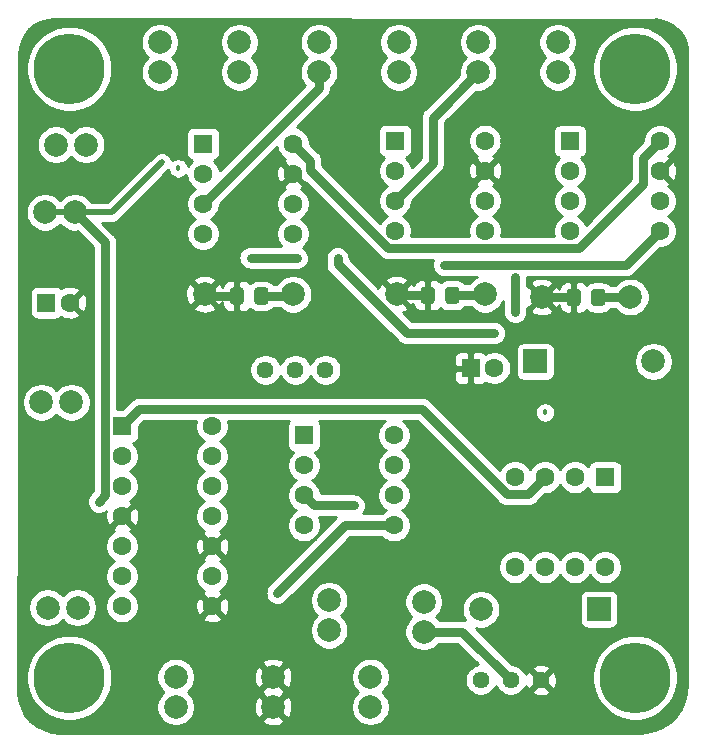
<source format=gbl>
G04 #@! TF.GenerationSoftware,KiCad,Pcbnew,(5.1.7)-1*
G04 #@! TF.CreationDate,2020-10-27T01:06:40-05:00*
G04 #@! TF.ProjectId,tent_map_amplitude,74656e74-5f6d-4617-905f-616d706c6974,1*
G04 #@! TF.SameCoordinates,Original*
G04 #@! TF.FileFunction,Copper,L4,Bot*
G04 #@! TF.FilePolarity,Positive*
%FSLAX46Y46*%
G04 Gerber Fmt 4.6, Leading zero omitted, Abs format (unit mm)*
G04 Created by KiCad (PCBNEW (5.1.7)-1) date 2020-10-27 01:06:40*
%MOMM*%
%LPD*%
G01*
G04 APERTURE LIST*
G04 #@! TA.AperFunction,ComponentPad*
%ADD10C,6.000000*%
G04 #@! TD*
G04 #@! TA.AperFunction,ComponentPad*
%ADD11C,2.000000*%
G04 #@! TD*
G04 #@! TA.AperFunction,ComponentPad*
%ADD12C,1.440000*%
G04 #@! TD*
G04 #@! TA.AperFunction,ComponentPad*
%ADD13C,1.600000*%
G04 #@! TD*
G04 #@! TA.AperFunction,ComponentPad*
%ADD14R,1.600000X1.600000*%
G04 #@! TD*
G04 #@! TA.AperFunction,ComponentPad*
%ADD15R,2.000000X2.000000*%
G04 #@! TD*
G04 #@! TA.AperFunction,ViaPad*
%ADD16C,0.457200*%
G04 #@! TD*
G04 #@! TA.AperFunction,Conductor*
%ADD17C,0.762000*%
G04 #@! TD*
G04 #@! TA.AperFunction,Conductor*
%ADD18C,0.508000*%
G04 #@! TD*
G04 #@! TA.AperFunction,Conductor*
%ADD19C,0.254000*%
G04 #@! TD*
G04 #@! TA.AperFunction,Conductor*
%ADD20C,0.152400*%
G04 #@! TD*
G04 APERTURE END LIST*
D10*
X70713600Y-108966000D03*
X118618000Y-108966000D03*
X118618000Y-57404000D03*
X70713600Y-57404000D03*
D11*
X79725520Y-111439960D03*
X79725520Y-108899960D03*
G04 #@! TA.AperFunction,SMDPad,CuDef*
G36*
G01*
X87564720Y-76177120D02*
X87564720Y-77127120D01*
G75*
G02*
X87314720Y-77377120I-250000J0D01*
G01*
X86639720Y-77377120D01*
G75*
G02*
X86389720Y-77127120I0J250000D01*
G01*
X86389720Y-76177120D01*
G75*
G02*
X86639720Y-75927120I250000J0D01*
G01*
X87314720Y-75927120D01*
G75*
G02*
X87564720Y-76177120I0J-250000D01*
G01*
G37*
G04 #@! TD.AperFunction*
G04 #@! TA.AperFunction,SMDPad,CuDef*
G36*
G01*
X85489720Y-76177120D02*
X85489720Y-77127120D01*
G75*
G02*
X85239720Y-77377120I-250000J0D01*
G01*
X84564720Y-77377120D01*
G75*
G02*
X84314720Y-77127120I0J250000D01*
G01*
X84314720Y-76177120D01*
G75*
G02*
X84564720Y-75927120I250000J0D01*
G01*
X85239720Y-75927120D01*
G75*
G02*
X85489720Y-76177120I0J-250000D01*
G01*
G37*
G04 #@! TD.AperFunction*
G04 #@! TA.AperFunction,SMDPad,CuDef*
G36*
G01*
X103721660Y-76121240D02*
X103721660Y-77071240D01*
G75*
G02*
X103471660Y-77321240I-250000J0D01*
G01*
X102796660Y-77321240D01*
G75*
G02*
X102546660Y-77071240I0J250000D01*
G01*
X102546660Y-76121240D01*
G75*
G02*
X102796660Y-75871240I250000J0D01*
G01*
X103471660Y-75871240D01*
G75*
G02*
X103721660Y-76121240I0J-250000D01*
G01*
G37*
G04 #@! TD.AperFunction*
G04 #@! TA.AperFunction,SMDPad,CuDef*
G36*
G01*
X101646660Y-76121240D02*
X101646660Y-77071240D01*
G75*
G02*
X101396660Y-77321240I-250000J0D01*
G01*
X100721660Y-77321240D01*
G75*
G02*
X100471660Y-77071240I0J250000D01*
G01*
X100471660Y-76121240D01*
G75*
G02*
X100721660Y-75871240I250000J0D01*
G01*
X101396660Y-75871240D01*
G75*
G02*
X101646660Y-76121240I0J-250000D01*
G01*
G37*
G04 #@! TD.AperFunction*
G04 #@! TA.AperFunction,SMDPad,CuDef*
G36*
G01*
X114006120Y-76299040D02*
X114006120Y-77249040D01*
G75*
G02*
X113756120Y-77499040I-250000J0D01*
G01*
X113081120Y-77499040D01*
G75*
G02*
X112831120Y-77249040I0J250000D01*
G01*
X112831120Y-76299040D01*
G75*
G02*
X113081120Y-76049040I250000J0D01*
G01*
X113756120Y-76049040D01*
G75*
G02*
X114006120Y-76299040I0J-250000D01*
G01*
G37*
G04 #@! TD.AperFunction*
G04 #@! TA.AperFunction,SMDPad,CuDef*
G36*
G01*
X116081120Y-76299040D02*
X116081120Y-77249040D01*
G75*
G02*
X115831120Y-77499040I-250000J0D01*
G01*
X115156120Y-77499040D01*
G75*
G02*
X114906120Y-77249040I0J250000D01*
G01*
X114906120Y-76299040D01*
G75*
G02*
X115156120Y-76049040I250000J0D01*
G01*
X115831120Y-76049040D01*
G75*
G02*
X116081120Y-76299040I0J-250000D01*
G01*
G37*
G04 #@! TD.AperFunction*
D12*
X87315040Y-82908140D03*
X89855040Y-82908140D03*
X92395040Y-82908140D03*
D11*
X71186560Y-69558020D03*
X68646560Y-69558020D03*
D13*
X106693720Y-82760820D03*
D14*
X104693720Y-82760820D03*
X68780660Y-77208380D03*
D13*
X70780660Y-77208380D03*
D11*
X98592640Y-55168800D03*
X98592640Y-57708800D03*
X82162000Y-76504800D03*
X89662000Y-76504800D03*
X98418000Y-76504800D03*
X105918000Y-76504800D03*
X110711600Y-76733400D03*
X118211600Y-76733400D03*
D13*
X89662000Y-63754000D03*
X89662000Y-66294000D03*
X89662000Y-68834000D03*
X89662000Y-71374000D03*
X82042000Y-71374000D03*
X82042000Y-68834000D03*
X82042000Y-66294000D03*
D14*
X82042000Y-63754000D03*
D13*
X105918000Y-63500000D03*
X105918000Y-66040000D03*
X105918000Y-68580000D03*
X105918000Y-71120000D03*
X98298000Y-71120000D03*
X98298000Y-68580000D03*
X98298000Y-66040000D03*
D14*
X98298000Y-63500000D03*
D13*
X120726200Y-63525400D03*
X120726200Y-66065400D03*
X120726200Y-68605400D03*
X120726200Y-71145400D03*
X113106200Y-71145400D03*
X113106200Y-68605400D03*
X113106200Y-66065400D03*
D14*
X113106200Y-63525400D03*
D13*
X116078000Y-99618800D03*
X113538000Y-99618800D03*
X110998000Y-99618800D03*
X108458000Y-99618800D03*
X108458000Y-91998800D03*
X110998000Y-91998800D03*
X113538000Y-91998800D03*
D14*
X116078000Y-91998800D03*
D13*
X98201480Y-88455500D03*
X98201480Y-90995500D03*
X98201480Y-93535500D03*
X98201480Y-96075500D03*
X90581480Y-96075500D03*
X90581480Y-93535500D03*
X90581480Y-90995500D03*
D14*
X90581480Y-88455500D03*
D13*
X82804000Y-87680800D03*
X82804000Y-90220800D03*
X82804000Y-92760800D03*
X82804000Y-95300800D03*
X82804000Y-97840800D03*
X82804000Y-100380800D03*
X82804000Y-102920800D03*
X75184000Y-102920800D03*
X75184000Y-100380800D03*
X75184000Y-97840800D03*
X75184000Y-95300800D03*
X75184000Y-92760800D03*
X75184000Y-90220800D03*
D14*
X75184000Y-87680800D03*
D11*
X85120480Y-57708800D03*
X85120480Y-55168800D03*
X91856560Y-55168800D03*
X91856560Y-57708800D03*
X105328720Y-55168800D03*
X105328720Y-57708800D03*
X78384400Y-55168800D03*
X78384400Y-57708800D03*
X70891400Y-85648800D03*
X68351400Y-85648800D03*
X71412100Y-103027480D03*
X68872100Y-103027480D03*
X100711000Y-102539800D03*
X100711000Y-105079800D03*
X92710000Y-102412800D03*
X92710000Y-104952800D03*
X96207580Y-111439960D03*
X96207580Y-108899960D03*
X87966550Y-111439960D03*
X87966550Y-108899960D03*
X72123300Y-63830200D03*
X69583300Y-63830200D03*
X112064800Y-55168800D03*
X112064800Y-57708800D03*
D12*
X110627160Y-109166660D03*
X108087160Y-109166660D03*
X105547160Y-109166660D03*
D11*
X105570000Y-103174800D03*
D15*
X115570000Y-103174800D03*
D11*
X120167400Y-82194400D03*
D15*
X110167400Y-82194400D03*
D16*
X118110000Y-101650800D03*
X70170040Y-97990660D03*
X69596000Y-92760800D03*
X107365800Y-63500000D03*
X92456000Y-63500000D03*
X92456000Y-71120000D03*
X86614000Y-104825800D03*
X87106760Y-90764360D03*
X107315000Y-86537800D03*
X75846940Y-66314320D03*
X102031800Y-84772500D03*
X76918820Y-70307200D03*
X87152480Y-98732340D03*
X110490000Y-67310000D03*
X96520000Y-103505000D03*
X96520000Y-104140000D03*
X97155000Y-104140000D03*
X97155000Y-103505000D03*
X101600000Y-99060000D03*
X102235000Y-99060000D03*
X102235000Y-99695000D03*
X101600000Y-99695000D03*
X92710000Y-77470000D03*
X93345000Y-77470000D03*
X93345000Y-78105000D03*
X92710000Y-78105000D03*
X107950000Y-59055000D03*
X108585000Y-59055000D03*
X108585000Y-59690000D03*
X107950000Y-59690000D03*
X95250000Y-54610000D03*
X95250000Y-55245000D03*
X95250000Y-55880000D03*
X85090000Y-60325000D03*
X86360000Y-60325000D03*
X85725000Y-61595000D03*
X87630000Y-61595000D03*
X109855000Y-97155000D03*
X110490000Y-94615000D03*
X107315000Y-101600000D03*
X108585000Y-101600000D03*
X120015000Y-92075000D03*
X120015000Y-90805000D03*
X120015000Y-89535000D03*
X120015000Y-88265000D03*
X78740000Y-95885000D03*
X78740000Y-94615000D03*
X78740000Y-93345000D03*
X93980000Y-91440000D03*
X93980000Y-92710000D03*
X95250000Y-92710000D03*
X92710000Y-90805000D03*
X114935000Y-54610000D03*
X88328500Y-101795580D03*
X86055200Y-73406000D03*
X89966800Y-73456800D03*
X108458000Y-78028800D03*
X108458000Y-75082400D03*
X106693720Y-79793080D03*
X93421200Y-73456800D03*
X110972600Y-86512400D03*
X79946500Y-65849500D03*
X94792800Y-94386400D03*
X102412800Y-74015600D03*
X73212960Y-94066360D03*
X78526640Y-65341500D03*
D17*
X110752240Y-76774040D02*
X110711600Y-76733400D01*
X113418620Y-76774040D02*
X110752240Y-76774040D01*
X98509440Y-76596240D02*
X98418000Y-76504800D01*
X101059160Y-76596240D02*
X98509440Y-76596240D01*
X82309320Y-76652120D02*
X82162000Y-76504800D01*
X84902220Y-76652120D02*
X82309320Y-76652120D01*
X94048580Y-96075500D02*
X98201480Y-96075500D01*
X88328500Y-101795580D02*
X94048580Y-96075500D01*
X89916000Y-73406000D02*
X89966800Y-73456800D01*
X86055200Y-73406000D02*
X89916000Y-73406000D01*
X108458000Y-78028800D02*
X108458000Y-75082400D01*
X93421200Y-73927802D02*
X93421200Y-73456800D01*
X99286478Y-79793080D02*
X93421200Y-73927802D01*
X106693720Y-79793080D02*
X99286478Y-79793080D01*
X109562999Y-93433801D02*
X110998000Y-91998800D01*
X107769199Y-93433801D02*
X109562999Y-93433801D01*
X100581197Y-86245799D02*
X107769199Y-93433801D01*
X76619001Y-86245799D02*
X100581197Y-86245799D01*
X75184000Y-87680800D02*
X76619001Y-86245799D01*
X104000300Y-105079800D02*
X100711000Y-105079800D01*
X108087160Y-109166660D02*
X104000300Y-105079800D01*
X91432380Y-94386400D02*
X90581480Y-93535500D01*
X94792800Y-94386400D02*
X91432380Y-94386400D01*
X118170960Y-76774040D02*
X118211600Y-76733400D01*
X115493620Y-76774040D02*
X118170960Y-76774040D01*
X105826560Y-76596240D02*
X105918000Y-76504800D01*
X103134160Y-76596240D02*
X105826560Y-76596240D01*
X89514680Y-76652120D02*
X89662000Y-76504800D01*
X86977220Y-76652120D02*
X89514680Y-76652120D01*
X91097001Y-65189001D02*
X89662000Y-63754000D01*
X91097001Y-65984021D02*
X91097001Y-65189001D01*
X97693381Y-72580401D02*
X91097001Y-65984021D01*
X119291199Y-67198141D02*
X113908939Y-72580401D01*
X113908939Y-72580401D02*
X97693381Y-72580401D01*
X119291199Y-64960401D02*
X119291199Y-67198141D01*
X120726200Y-63525400D02*
X119291199Y-64960401D01*
X101498400Y-65379600D02*
X98298000Y-68580000D01*
X101498400Y-61539120D02*
X105328720Y-57708800D01*
X101498400Y-65379600D02*
X101498400Y-61539120D01*
X117856000Y-74015600D02*
X102412800Y-74015600D01*
X120726200Y-71145400D02*
X117856000Y-74015600D01*
X91856560Y-59019440D02*
X91856560Y-57708800D01*
X82042000Y-68834000D02*
X91856560Y-59019440D01*
D18*
X71186560Y-69558020D02*
X68646560Y-69558020D01*
X74310120Y-69558020D02*
X78526640Y-65341500D01*
X71186560Y-69558020D02*
X74310120Y-69558020D01*
D17*
X73748999Y-93530321D02*
X73212960Y-94066360D01*
X73748999Y-72120459D02*
X73748999Y-93530321D01*
X71186560Y-69558020D02*
X73748999Y-72120459D01*
D19*
X120174604Y-53262671D02*
X120275249Y-53252859D01*
X120334135Y-53235060D01*
X120708380Y-53271755D01*
X121253529Y-53436346D01*
X121756331Y-53703690D01*
X122197630Y-54063605D01*
X122560617Y-54502381D01*
X122831465Y-55003304D01*
X122999856Y-55547292D01*
X123041105Y-55939745D01*
X123022914Y-55999710D01*
X123013001Y-56100346D01*
X123012417Y-109477978D01*
X122962626Y-110246960D01*
X122783594Y-110954249D01*
X122478661Y-111617078D01*
X122058051Y-112213230D01*
X121535839Y-112722752D01*
X120929520Y-113128576D01*
X120259396Y-113417113D01*
X119535582Y-113581498D01*
X119099718Y-113615000D01*
X69883504Y-113615000D01*
X69179520Y-113545974D01*
X68534575Y-113351253D01*
X67939741Y-113034975D01*
X67417663Y-112609179D01*
X66988233Y-112090086D01*
X66667807Y-111497472D01*
X66468589Y-110853901D01*
X66394811Y-110151952D01*
X66396988Y-108607984D01*
X67078600Y-108607984D01*
X67078600Y-109324016D01*
X67218291Y-110026290D01*
X67492305Y-110687818D01*
X67890111Y-111283177D01*
X68396423Y-111789489D01*
X68991782Y-112187295D01*
X69653310Y-112461309D01*
X70355584Y-112601000D01*
X71071616Y-112601000D01*
X71773890Y-112461309D01*
X72435418Y-112187295D01*
X73030777Y-111789489D01*
X73537089Y-111283177D01*
X73934895Y-110687818D01*
X74208909Y-110026290D01*
X74348600Y-109324016D01*
X74348600Y-108738927D01*
X78090520Y-108738927D01*
X78090520Y-109060993D01*
X78153352Y-109376872D01*
X78276602Y-109674423D01*
X78455533Y-109942212D01*
X78683268Y-110169947D01*
X78683287Y-110169960D01*
X78683268Y-110169973D01*
X78455533Y-110397708D01*
X78276602Y-110665497D01*
X78153352Y-110963048D01*
X78090520Y-111278927D01*
X78090520Y-111600993D01*
X78153352Y-111916872D01*
X78276602Y-112214423D01*
X78455533Y-112482212D01*
X78683268Y-112709947D01*
X78951057Y-112888878D01*
X79248608Y-113012128D01*
X79564487Y-113074960D01*
X79886553Y-113074960D01*
X80202432Y-113012128D01*
X80499983Y-112888878D01*
X80767772Y-112709947D01*
X80902346Y-112575373D01*
X87010742Y-112575373D01*
X87106506Y-112839774D01*
X87396121Y-112980664D01*
X87707658Y-113062344D01*
X88029145Y-113081678D01*
X88348225Y-113037921D01*
X88652638Y-112932755D01*
X88826594Y-112839774D01*
X88922358Y-112575373D01*
X87966550Y-111619565D01*
X87010742Y-112575373D01*
X80902346Y-112575373D01*
X80995507Y-112482212D01*
X81174438Y-112214423D01*
X81297688Y-111916872D01*
X81360520Y-111600993D01*
X81360520Y-111502555D01*
X86324832Y-111502555D01*
X86368589Y-111821635D01*
X86473755Y-112126048D01*
X86566736Y-112300004D01*
X86831137Y-112395768D01*
X87786945Y-111439960D01*
X88146155Y-111439960D01*
X89101963Y-112395768D01*
X89366364Y-112300004D01*
X89507254Y-112010389D01*
X89588934Y-111698852D01*
X89608268Y-111377365D01*
X89564511Y-111058285D01*
X89459345Y-110753872D01*
X89366364Y-110579916D01*
X89101963Y-110484152D01*
X88146155Y-111439960D01*
X87786945Y-111439960D01*
X86831137Y-110484152D01*
X86566736Y-110579916D01*
X86425846Y-110869531D01*
X86344166Y-111181068D01*
X86324832Y-111502555D01*
X81360520Y-111502555D01*
X81360520Y-111278927D01*
X81297688Y-110963048D01*
X81174438Y-110665497D01*
X80995507Y-110397708D01*
X80767772Y-110169973D01*
X80767753Y-110169960D01*
X80767772Y-110169947D01*
X80902346Y-110035373D01*
X87010742Y-110035373D01*
X87059488Y-110169960D01*
X87010742Y-110304547D01*
X87966550Y-111260355D01*
X88922358Y-110304547D01*
X88873612Y-110169960D01*
X88922358Y-110035373D01*
X87966550Y-109079565D01*
X87010742Y-110035373D01*
X80902346Y-110035373D01*
X80995507Y-109942212D01*
X81174438Y-109674423D01*
X81297688Y-109376872D01*
X81360520Y-109060993D01*
X81360520Y-108962555D01*
X86324832Y-108962555D01*
X86368589Y-109281635D01*
X86473755Y-109586048D01*
X86566736Y-109760004D01*
X86831137Y-109855768D01*
X87786945Y-108899960D01*
X88146155Y-108899960D01*
X89101963Y-109855768D01*
X89366364Y-109760004D01*
X89507254Y-109470389D01*
X89588934Y-109158852D01*
X89608268Y-108837365D01*
X89594769Y-108738927D01*
X94572580Y-108738927D01*
X94572580Y-109060993D01*
X94635412Y-109376872D01*
X94758662Y-109674423D01*
X94937593Y-109942212D01*
X95165328Y-110169947D01*
X95165347Y-110169960D01*
X95165328Y-110169973D01*
X94937593Y-110397708D01*
X94758662Y-110665497D01*
X94635412Y-110963048D01*
X94572580Y-111278927D01*
X94572580Y-111600993D01*
X94635412Y-111916872D01*
X94758662Y-112214423D01*
X94937593Y-112482212D01*
X95165328Y-112709947D01*
X95433117Y-112888878D01*
X95730668Y-113012128D01*
X96046547Y-113074960D01*
X96368613Y-113074960D01*
X96684492Y-113012128D01*
X96982043Y-112888878D01*
X97249832Y-112709947D01*
X97477567Y-112482212D01*
X97656498Y-112214423D01*
X97779748Y-111916872D01*
X97842580Y-111600993D01*
X97842580Y-111278927D01*
X97779748Y-110963048D01*
X97656498Y-110665497D01*
X97477567Y-110397708D01*
X97249832Y-110169973D01*
X97249813Y-110169960D01*
X97249832Y-110169947D01*
X97477567Y-109942212D01*
X97656498Y-109674423D01*
X97779748Y-109376872D01*
X97842580Y-109060993D01*
X97842580Y-108738927D01*
X97779748Y-108423048D01*
X97656498Y-108125497D01*
X97477567Y-107857708D01*
X97249832Y-107629973D01*
X96982043Y-107451042D01*
X96684492Y-107327792D01*
X96368613Y-107264960D01*
X96046547Y-107264960D01*
X95730668Y-107327792D01*
X95433117Y-107451042D01*
X95165328Y-107629973D01*
X94937593Y-107857708D01*
X94758662Y-108125497D01*
X94635412Y-108423048D01*
X94572580Y-108738927D01*
X89594769Y-108738927D01*
X89564511Y-108518285D01*
X89459345Y-108213872D01*
X89366364Y-108039916D01*
X89101963Y-107944152D01*
X88146155Y-108899960D01*
X87786945Y-108899960D01*
X86831137Y-107944152D01*
X86566736Y-108039916D01*
X86425846Y-108329531D01*
X86344166Y-108641068D01*
X86324832Y-108962555D01*
X81360520Y-108962555D01*
X81360520Y-108738927D01*
X81297688Y-108423048D01*
X81174438Y-108125497D01*
X80995507Y-107857708D01*
X80902346Y-107764547D01*
X87010742Y-107764547D01*
X87966550Y-108720355D01*
X88922358Y-107764547D01*
X88826594Y-107500146D01*
X88536979Y-107359256D01*
X88225442Y-107277576D01*
X87903955Y-107258242D01*
X87584875Y-107301999D01*
X87280462Y-107407165D01*
X87106506Y-107500146D01*
X87010742Y-107764547D01*
X80902346Y-107764547D01*
X80767772Y-107629973D01*
X80499983Y-107451042D01*
X80202432Y-107327792D01*
X79886553Y-107264960D01*
X79564487Y-107264960D01*
X79248608Y-107327792D01*
X78951057Y-107451042D01*
X78683268Y-107629973D01*
X78455533Y-107857708D01*
X78276602Y-108125497D01*
X78153352Y-108423048D01*
X78090520Y-108738927D01*
X74348600Y-108738927D01*
X74348600Y-108607984D01*
X74208909Y-107905710D01*
X73934895Y-107244182D01*
X73537089Y-106648823D01*
X73030777Y-106142511D01*
X72435418Y-105744705D01*
X71773890Y-105470691D01*
X71071616Y-105331000D01*
X70355584Y-105331000D01*
X69653310Y-105470691D01*
X68991782Y-105744705D01*
X68396423Y-106142511D01*
X67890111Y-106648823D01*
X67492305Y-107244182D01*
X67218291Y-107905710D01*
X67078600Y-108607984D01*
X66396988Y-108607984D01*
X66405086Y-102866447D01*
X67237100Y-102866447D01*
X67237100Y-103188513D01*
X67299932Y-103504392D01*
X67423182Y-103801943D01*
X67602113Y-104069732D01*
X67829848Y-104297467D01*
X68097637Y-104476398D01*
X68395188Y-104599648D01*
X68711067Y-104662480D01*
X69033133Y-104662480D01*
X69349012Y-104599648D01*
X69646563Y-104476398D01*
X69914352Y-104297467D01*
X70142087Y-104069732D01*
X70142100Y-104069713D01*
X70142113Y-104069732D01*
X70369848Y-104297467D01*
X70637637Y-104476398D01*
X70935188Y-104599648D01*
X71251067Y-104662480D01*
X71573133Y-104662480D01*
X71889012Y-104599648D01*
X72186563Y-104476398D01*
X72454352Y-104297467D01*
X72682087Y-104069732D01*
X72861018Y-103801943D01*
X72984268Y-103504392D01*
X73047100Y-103188513D01*
X73047100Y-102866447D01*
X72984268Y-102550568D01*
X72861018Y-102253017D01*
X72682087Y-101985228D01*
X72454352Y-101757493D01*
X72186563Y-101578562D01*
X71889012Y-101455312D01*
X71573133Y-101392480D01*
X71251067Y-101392480D01*
X70935188Y-101455312D01*
X70637637Y-101578562D01*
X70369848Y-101757493D01*
X70142113Y-101985228D01*
X70142100Y-101985247D01*
X70142087Y-101985228D01*
X69914352Y-101757493D01*
X69646563Y-101578562D01*
X69349012Y-101455312D01*
X69033133Y-101392480D01*
X68711067Y-101392480D01*
X68395188Y-101455312D01*
X68097637Y-101578562D01*
X67829848Y-101757493D01*
X67602113Y-101985228D01*
X67423182Y-102253017D01*
X67299932Y-102550568D01*
X67237100Y-102866447D01*
X66405086Y-102866447D01*
X66412373Y-97699465D01*
X73749000Y-97699465D01*
X73749000Y-97982135D01*
X73804147Y-98259374D01*
X73912320Y-98520527D01*
X74069363Y-98755559D01*
X74269241Y-98955437D01*
X74501759Y-99110800D01*
X74269241Y-99266163D01*
X74069363Y-99466041D01*
X73912320Y-99701073D01*
X73804147Y-99962226D01*
X73749000Y-100239465D01*
X73749000Y-100522135D01*
X73804147Y-100799374D01*
X73912320Y-101060527D01*
X74069363Y-101295559D01*
X74269241Y-101495437D01*
X74501759Y-101650800D01*
X74269241Y-101806163D01*
X74069363Y-102006041D01*
X73912320Y-102241073D01*
X73804147Y-102502226D01*
X73749000Y-102779465D01*
X73749000Y-103062135D01*
X73804147Y-103339374D01*
X73912320Y-103600527D01*
X74069363Y-103835559D01*
X74269241Y-104035437D01*
X74504273Y-104192480D01*
X74765426Y-104300653D01*
X75042665Y-104355800D01*
X75325335Y-104355800D01*
X75602574Y-104300653D01*
X75863727Y-104192480D01*
X76098759Y-104035437D01*
X76220694Y-103913502D01*
X81990903Y-103913502D01*
X82062486Y-104157471D01*
X82317996Y-104278371D01*
X82592184Y-104347100D01*
X82874512Y-104361017D01*
X83154130Y-104319587D01*
X83420292Y-104224403D01*
X83545514Y-104157471D01*
X83617097Y-103913502D01*
X82804000Y-103100405D01*
X81990903Y-103913502D01*
X76220694Y-103913502D01*
X76298637Y-103835559D01*
X76455680Y-103600527D01*
X76563853Y-103339374D01*
X76619000Y-103062135D01*
X76619000Y-102991312D01*
X81363783Y-102991312D01*
X81405213Y-103270930D01*
X81500397Y-103537092D01*
X81567329Y-103662314D01*
X81811298Y-103733897D01*
X82624395Y-102920800D01*
X82983605Y-102920800D01*
X83796702Y-103733897D01*
X84040671Y-103662314D01*
X84161571Y-103406804D01*
X84230300Y-103132616D01*
X84244217Y-102850288D01*
X84202787Y-102570670D01*
X84107603Y-102304508D01*
X84040671Y-102179286D01*
X83796702Y-102107703D01*
X82983605Y-102920800D01*
X82624395Y-102920800D01*
X81811298Y-102107703D01*
X81567329Y-102179286D01*
X81446429Y-102434796D01*
X81377700Y-102708984D01*
X81363783Y-102991312D01*
X76619000Y-102991312D01*
X76619000Y-102779465D01*
X76563853Y-102502226D01*
X76455680Y-102241073D01*
X76298637Y-102006041D01*
X76098759Y-101806163D01*
X75866241Y-101650800D01*
X76098759Y-101495437D01*
X76298637Y-101295559D01*
X76455680Y-101060527D01*
X76563853Y-100799374D01*
X76619000Y-100522135D01*
X76619000Y-100239465D01*
X81369000Y-100239465D01*
X81369000Y-100522135D01*
X81424147Y-100799374D01*
X81532320Y-101060527D01*
X81689363Y-101295559D01*
X81889241Y-101495437D01*
X82123128Y-101651715D01*
X82062486Y-101684129D01*
X81990903Y-101928098D01*
X82804000Y-102741195D01*
X83617097Y-101928098D01*
X83545514Y-101684129D01*
X83481008Y-101653606D01*
X83483727Y-101652480D01*
X83718759Y-101495437D01*
X83918637Y-101295559D01*
X84075680Y-101060527D01*
X84183853Y-100799374D01*
X84239000Y-100522135D01*
X84239000Y-100239465D01*
X84183853Y-99962226D01*
X84075680Y-99701073D01*
X83918637Y-99466041D01*
X83718759Y-99266163D01*
X83484872Y-99109885D01*
X83545514Y-99077471D01*
X83617097Y-98833502D01*
X82804000Y-98020405D01*
X81990903Y-98833502D01*
X82062486Y-99077471D01*
X82126992Y-99107994D01*
X82124273Y-99109120D01*
X81889241Y-99266163D01*
X81689363Y-99466041D01*
X81532320Y-99701073D01*
X81424147Y-99962226D01*
X81369000Y-100239465D01*
X76619000Y-100239465D01*
X76563853Y-99962226D01*
X76455680Y-99701073D01*
X76298637Y-99466041D01*
X76098759Y-99266163D01*
X75866241Y-99110800D01*
X76098759Y-98955437D01*
X76298637Y-98755559D01*
X76455680Y-98520527D01*
X76563853Y-98259374D01*
X76619000Y-97982135D01*
X76619000Y-97911312D01*
X81363783Y-97911312D01*
X81405213Y-98190930D01*
X81500397Y-98457092D01*
X81567329Y-98582314D01*
X81811298Y-98653897D01*
X82624395Y-97840800D01*
X82983605Y-97840800D01*
X83796702Y-98653897D01*
X84040671Y-98582314D01*
X84161571Y-98326804D01*
X84230300Y-98052616D01*
X84244217Y-97770288D01*
X84202787Y-97490670D01*
X84107603Y-97224508D01*
X84040671Y-97099286D01*
X83796702Y-97027703D01*
X82983605Y-97840800D01*
X82624395Y-97840800D01*
X81811298Y-97027703D01*
X81567329Y-97099286D01*
X81446429Y-97354796D01*
X81377700Y-97628984D01*
X81363783Y-97911312D01*
X76619000Y-97911312D01*
X76619000Y-97699465D01*
X76563853Y-97422226D01*
X76455680Y-97161073D01*
X76298637Y-96926041D01*
X76098759Y-96726163D01*
X75864872Y-96569885D01*
X75925514Y-96537471D01*
X75997097Y-96293502D01*
X75184000Y-95480405D01*
X74370903Y-96293502D01*
X74442486Y-96537471D01*
X74506992Y-96567994D01*
X74504273Y-96569120D01*
X74269241Y-96726163D01*
X74069363Y-96926041D01*
X73912320Y-97161073D01*
X73804147Y-97422226D01*
X73749000Y-97699465D01*
X66412373Y-97699465D01*
X66429598Y-85487767D01*
X66716400Y-85487767D01*
X66716400Y-85809833D01*
X66779232Y-86125712D01*
X66902482Y-86423263D01*
X67081413Y-86691052D01*
X67309148Y-86918787D01*
X67576937Y-87097718D01*
X67874488Y-87220968D01*
X68190367Y-87283800D01*
X68512433Y-87283800D01*
X68828312Y-87220968D01*
X69125863Y-87097718D01*
X69393652Y-86918787D01*
X69621387Y-86691052D01*
X69621400Y-86691033D01*
X69621413Y-86691052D01*
X69849148Y-86918787D01*
X70116937Y-87097718D01*
X70414488Y-87220968D01*
X70730367Y-87283800D01*
X71052433Y-87283800D01*
X71368312Y-87220968D01*
X71665863Y-87097718D01*
X71933652Y-86918787D01*
X72161387Y-86691052D01*
X72340318Y-86423263D01*
X72463568Y-86125712D01*
X72526400Y-85809833D01*
X72526400Y-85487767D01*
X72463568Y-85171888D01*
X72340318Y-84874337D01*
X72161387Y-84606548D01*
X71933652Y-84378813D01*
X71665863Y-84199882D01*
X71368312Y-84076632D01*
X71052433Y-84013800D01*
X70730367Y-84013800D01*
X70414488Y-84076632D01*
X70116937Y-84199882D01*
X69849148Y-84378813D01*
X69621413Y-84606548D01*
X69621400Y-84606567D01*
X69621387Y-84606548D01*
X69393652Y-84378813D01*
X69125863Y-84199882D01*
X68828312Y-84076632D01*
X68512433Y-84013800D01*
X68190367Y-84013800D01*
X67874488Y-84076632D01*
X67576937Y-84199882D01*
X67309148Y-84378813D01*
X67081413Y-84606548D01*
X66902482Y-84874337D01*
X66779232Y-85171888D01*
X66716400Y-85487767D01*
X66429598Y-85487767D01*
X66442403Y-76408380D01*
X67342588Y-76408380D01*
X67342588Y-78008380D01*
X67354848Y-78132862D01*
X67391158Y-78252560D01*
X67450123Y-78362874D01*
X67529475Y-78459565D01*
X67626166Y-78538917D01*
X67736480Y-78597882D01*
X67856178Y-78634192D01*
X67980660Y-78646452D01*
X69580660Y-78646452D01*
X69705142Y-78634192D01*
X69824840Y-78597882D01*
X69935154Y-78538917D01*
X70031845Y-78459565D01*
X70042467Y-78446622D01*
X70294656Y-78565951D01*
X70568844Y-78634680D01*
X70851172Y-78648597D01*
X71130790Y-78607167D01*
X71396952Y-78511983D01*
X71522174Y-78445051D01*
X71593757Y-78201082D01*
X70780660Y-77387985D01*
X70766518Y-77402128D01*
X70586913Y-77222523D01*
X70601055Y-77208380D01*
X70960265Y-77208380D01*
X71773362Y-78021477D01*
X72017331Y-77949894D01*
X72138231Y-77694384D01*
X72206960Y-77420196D01*
X72220877Y-77137868D01*
X72179447Y-76858250D01*
X72084263Y-76592088D01*
X72017331Y-76466866D01*
X71773362Y-76395283D01*
X70960265Y-77208380D01*
X70601055Y-77208380D01*
X70586913Y-77194238D01*
X70766518Y-77014633D01*
X70780660Y-77028775D01*
X71593757Y-76215678D01*
X71522174Y-75971709D01*
X71266664Y-75850809D01*
X70992476Y-75782080D01*
X70710148Y-75768163D01*
X70430530Y-75809593D01*
X70164368Y-75904777D01*
X70042351Y-75969996D01*
X70031845Y-75957195D01*
X69935154Y-75877843D01*
X69824840Y-75818878D01*
X69705142Y-75782568D01*
X69580660Y-75770308D01*
X67980660Y-75770308D01*
X67856178Y-75782568D01*
X67736480Y-75818878D01*
X67626166Y-75877843D01*
X67529475Y-75957195D01*
X67450123Y-76053886D01*
X67391158Y-76164200D01*
X67354848Y-76283898D01*
X67342588Y-76408380D01*
X66442403Y-76408380D01*
X66452293Y-69396987D01*
X67011560Y-69396987D01*
X67011560Y-69719053D01*
X67074392Y-70034932D01*
X67197642Y-70332483D01*
X67376573Y-70600272D01*
X67604308Y-70828007D01*
X67872097Y-71006938D01*
X68169648Y-71130188D01*
X68485527Y-71193020D01*
X68807593Y-71193020D01*
X69123472Y-71130188D01*
X69421023Y-71006938D01*
X69688812Y-70828007D01*
X69916547Y-70600272D01*
X69916560Y-70600253D01*
X69916573Y-70600272D01*
X70144308Y-70828007D01*
X70412097Y-71006938D01*
X70709648Y-71130188D01*
X71025527Y-71193020D01*
X71347593Y-71193020D01*
X71378560Y-71186860D01*
X72732999Y-72541300D01*
X72733000Y-93109480D01*
X72459254Y-93383226D01*
X72364101Y-93499171D01*
X72269759Y-93675673D01*
X72211662Y-93867190D01*
X72192045Y-94066360D01*
X72211662Y-94265530D01*
X72269759Y-94457047D01*
X72364101Y-94633549D01*
X72491065Y-94788255D01*
X72645771Y-94915219D01*
X72822273Y-95009561D01*
X73013790Y-95067658D01*
X73212960Y-95087275D01*
X73412130Y-95067658D01*
X73603647Y-95009561D01*
X73780149Y-94915219D01*
X73806723Y-94893410D01*
X73757700Y-95088984D01*
X73743783Y-95371312D01*
X73785213Y-95650930D01*
X73880397Y-95917092D01*
X73947329Y-96042314D01*
X74191298Y-96113897D01*
X75004395Y-95300800D01*
X75363605Y-95300800D01*
X76176702Y-96113897D01*
X76420671Y-96042314D01*
X76541571Y-95786804D01*
X76610300Y-95512616D01*
X76624217Y-95230288D01*
X76582787Y-94950670D01*
X76487603Y-94684508D01*
X76420671Y-94559286D01*
X76176702Y-94487703D01*
X75363605Y-95300800D01*
X75004395Y-95300800D01*
X74990253Y-95286658D01*
X75169858Y-95107053D01*
X75184000Y-95121195D01*
X75997097Y-94308098D01*
X75925514Y-94064129D01*
X75861008Y-94033606D01*
X75863727Y-94032480D01*
X76098759Y-93875437D01*
X76298637Y-93675559D01*
X76455680Y-93440527D01*
X76563853Y-93179374D01*
X76619000Y-92902135D01*
X76619000Y-92619465D01*
X76563853Y-92342226D01*
X76455680Y-92081073D01*
X76298637Y-91846041D01*
X76098759Y-91646163D01*
X75866241Y-91490800D01*
X76098759Y-91335437D01*
X76298637Y-91135559D01*
X76455680Y-90900527D01*
X76563853Y-90639374D01*
X76619000Y-90362135D01*
X76619000Y-90079465D01*
X76563853Y-89802226D01*
X76455680Y-89541073D01*
X76298637Y-89306041D01*
X76100039Y-89107443D01*
X76108482Y-89106612D01*
X76228180Y-89070302D01*
X76338494Y-89011337D01*
X76435185Y-88931985D01*
X76514537Y-88835294D01*
X76573502Y-88724980D01*
X76609812Y-88605282D01*
X76622072Y-88480800D01*
X76622072Y-87679569D01*
X77039842Y-87261799D01*
X81424324Y-87261799D01*
X81424147Y-87262226D01*
X81369000Y-87539465D01*
X81369000Y-87822135D01*
X81424147Y-88099374D01*
X81532320Y-88360527D01*
X81689363Y-88595559D01*
X81889241Y-88795437D01*
X82121759Y-88950800D01*
X81889241Y-89106163D01*
X81689363Y-89306041D01*
X81532320Y-89541073D01*
X81424147Y-89802226D01*
X81369000Y-90079465D01*
X81369000Y-90362135D01*
X81424147Y-90639374D01*
X81532320Y-90900527D01*
X81689363Y-91135559D01*
X81889241Y-91335437D01*
X82121759Y-91490800D01*
X81889241Y-91646163D01*
X81689363Y-91846041D01*
X81532320Y-92081073D01*
X81424147Y-92342226D01*
X81369000Y-92619465D01*
X81369000Y-92902135D01*
X81424147Y-93179374D01*
X81532320Y-93440527D01*
X81689363Y-93675559D01*
X81889241Y-93875437D01*
X82121759Y-94030800D01*
X81889241Y-94186163D01*
X81689363Y-94386041D01*
X81532320Y-94621073D01*
X81424147Y-94882226D01*
X81369000Y-95159465D01*
X81369000Y-95442135D01*
X81424147Y-95719374D01*
X81532320Y-95980527D01*
X81689363Y-96215559D01*
X81889241Y-96415437D01*
X82123128Y-96571715D01*
X82062486Y-96604129D01*
X81990903Y-96848098D01*
X82804000Y-97661195D01*
X83617097Y-96848098D01*
X83545514Y-96604129D01*
X83481008Y-96573606D01*
X83483727Y-96572480D01*
X83718759Y-96415437D01*
X83918637Y-96215559D01*
X84075680Y-95980527D01*
X84183853Y-95719374D01*
X84239000Y-95442135D01*
X84239000Y-95159465D01*
X84183853Y-94882226D01*
X84075680Y-94621073D01*
X83918637Y-94386041D01*
X83718759Y-94186163D01*
X83486241Y-94030800D01*
X83718759Y-93875437D01*
X83918637Y-93675559D01*
X84075680Y-93440527D01*
X84183853Y-93179374D01*
X84239000Y-92902135D01*
X84239000Y-92619465D01*
X84183853Y-92342226D01*
X84075680Y-92081073D01*
X83918637Y-91846041D01*
X83718759Y-91646163D01*
X83486241Y-91490800D01*
X83718759Y-91335437D01*
X83918637Y-91135559D01*
X84075680Y-90900527D01*
X84183853Y-90639374D01*
X84239000Y-90362135D01*
X84239000Y-90079465D01*
X84183853Y-89802226D01*
X84075680Y-89541073D01*
X83918637Y-89306041D01*
X83718759Y-89106163D01*
X83486241Y-88950800D01*
X83718759Y-88795437D01*
X83918637Y-88595559D01*
X84075680Y-88360527D01*
X84183853Y-88099374D01*
X84239000Y-87822135D01*
X84239000Y-87539465D01*
X84183853Y-87262226D01*
X84183676Y-87261799D01*
X89283119Y-87261799D01*
X89250943Y-87301006D01*
X89191978Y-87411320D01*
X89155668Y-87531018D01*
X89143408Y-87655500D01*
X89143408Y-89255500D01*
X89155668Y-89379982D01*
X89191978Y-89499680D01*
X89250943Y-89609994D01*
X89330295Y-89706685D01*
X89426986Y-89786037D01*
X89537300Y-89845002D01*
X89656998Y-89881312D01*
X89665441Y-89882143D01*
X89466843Y-90080741D01*
X89309800Y-90315773D01*
X89201627Y-90576926D01*
X89146480Y-90854165D01*
X89146480Y-91136835D01*
X89201627Y-91414074D01*
X89309800Y-91675227D01*
X89466843Y-91910259D01*
X89666721Y-92110137D01*
X89899239Y-92265500D01*
X89666721Y-92420863D01*
X89466843Y-92620741D01*
X89309800Y-92855773D01*
X89201627Y-93116926D01*
X89146480Y-93394165D01*
X89146480Y-93676835D01*
X89201627Y-93954074D01*
X89309800Y-94215227D01*
X89466843Y-94450259D01*
X89666721Y-94650137D01*
X89899239Y-94805500D01*
X89666721Y-94960863D01*
X89466843Y-95160741D01*
X89309800Y-95395773D01*
X89201627Y-95656926D01*
X89146480Y-95934165D01*
X89146480Y-96216835D01*
X89201627Y-96494074D01*
X89309800Y-96755227D01*
X89466843Y-96990259D01*
X89666721Y-97190137D01*
X89901753Y-97347180D01*
X90162906Y-97455353D01*
X90440145Y-97510500D01*
X90722815Y-97510500D01*
X91000054Y-97455353D01*
X91261207Y-97347180D01*
X91496239Y-97190137D01*
X91696117Y-96990259D01*
X91853160Y-96755227D01*
X91961333Y-96494074D01*
X92016480Y-96216835D01*
X92016480Y-95934165D01*
X91961333Y-95656926D01*
X91855905Y-95402400D01*
X93284839Y-95402400D01*
X87574794Y-101112446D01*
X87479641Y-101228391D01*
X87385299Y-101404893D01*
X87327202Y-101596410D01*
X87307585Y-101795580D01*
X87327202Y-101994750D01*
X87385299Y-102186267D01*
X87479641Y-102362769D01*
X87606605Y-102517475D01*
X87761311Y-102644439D01*
X87937813Y-102738781D01*
X88129330Y-102796878D01*
X88328500Y-102816495D01*
X88527670Y-102796878D01*
X88719187Y-102738781D01*
X88895689Y-102644439D01*
X89011634Y-102549286D01*
X89309153Y-102251767D01*
X91075000Y-102251767D01*
X91075000Y-102573833D01*
X91137832Y-102889712D01*
X91261082Y-103187263D01*
X91440013Y-103455052D01*
X91667748Y-103682787D01*
X91667767Y-103682800D01*
X91667748Y-103682813D01*
X91440013Y-103910548D01*
X91261082Y-104178337D01*
X91137832Y-104475888D01*
X91075000Y-104791767D01*
X91075000Y-105113833D01*
X91137832Y-105429712D01*
X91261082Y-105727263D01*
X91440013Y-105995052D01*
X91667748Y-106222787D01*
X91935537Y-106401718D01*
X92233088Y-106524968D01*
X92548967Y-106587800D01*
X92871033Y-106587800D01*
X93186912Y-106524968D01*
X93484463Y-106401718D01*
X93752252Y-106222787D01*
X93979987Y-105995052D01*
X94158918Y-105727263D01*
X94282168Y-105429712D01*
X94345000Y-105113833D01*
X94345000Y-104791767D01*
X94282168Y-104475888D01*
X94158918Y-104178337D01*
X93979987Y-103910548D01*
X93752252Y-103682813D01*
X93752233Y-103682800D01*
X93752252Y-103682787D01*
X93979987Y-103455052D01*
X94158918Y-103187263D01*
X94282168Y-102889712D01*
X94345000Y-102573833D01*
X94345000Y-102378767D01*
X99076000Y-102378767D01*
X99076000Y-102700833D01*
X99138832Y-103016712D01*
X99262082Y-103314263D01*
X99441013Y-103582052D01*
X99668748Y-103809787D01*
X99668767Y-103809800D01*
X99668748Y-103809813D01*
X99441013Y-104037548D01*
X99262082Y-104305337D01*
X99138832Y-104602888D01*
X99076000Y-104918767D01*
X99076000Y-105240833D01*
X99138832Y-105556712D01*
X99262082Y-105854263D01*
X99441013Y-106122052D01*
X99668748Y-106349787D01*
X99936537Y-106528718D01*
X100234088Y-106651968D01*
X100549967Y-106714800D01*
X100872033Y-106714800D01*
X101187912Y-106651968D01*
X101485463Y-106528718D01*
X101753252Y-106349787D01*
X101980987Y-106122052D01*
X101998528Y-106095800D01*
X103579460Y-106095800D01*
X105314961Y-107831301D01*
X105151921Y-107863732D01*
X104905327Y-107965875D01*
X104683398Y-108114163D01*
X104494663Y-108302898D01*
X104346375Y-108524827D01*
X104244232Y-108771421D01*
X104192160Y-109033204D01*
X104192160Y-109300116D01*
X104244232Y-109561899D01*
X104346375Y-109808493D01*
X104494663Y-110030422D01*
X104683398Y-110219157D01*
X104905327Y-110367445D01*
X105151921Y-110469588D01*
X105413704Y-110521660D01*
X105680616Y-110521660D01*
X105942399Y-110469588D01*
X106188993Y-110367445D01*
X106410922Y-110219157D01*
X106599657Y-110030422D01*
X106747945Y-109808493D01*
X106817160Y-109641394D01*
X106886375Y-109808493D01*
X107034663Y-110030422D01*
X107223398Y-110219157D01*
X107445327Y-110367445D01*
X107691921Y-110469588D01*
X107953704Y-110521660D01*
X108220616Y-110521660D01*
X108482399Y-110469588D01*
X108728993Y-110367445D01*
X108950922Y-110219157D01*
X109067859Y-110102220D01*
X109871205Y-110102220D01*
X109933092Y-110338028D01*
X110174950Y-110450926D01*
X110434187Y-110514471D01*
X110700840Y-110526221D01*
X110964661Y-110485723D01*
X111215513Y-110394535D01*
X111321228Y-110338028D01*
X111383115Y-110102220D01*
X110627160Y-109346265D01*
X109871205Y-110102220D01*
X109067859Y-110102220D01*
X109139657Y-110030422D01*
X109287945Y-109808493D01*
X109357598Y-109640336D01*
X109399285Y-109755013D01*
X109455792Y-109860728D01*
X109691600Y-109922615D01*
X110447555Y-109166660D01*
X110806765Y-109166660D01*
X111562720Y-109922615D01*
X111798528Y-109860728D01*
X111911426Y-109618870D01*
X111974971Y-109359633D01*
X111986721Y-109092980D01*
X111946223Y-108829159D01*
X111865823Y-108607984D01*
X114983000Y-108607984D01*
X114983000Y-109324016D01*
X115122691Y-110026290D01*
X115396705Y-110687818D01*
X115794511Y-111283177D01*
X116300823Y-111789489D01*
X116896182Y-112187295D01*
X117557710Y-112461309D01*
X118259984Y-112601000D01*
X118976016Y-112601000D01*
X119678290Y-112461309D01*
X120339818Y-112187295D01*
X120935177Y-111789489D01*
X121441489Y-111283177D01*
X121839295Y-110687818D01*
X122113309Y-110026290D01*
X122253000Y-109324016D01*
X122253000Y-108607984D01*
X122113309Y-107905710D01*
X121839295Y-107244182D01*
X121441489Y-106648823D01*
X120935177Y-106142511D01*
X120339818Y-105744705D01*
X119678290Y-105470691D01*
X118976016Y-105331000D01*
X118259984Y-105331000D01*
X117557710Y-105470691D01*
X116896182Y-105744705D01*
X116300823Y-106142511D01*
X115794511Y-106648823D01*
X115396705Y-107244182D01*
X115122691Y-107905710D01*
X114983000Y-108607984D01*
X111865823Y-108607984D01*
X111855035Y-108578307D01*
X111798528Y-108472592D01*
X111562720Y-108410705D01*
X110806765Y-109166660D01*
X110447555Y-109166660D01*
X109691600Y-108410705D01*
X109455792Y-108472592D01*
X109355396Y-108687667D01*
X109287945Y-108524827D01*
X109139657Y-108302898D01*
X109067859Y-108231100D01*
X109871205Y-108231100D01*
X110627160Y-108987055D01*
X111383115Y-108231100D01*
X111321228Y-107995292D01*
X111079370Y-107882394D01*
X110820133Y-107818849D01*
X110553480Y-107807099D01*
X110289659Y-107847597D01*
X110038807Y-107938785D01*
X109933092Y-107995292D01*
X109871205Y-108231100D01*
X109067859Y-108231100D01*
X108950922Y-108114163D01*
X108728993Y-107965875D01*
X108482399Y-107863732D01*
X108220616Y-107811660D01*
X108169001Y-107811660D01*
X105107094Y-104749754D01*
X105408967Y-104809800D01*
X105731033Y-104809800D01*
X106046912Y-104746968D01*
X106344463Y-104623718D01*
X106612252Y-104444787D01*
X106839987Y-104217052D01*
X107018918Y-103949263D01*
X107142168Y-103651712D01*
X107205000Y-103335833D01*
X107205000Y-103013767D01*
X107142168Y-102697888D01*
X107018918Y-102400337D01*
X106868219Y-102174800D01*
X113931928Y-102174800D01*
X113931928Y-104174800D01*
X113944188Y-104299282D01*
X113980498Y-104418980D01*
X114039463Y-104529294D01*
X114118815Y-104625985D01*
X114215506Y-104705337D01*
X114325820Y-104764302D01*
X114445518Y-104800612D01*
X114570000Y-104812872D01*
X116570000Y-104812872D01*
X116694482Y-104800612D01*
X116814180Y-104764302D01*
X116924494Y-104705337D01*
X117021185Y-104625985D01*
X117100537Y-104529294D01*
X117159502Y-104418980D01*
X117195812Y-104299282D01*
X117208072Y-104174800D01*
X117208072Y-102174800D01*
X117195812Y-102050318D01*
X117159502Y-101930620D01*
X117100537Y-101820306D01*
X117021185Y-101723615D01*
X116924494Y-101644263D01*
X116814180Y-101585298D01*
X116694482Y-101548988D01*
X116570000Y-101536728D01*
X114570000Y-101536728D01*
X114445518Y-101548988D01*
X114325820Y-101585298D01*
X114215506Y-101644263D01*
X114118815Y-101723615D01*
X114039463Y-101820306D01*
X113980498Y-101930620D01*
X113944188Y-102050318D01*
X113931928Y-102174800D01*
X106868219Y-102174800D01*
X106839987Y-102132548D01*
X106612252Y-101904813D01*
X106344463Y-101725882D01*
X106046912Y-101602632D01*
X105731033Y-101539800D01*
X105408967Y-101539800D01*
X105093088Y-101602632D01*
X104795537Y-101725882D01*
X104527748Y-101904813D01*
X104300013Y-102132548D01*
X104121082Y-102400337D01*
X103997832Y-102697888D01*
X103935000Y-103013767D01*
X103935000Y-103335833D01*
X103997832Y-103651712D01*
X104121082Y-103949263D01*
X104209462Y-104081533D01*
X104199471Y-104078502D01*
X104050202Y-104063800D01*
X104000300Y-104058885D01*
X103950398Y-104063800D01*
X101998528Y-104063800D01*
X101980987Y-104037548D01*
X101753252Y-103809813D01*
X101753233Y-103809800D01*
X101753252Y-103809787D01*
X101980987Y-103582052D01*
X102159918Y-103314263D01*
X102283168Y-103016712D01*
X102346000Y-102700833D01*
X102346000Y-102378767D01*
X102283168Y-102062888D01*
X102159918Y-101765337D01*
X101980987Y-101497548D01*
X101753252Y-101269813D01*
X101485463Y-101090882D01*
X101187912Y-100967632D01*
X100872033Y-100904800D01*
X100549967Y-100904800D01*
X100234088Y-100967632D01*
X99936537Y-101090882D01*
X99668748Y-101269813D01*
X99441013Y-101497548D01*
X99262082Y-101765337D01*
X99138832Y-102062888D01*
X99076000Y-102378767D01*
X94345000Y-102378767D01*
X94345000Y-102251767D01*
X94282168Y-101935888D01*
X94158918Y-101638337D01*
X93979987Y-101370548D01*
X93752252Y-101142813D01*
X93484463Y-100963882D01*
X93186912Y-100840632D01*
X92871033Y-100777800D01*
X92548967Y-100777800D01*
X92233088Y-100840632D01*
X91935537Y-100963882D01*
X91667748Y-101142813D01*
X91440013Y-101370548D01*
X91261082Y-101638337D01*
X91137832Y-101935888D01*
X91075000Y-102251767D01*
X89309153Y-102251767D01*
X92083455Y-99477465D01*
X107023000Y-99477465D01*
X107023000Y-99760135D01*
X107078147Y-100037374D01*
X107186320Y-100298527D01*
X107343363Y-100533559D01*
X107543241Y-100733437D01*
X107778273Y-100890480D01*
X108039426Y-100998653D01*
X108316665Y-101053800D01*
X108599335Y-101053800D01*
X108876574Y-100998653D01*
X109137727Y-100890480D01*
X109372759Y-100733437D01*
X109572637Y-100533559D01*
X109728000Y-100301041D01*
X109883363Y-100533559D01*
X110083241Y-100733437D01*
X110318273Y-100890480D01*
X110579426Y-100998653D01*
X110856665Y-101053800D01*
X111139335Y-101053800D01*
X111416574Y-100998653D01*
X111677727Y-100890480D01*
X111912759Y-100733437D01*
X112112637Y-100533559D01*
X112268000Y-100301041D01*
X112423363Y-100533559D01*
X112623241Y-100733437D01*
X112858273Y-100890480D01*
X113119426Y-100998653D01*
X113396665Y-101053800D01*
X113679335Y-101053800D01*
X113956574Y-100998653D01*
X114217727Y-100890480D01*
X114452759Y-100733437D01*
X114652637Y-100533559D01*
X114808000Y-100301041D01*
X114963363Y-100533559D01*
X115163241Y-100733437D01*
X115398273Y-100890480D01*
X115659426Y-100998653D01*
X115936665Y-101053800D01*
X116219335Y-101053800D01*
X116496574Y-100998653D01*
X116757727Y-100890480D01*
X116992759Y-100733437D01*
X117192637Y-100533559D01*
X117349680Y-100298527D01*
X117457853Y-100037374D01*
X117513000Y-99760135D01*
X117513000Y-99477465D01*
X117457853Y-99200226D01*
X117349680Y-98939073D01*
X117192637Y-98704041D01*
X116992759Y-98504163D01*
X116757727Y-98347120D01*
X116496574Y-98238947D01*
X116219335Y-98183800D01*
X115936665Y-98183800D01*
X115659426Y-98238947D01*
X115398273Y-98347120D01*
X115163241Y-98504163D01*
X114963363Y-98704041D01*
X114808000Y-98936559D01*
X114652637Y-98704041D01*
X114452759Y-98504163D01*
X114217727Y-98347120D01*
X113956574Y-98238947D01*
X113679335Y-98183800D01*
X113396665Y-98183800D01*
X113119426Y-98238947D01*
X112858273Y-98347120D01*
X112623241Y-98504163D01*
X112423363Y-98704041D01*
X112268000Y-98936559D01*
X112112637Y-98704041D01*
X111912759Y-98504163D01*
X111677727Y-98347120D01*
X111416574Y-98238947D01*
X111139335Y-98183800D01*
X110856665Y-98183800D01*
X110579426Y-98238947D01*
X110318273Y-98347120D01*
X110083241Y-98504163D01*
X109883363Y-98704041D01*
X109728000Y-98936559D01*
X109572637Y-98704041D01*
X109372759Y-98504163D01*
X109137727Y-98347120D01*
X108876574Y-98238947D01*
X108599335Y-98183800D01*
X108316665Y-98183800D01*
X108039426Y-98238947D01*
X107778273Y-98347120D01*
X107543241Y-98504163D01*
X107343363Y-98704041D01*
X107186320Y-98939073D01*
X107078147Y-99200226D01*
X107023000Y-99477465D01*
X92083455Y-99477465D01*
X94469421Y-97091500D01*
X97188084Y-97091500D01*
X97286721Y-97190137D01*
X97521753Y-97347180D01*
X97782906Y-97455353D01*
X98060145Y-97510500D01*
X98342815Y-97510500D01*
X98620054Y-97455353D01*
X98881207Y-97347180D01*
X99116239Y-97190137D01*
X99316117Y-96990259D01*
X99473160Y-96755227D01*
X99581333Y-96494074D01*
X99636480Y-96216835D01*
X99636480Y-95934165D01*
X99581333Y-95656926D01*
X99473160Y-95395773D01*
X99316117Y-95160741D01*
X99116239Y-94960863D01*
X98883721Y-94805500D01*
X99116239Y-94650137D01*
X99316117Y-94450259D01*
X99473160Y-94215227D01*
X99581333Y-93954074D01*
X99636480Y-93676835D01*
X99636480Y-93394165D01*
X99581333Y-93116926D01*
X99473160Y-92855773D01*
X99316117Y-92620741D01*
X99116239Y-92420863D01*
X98883721Y-92265500D01*
X99116239Y-92110137D01*
X99316117Y-91910259D01*
X99473160Y-91675227D01*
X99581333Y-91414074D01*
X99636480Y-91136835D01*
X99636480Y-90854165D01*
X99581333Y-90576926D01*
X99473160Y-90315773D01*
X99316117Y-90080741D01*
X99116239Y-89880863D01*
X98883721Y-89725500D01*
X99116239Y-89570137D01*
X99316117Y-89370259D01*
X99473160Y-89135227D01*
X99581333Y-88874074D01*
X99636480Y-88596835D01*
X99636480Y-88314165D01*
X99581333Y-88036926D01*
X99473160Y-87775773D01*
X99316117Y-87540741D01*
X99116239Y-87340863D01*
X98997911Y-87261799D01*
X100160357Y-87261799D01*
X107015491Y-94116934D01*
X107047303Y-94155697D01*
X107202009Y-94282661D01*
X107317031Y-94344141D01*
X107378511Y-94377003D01*
X107570028Y-94435099D01*
X107769199Y-94454716D01*
X107819101Y-94449801D01*
X109513097Y-94449801D01*
X109562999Y-94454716D01*
X109612901Y-94449801D01*
X109762170Y-94435099D01*
X109953686Y-94377003D01*
X110130189Y-94282661D01*
X110284895Y-94155697D01*
X110316711Y-94116929D01*
X110999841Y-93433800D01*
X111139335Y-93433800D01*
X111416574Y-93378653D01*
X111677727Y-93270480D01*
X111912759Y-93113437D01*
X112112637Y-92913559D01*
X112268000Y-92681041D01*
X112423363Y-92913559D01*
X112623241Y-93113437D01*
X112858273Y-93270480D01*
X113119426Y-93378653D01*
X113396665Y-93433800D01*
X113679335Y-93433800D01*
X113956574Y-93378653D01*
X114217727Y-93270480D01*
X114452759Y-93113437D01*
X114651357Y-92914839D01*
X114652188Y-92923282D01*
X114688498Y-93042980D01*
X114747463Y-93153294D01*
X114826815Y-93249985D01*
X114923506Y-93329337D01*
X115033820Y-93388302D01*
X115153518Y-93424612D01*
X115278000Y-93436872D01*
X116878000Y-93436872D01*
X117002482Y-93424612D01*
X117122180Y-93388302D01*
X117232494Y-93329337D01*
X117329185Y-93249985D01*
X117408537Y-93153294D01*
X117467502Y-93042980D01*
X117503812Y-92923282D01*
X117516072Y-92798800D01*
X117516072Y-91198800D01*
X117503812Y-91074318D01*
X117467502Y-90954620D01*
X117408537Y-90844306D01*
X117329185Y-90747615D01*
X117232494Y-90668263D01*
X117122180Y-90609298D01*
X117002482Y-90572988D01*
X116878000Y-90560728D01*
X115278000Y-90560728D01*
X115153518Y-90572988D01*
X115033820Y-90609298D01*
X114923506Y-90668263D01*
X114826815Y-90747615D01*
X114747463Y-90844306D01*
X114688498Y-90954620D01*
X114652188Y-91074318D01*
X114651357Y-91082761D01*
X114452759Y-90884163D01*
X114217727Y-90727120D01*
X113956574Y-90618947D01*
X113679335Y-90563800D01*
X113396665Y-90563800D01*
X113119426Y-90618947D01*
X112858273Y-90727120D01*
X112623241Y-90884163D01*
X112423363Y-91084041D01*
X112268000Y-91316559D01*
X112112637Y-91084041D01*
X111912759Y-90884163D01*
X111677727Y-90727120D01*
X111416574Y-90618947D01*
X111139335Y-90563800D01*
X110856665Y-90563800D01*
X110579426Y-90618947D01*
X110318273Y-90727120D01*
X110083241Y-90884163D01*
X109883363Y-91084041D01*
X109728000Y-91316559D01*
X109572637Y-91084041D01*
X109372759Y-90884163D01*
X109137727Y-90727120D01*
X108876574Y-90618947D01*
X108599335Y-90563800D01*
X108316665Y-90563800D01*
X108039426Y-90618947D01*
X107778273Y-90727120D01*
X107543241Y-90884163D01*
X107343363Y-91084041D01*
X107186320Y-91319073D01*
X107158493Y-91386254D01*
X102199582Y-86427343D01*
X110109000Y-86427343D01*
X110109000Y-86597457D01*
X110142187Y-86764303D01*
X110207287Y-86921468D01*
X110301798Y-87062913D01*
X110422087Y-87183202D01*
X110563532Y-87277713D01*
X110720697Y-87342813D01*
X110887543Y-87376000D01*
X111057657Y-87376000D01*
X111224503Y-87342813D01*
X111381668Y-87277713D01*
X111523113Y-87183202D01*
X111643402Y-87062913D01*
X111737913Y-86921468D01*
X111803013Y-86764303D01*
X111836200Y-86597457D01*
X111836200Y-86427343D01*
X111803013Y-86260497D01*
X111737913Y-86103332D01*
X111643402Y-85961887D01*
X111523113Y-85841598D01*
X111381668Y-85747087D01*
X111224503Y-85681987D01*
X111057657Y-85648800D01*
X110887543Y-85648800D01*
X110720697Y-85681987D01*
X110563532Y-85747087D01*
X110422087Y-85841598D01*
X110301798Y-85961887D01*
X110207287Y-86103332D01*
X110142187Y-86260497D01*
X110109000Y-86427343D01*
X102199582Y-86427343D01*
X101334909Y-85562671D01*
X101303093Y-85523903D01*
X101148387Y-85396939D01*
X100971884Y-85302597D01*
X100780368Y-85244501D01*
X100631099Y-85229799D01*
X100581197Y-85224884D01*
X100531295Y-85229799D01*
X76668903Y-85229799D01*
X76619001Y-85224884D01*
X76419830Y-85244501D01*
X76228313Y-85302597D01*
X76166833Y-85335459D01*
X76051811Y-85396939D01*
X75897105Y-85523903D01*
X75865293Y-85562666D01*
X75185231Y-86242728D01*
X74764999Y-86242728D01*
X74764999Y-82774684D01*
X85960040Y-82774684D01*
X85960040Y-83041596D01*
X86012112Y-83303379D01*
X86114255Y-83549973D01*
X86262543Y-83771902D01*
X86451278Y-83960637D01*
X86673207Y-84108925D01*
X86919801Y-84211068D01*
X87181584Y-84263140D01*
X87448496Y-84263140D01*
X87710279Y-84211068D01*
X87956873Y-84108925D01*
X88178802Y-83960637D01*
X88367537Y-83771902D01*
X88515825Y-83549973D01*
X88585040Y-83382874D01*
X88654255Y-83549973D01*
X88802543Y-83771902D01*
X88991278Y-83960637D01*
X89213207Y-84108925D01*
X89459801Y-84211068D01*
X89721584Y-84263140D01*
X89988496Y-84263140D01*
X90250279Y-84211068D01*
X90496873Y-84108925D01*
X90718802Y-83960637D01*
X90907537Y-83771902D01*
X91055825Y-83549973D01*
X91125040Y-83382874D01*
X91194255Y-83549973D01*
X91342543Y-83771902D01*
X91531278Y-83960637D01*
X91753207Y-84108925D01*
X91999801Y-84211068D01*
X92261584Y-84263140D01*
X92528496Y-84263140D01*
X92790279Y-84211068D01*
X93036873Y-84108925D01*
X93258802Y-83960637D01*
X93447537Y-83771902D01*
X93588577Y-83560820D01*
X103255648Y-83560820D01*
X103267908Y-83685302D01*
X103304218Y-83805000D01*
X103363183Y-83915314D01*
X103442535Y-84012005D01*
X103539226Y-84091357D01*
X103649540Y-84150322D01*
X103769238Y-84186632D01*
X103893720Y-84198892D01*
X104407970Y-84195820D01*
X104566720Y-84037070D01*
X104566720Y-82887820D01*
X103417470Y-82887820D01*
X103258720Y-83046570D01*
X103255648Y-83560820D01*
X93588577Y-83560820D01*
X93595825Y-83549973D01*
X93697968Y-83303379D01*
X93750040Y-83041596D01*
X93750040Y-82774684D01*
X93697968Y-82512901D01*
X93595825Y-82266307D01*
X93447537Y-82044378D01*
X93363979Y-81960820D01*
X103255648Y-81960820D01*
X103258720Y-82475070D01*
X103417470Y-82633820D01*
X104566720Y-82633820D01*
X104566720Y-81484570D01*
X104820720Y-81484570D01*
X104820720Y-82633820D01*
X104840720Y-82633820D01*
X104840720Y-82887820D01*
X104820720Y-82887820D01*
X104820720Y-84037070D01*
X104979470Y-84195820D01*
X105493720Y-84198892D01*
X105618202Y-84186632D01*
X105737900Y-84150322D01*
X105848214Y-84091357D01*
X105944905Y-84012005D01*
X105958510Y-83995427D01*
X106013993Y-84032500D01*
X106275146Y-84140673D01*
X106552385Y-84195820D01*
X106835055Y-84195820D01*
X107112294Y-84140673D01*
X107373447Y-84032500D01*
X107608479Y-83875457D01*
X107808357Y-83675579D01*
X107965400Y-83440547D01*
X108073573Y-83179394D01*
X108128720Y-82902155D01*
X108128720Y-82619485D01*
X108073573Y-82342246D01*
X107965400Y-82081093D01*
X107808357Y-81846061D01*
X107608479Y-81646183D01*
X107373447Y-81489140D01*
X107112294Y-81380967D01*
X106835055Y-81325820D01*
X106552385Y-81325820D01*
X106275146Y-81380967D01*
X106013993Y-81489140D01*
X105958510Y-81526213D01*
X105944905Y-81509635D01*
X105848214Y-81430283D01*
X105737900Y-81371318D01*
X105618202Y-81335008D01*
X105493720Y-81322748D01*
X104979470Y-81325820D01*
X104820720Y-81484570D01*
X104566720Y-81484570D01*
X104407970Y-81325820D01*
X103893720Y-81322748D01*
X103769238Y-81335008D01*
X103649540Y-81371318D01*
X103539226Y-81430283D01*
X103442535Y-81509635D01*
X103363183Y-81606326D01*
X103304218Y-81716640D01*
X103267908Y-81836338D01*
X103255648Y-81960820D01*
X93363979Y-81960820D01*
X93258802Y-81855643D01*
X93036873Y-81707355D01*
X92790279Y-81605212D01*
X92528496Y-81553140D01*
X92261584Y-81553140D01*
X91999801Y-81605212D01*
X91753207Y-81707355D01*
X91531278Y-81855643D01*
X91342543Y-82044378D01*
X91194255Y-82266307D01*
X91125040Y-82433406D01*
X91055825Y-82266307D01*
X90907537Y-82044378D01*
X90718802Y-81855643D01*
X90496873Y-81707355D01*
X90250279Y-81605212D01*
X89988496Y-81553140D01*
X89721584Y-81553140D01*
X89459801Y-81605212D01*
X89213207Y-81707355D01*
X88991278Y-81855643D01*
X88802543Y-82044378D01*
X88654255Y-82266307D01*
X88585040Y-82433406D01*
X88515825Y-82266307D01*
X88367537Y-82044378D01*
X88178802Y-81855643D01*
X87956873Y-81707355D01*
X87710279Y-81605212D01*
X87448496Y-81553140D01*
X87181584Y-81553140D01*
X86919801Y-81605212D01*
X86673207Y-81707355D01*
X86451278Y-81855643D01*
X86262543Y-82044378D01*
X86114255Y-82266307D01*
X86012112Y-82512901D01*
X85960040Y-82774684D01*
X74764999Y-82774684D01*
X74764999Y-81194400D01*
X108529328Y-81194400D01*
X108529328Y-83194400D01*
X108541588Y-83318882D01*
X108577898Y-83438580D01*
X108636863Y-83548894D01*
X108716215Y-83645585D01*
X108812906Y-83724937D01*
X108923220Y-83783902D01*
X109042918Y-83820212D01*
X109167400Y-83832472D01*
X111167400Y-83832472D01*
X111291882Y-83820212D01*
X111411580Y-83783902D01*
X111521894Y-83724937D01*
X111618585Y-83645585D01*
X111697937Y-83548894D01*
X111756902Y-83438580D01*
X111793212Y-83318882D01*
X111805472Y-83194400D01*
X111805472Y-82033367D01*
X118532400Y-82033367D01*
X118532400Y-82355433D01*
X118595232Y-82671312D01*
X118718482Y-82968863D01*
X118897413Y-83236652D01*
X119125148Y-83464387D01*
X119392937Y-83643318D01*
X119690488Y-83766568D01*
X120006367Y-83829400D01*
X120328433Y-83829400D01*
X120644312Y-83766568D01*
X120941863Y-83643318D01*
X121209652Y-83464387D01*
X121437387Y-83236652D01*
X121616318Y-82968863D01*
X121739568Y-82671312D01*
X121802400Y-82355433D01*
X121802400Y-82033367D01*
X121739568Y-81717488D01*
X121616318Y-81419937D01*
X121437387Y-81152148D01*
X121209652Y-80924413D01*
X120941863Y-80745482D01*
X120644312Y-80622232D01*
X120328433Y-80559400D01*
X120006367Y-80559400D01*
X119690488Y-80622232D01*
X119392937Y-80745482D01*
X119125148Y-80924413D01*
X118897413Y-81152148D01*
X118718482Y-81419937D01*
X118595232Y-81717488D01*
X118532400Y-82033367D01*
X111805472Y-82033367D01*
X111805472Y-81194400D01*
X111793212Y-81069918D01*
X111756902Y-80950220D01*
X111697937Y-80839906D01*
X111618585Y-80743215D01*
X111521894Y-80663863D01*
X111411580Y-80604898D01*
X111291882Y-80568588D01*
X111167400Y-80556328D01*
X109167400Y-80556328D01*
X109042918Y-80568588D01*
X108923220Y-80604898D01*
X108812906Y-80663863D01*
X108716215Y-80743215D01*
X108636863Y-80839906D01*
X108577898Y-80950220D01*
X108541588Y-81069918D01*
X108529328Y-81194400D01*
X74764999Y-81194400D01*
X74764999Y-77640213D01*
X81206192Y-77640213D01*
X81301956Y-77904614D01*
X81591571Y-78045504D01*
X81903108Y-78127184D01*
X82224595Y-78146518D01*
X82543675Y-78102761D01*
X82848088Y-77997595D01*
X83022044Y-77904614D01*
X83117808Y-77640213D01*
X82162000Y-76684405D01*
X81206192Y-77640213D01*
X74764999Y-77640213D01*
X74764999Y-76567395D01*
X80520282Y-76567395D01*
X80564039Y-76886475D01*
X80669205Y-77190888D01*
X80762186Y-77364844D01*
X81026587Y-77460608D01*
X81982395Y-76504800D01*
X82341605Y-76504800D01*
X83297413Y-77460608D01*
X83561814Y-77364844D01*
X83678410Y-77125168D01*
X83676648Y-77377120D01*
X83688908Y-77501602D01*
X83725218Y-77621300D01*
X83784183Y-77731614D01*
X83863535Y-77828305D01*
X83960226Y-77907657D01*
X84070540Y-77966622D01*
X84190238Y-78002932D01*
X84314720Y-78015192D01*
X84616470Y-78012120D01*
X84775220Y-77853370D01*
X84775220Y-76779120D01*
X84755220Y-76779120D01*
X84755220Y-76525120D01*
X84775220Y-76525120D01*
X84775220Y-75450870D01*
X85029220Y-75450870D01*
X85029220Y-76525120D01*
X85049220Y-76525120D01*
X85049220Y-76779120D01*
X85029220Y-76779120D01*
X85029220Y-77853370D01*
X85187970Y-78012120D01*
X85489720Y-78015192D01*
X85614202Y-78002932D01*
X85733900Y-77966622D01*
X85844214Y-77907657D01*
X85940905Y-77828305D01*
X86006378Y-77748526D01*
X86011758Y-77755082D01*
X86146334Y-77865525D01*
X86299870Y-77947592D01*
X86466466Y-77998128D01*
X86639720Y-78015192D01*
X87314720Y-78015192D01*
X87487974Y-77998128D01*
X87654570Y-77947592D01*
X87808106Y-77865525D01*
X87942682Y-77755082D01*
X88014049Y-77668120D01*
X88513081Y-77668120D01*
X88619748Y-77774787D01*
X88887537Y-77953718D01*
X89185088Y-78076968D01*
X89500967Y-78139800D01*
X89823033Y-78139800D01*
X90138912Y-78076968D01*
X90436463Y-77953718D01*
X90704252Y-77774787D01*
X90931987Y-77547052D01*
X91110918Y-77279263D01*
X91234168Y-76981712D01*
X91297000Y-76665833D01*
X91297000Y-76343767D01*
X91234168Y-76027888D01*
X91110918Y-75730337D01*
X90931987Y-75462548D01*
X90704252Y-75234813D01*
X90436463Y-75055882D01*
X90138912Y-74932632D01*
X89823033Y-74869800D01*
X89500967Y-74869800D01*
X89185088Y-74932632D01*
X88887537Y-75055882D01*
X88619748Y-75234813D01*
X88392013Y-75462548D01*
X88276036Y-75636120D01*
X88014049Y-75636120D01*
X87942682Y-75549158D01*
X87808106Y-75438715D01*
X87654570Y-75356648D01*
X87487974Y-75306112D01*
X87314720Y-75289048D01*
X86639720Y-75289048D01*
X86466466Y-75306112D01*
X86299870Y-75356648D01*
X86146334Y-75438715D01*
X86011758Y-75549158D01*
X86006378Y-75555714D01*
X85940905Y-75475935D01*
X85844214Y-75396583D01*
X85733900Y-75337618D01*
X85614202Y-75301308D01*
X85489720Y-75289048D01*
X85187970Y-75292120D01*
X85029220Y-75450870D01*
X84775220Y-75450870D01*
X84616470Y-75292120D01*
X84314720Y-75289048D01*
X84190238Y-75301308D01*
X84070540Y-75337618D01*
X83960226Y-75396583D01*
X83863535Y-75475935D01*
X83784183Y-75572626D01*
X83725218Y-75682940D01*
X83688908Y-75802638D01*
X83680108Y-75891984D01*
X83654795Y-75818712D01*
X83561814Y-75644756D01*
X83297413Y-75548992D01*
X82341605Y-76504800D01*
X81982395Y-76504800D01*
X81026587Y-75548992D01*
X80762186Y-75644756D01*
X80621296Y-75934371D01*
X80539616Y-76245908D01*
X80520282Y-76567395D01*
X74764999Y-76567395D01*
X74764999Y-75369387D01*
X81206192Y-75369387D01*
X82162000Y-76325195D01*
X83117808Y-75369387D01*
X83022044Y-75104986D01*
X82732429Y-74964096D01*
X82420892Y-74882416D01*
X82099405Y-74863082D01*
X81780325Y-74906839D01*
X81475912Y-75012005D01*
X81301956Y-75104986D01*
X81206192Y-75369387D01*
X74764999Y-75369387D01*
X74764999Y-73406000D01*
X85034285Y-73406000D01*
X85053902Y-73605171D01*
X85111998Y-73796687D01*
X85206340Y-73973190D01*
X85333304Y-74127896D01*
X85488010Y-74254860D01*
X85664513Y-74349202D01*
X85856029Y-74407298D01*
X86005298Y-74422000D01*
X89648633Y-74422000D01*
X89767630Y-74458098D01*
X89966799Y-74477715D01*
X90165970Y-74458098D01*
X90357487Y-74400001D01*
X90533989Y-74305659D01*
X90688695Y-74178695D01*
X90815659Y-74023989D01*
X90867071Y-73927802D01*
X92400285Y-73927802D01*
X92405200Y-73977703D01*
X92419902Y-74126972D01*
X92477998Y-74318488D01*
X92572340Y-74494992D01*
X92699304Y-74649698D01*
X92738072Y-74681514D01*
X98532770Y-80476213D01*
X98564582Y-80514976D01*
X98719288Y-80641940D01*
X98895791Y-80736282D01*
X99087307Y-80794378D01*
X99286478Y-80813995D01*
X99336380Y-80809080D01*
X106743622Y-80809080D01*
X106892891Y-80794378D01*
X107084407Y-80736282D01*
X107260910Y-80641940D01*
X107415616Y-80514976D01*
X107542580Y-80360270D01*
X107636922Y-80183767D01*
X107695018Y-79992251D01*
X107714635Y-79793080D01*
X107695018Y-79593909D01*
X107636922Y-79402393D01*
X107542580Y-79225890D01*
X107415616Y-79071184D01*
X107260910Y-78944220D01*
X107084407Y-78849878D01*
X106892891Y-78791782D01*
X106743622Y-78777080D01*
X99707319Y-78777080D01*
X98973090Y-78042851D01*
X99104088Y-77997595D01*
X99278044Y-77904614D01*
X99373808Y-77640213D01*
X98418000Y-76684405D01*
X98403858Y-76698548D01*
X98224253Y-76518943D01*
X98238395Y-76504800D01*
X98597605Y-76504800D01*
X99553413Y-77460608D01*
X99817814Y-77364844D01*
X99834504Y-77330537D01*
X99845848Y-77445722D01*
X99882158Y-77565420D01*
X99941123Y-77675734D01*
X100020475Y-77772425D01*
X100117166Y-77851777D01*
X100227480Y-77910742D01*
X100347178Y-77947052D01*
X100471660Y-77959312D01*
X100773410Y-77956240D01*
X100932160Y-77797490D01*
X100932160Y-76723240D01*
X100912160Y-76723240D01*
X100912160Y-76469240D01*
X100932160Y-76469240D01*
X100932160Y-75394990D01*
X100773410Y-75236240D01*
X100471660Y-75233168D01*
X100347178Y-75245428D01*
X100227480Y-75281738D01*
X100117166Y-75340703D01*
X100020475Y-75420055D01*
X99941123Y-75516746D01*
X99882158Y-75627060D01*
X99855438Y-75715145D01*
X99817814Y-75644756D01*
X99553413Y-75548992D01*
X98597605Y-76504800D01*
X98238395Y-76504800D01*
X97282587Y-75548992D01*
X97018186Y-75644756D01*
X96877296Y-75934371D01*
X96874661Y-75944422D01*
X96299626Y-75369387D01*
X97462192Y-75369387D01*
X98418000Y-76325195D01*
X99373808Y-75369387D01*
X99278044Y-75104986D01*
X98988429Y-74964096D01*
X98676892Y-74882416D01*
X98355405Y-74863082D01*
X98036325Y-74906839D01*
X97731912Y-75012005D01*
X97557956Y-75104986D01*
X97462192Y-75369387D01*
X96299626Y-75369387D01*
X94437200Y-73506962D01*
X94437200Y-73406899D01*
X94422498Y-73257630D01*
X94364402Y-73066113D01*
X94270060Y-72889610D01*
X94143096Y-72734904D01*
X93988390Y-72607940D01*
X93811887Y-72513598D01*
X93620371Y-72455502D01*
X93421200Y-72435885D01*
X93222030Y-72455502D01*
X93030514Y-72513598D01*
X92854011Y-72607940D01*
X92699305Y-72734904D01*
X92572341Y-72889610D01*
X92477998Y-73066113D01*
X92419902Y-73257629D01*
X92405200Y-73406898D01*
X92405200Y-73877900D01*
X92400285Y-73927802D01*
X90867071Y-73927802D01*
X90910001Y-73847487D01*
X90968098Y-73655970D01*
X90987715Y-73456799D01*
X90968098Y-73257630D01*
X90910001Y-73066113D01*
X90815659Y-72889611D01*
X90720506Y-72773666D01*
X90669713Y-72722873D01*
X90637896Y-72684104D01*
X90483190Y-72557140D01*
X90478216Y-72554481D01*
X90576759Y-72488637D01*
X90776637Y-72288759D01*
X90933680Y-72053727D01*
X91041853Y-71792574D01*
X91097000Y-71515335D01*
X91097000Y-71232665D01*
X91041853Y-70955426D01*
X90933680Y-70694273D01*
X90776637Y-70459241D01*
X90576759Y-70259363D01*
X90344241Y-70104000D01*
X90576759Y-69948637D01*
X90776637Y-69748759D01*
X90933680Y-69513727D01*
X91041853Y-69252574D01*
X91097000Y-68975335D01*
X91097000Y-68692665D01*
X91041853Y-68415426D01*
X90933680Y-68154273D01*
X90776637Y-67919241D01*
X90576759Y-67719363D01*
X90342872Y-67563085D01*
X90403514Y-67530671D01*
X90475097Y-67286702D01*
X89662000Y-66473605D01*
X88848903Y-67286702D01*
X88920486Y-67530671D01*
X88984992Y-67561194D01*
X88982273Y-67562320D01*
X88747241Y-67719363D01*
X88547363Y-67919241D01*
X88390320Y-68154273D01*
X88282147Y-68415426D01*
X88227000Y-68692665D01*
X88227000Y-68975335D01*
X88282147Y-69252574D01*
X88390320Y-69513727D01*
X88547363Y-69748759D01*
X88747241Y-69948637D01*
X88979759Y-70104000D01*
X88747241Y-70259363D01*
X88547363Y-70459241D01*
X88390320Y-70694273D01*
X88282147Y-70955426D01*
X88227000Y-71232665D01*
X88227000Y-71515335D01*
X88282147Y-71792574D01*
X88390320Y-72053727D01*
X88547363Y-72288759D01*
X88648604Y-72390000D01*
X86005298Y-72390000D01*
X85856029Y-72404702D01*
X85664513Y-72462798D01*
X85488010Y-72557140D01*
X85333304Y-72684104D01*
X85206340Y-72838810D01*
X85111998Y-73015313D01*
X85053902Y-73206829D01*
X85034285Y-73406000D01*
X74764999Y-73406000D01*
X74764999Y-72170361D01*
X74769914Y-72120459D01*
X74750297Y-71921288D01*
X74731252Y-71858505D01*
X74692201Y-71729772D01*
X74597859Y-71553269D01*
X74470895Y-71398563D01*
X74432132Y-71366751D01*
X73512401Y-70447020D01*
X74266460Y-70447020D01*
X74310120Y-70451320D01*
X74353780Y-70447020D01*
X74353787Y-70447020D01*
X74484394Y-70434156D01*
X74651971Y-70383323D01*
X74806411Y-70300773D01*
X74941779Y-70189679D01*
X74969619Y-70155756D01*
X79100805Y-66024571D01*
X79116087Y-66101403D01*
X79181187Y-66258568D01*
X79275698Y-66400013D01*
X79395987Y-66520302D01*
X79537432Y-66614813D01*
X79694597Y-66679913D01*
X79861443Y-66713100D01*
X80031557Y-66713100D01*
X80198403Y-66679913D01*
X80355568Y-66614813D01*
X80497013Y-66520302D01*
X80607000Y-66410315D01*
X80607000Y-66435335D01*
X80662147Y-66712574D01*
X80770320Y-66973727D01*
X80927363Y-67208759D01*
X81127241Y-67408637D01*
X81359759Y-67564000D01*
X81127241Y-67719363D01*
X80927363Y-67919241D01*
X80770320Y-68154273D01*
X80662147Y-68415426D01*
X80607000Y-68692665D01*
X80607000Y-68975335D01*
X80662147Y-69252574D01*
X80770320Y-69513727D01*
X80927363Y-69748759D01*
X81127241Y-69948637D01*
X81359759Y-70104000D01*
X81127241Y-70259363D01*
X80927363Y-70459241D01*
X80770320Y-70694273D01*
X80662147Y-70955426D01*
X80607000Y-71232665D01*
X80607000Y-71515335D01*
X80662147Y-71792574D01*
X80770320Y-72053727D01*
X80927363Y-72288759D01*
X81127241Y-72488637D01*
X81362273Y-72645680D01*
X81623426Y-72753853D01*
X81900665Y-72809000D01*
X82183335Y-72809000D01*
X82460574Y-72753853D01*
X82721727Y-72645680D01*
X82956759Y-72488637D01*
X83156637Y-72288759D01*
X83313680Y-72053727D01*
X83421853Y-71792574D01*
X83477000Y-71515335D01*
X83477000Y-71232665D01*
X83421853Y-70955426D01*
X83313680Y-70694273D01*
X83156637Y-70459241D01*
X82956759Y-70259363D01*
X82724241Y-70104000D01*
X82956759Y-69948637D01*
X83156637Y-69748759D01*
X83313680Y-69513727D01*
X83421853Y-69252574D01*
X83477000Y-68975335D01*
X83477000Y-68835840D01*
X85948328Y-66364512D01*
X88221783Y-66364512D01*
X88263213Y-66644130D01*
X88358397Y-66910292D01*
X88425329Y-67035514D01*
X88669298Y-67107097D01*
X89482395Y-66294000D01*
X88669298Y-65480903D01*
X88425329Y-65552486D01*
X88304429Y-65807996D01*
X88235700Y-66082184D01*
X88221783Y-66364512D01*
X85948328Y-66364512D01*
X88258607Y-64054233D01*
X88282147Y-64172574D01*
X88390320Y-64433727D01*
X88547363Y-64668759D01*
X88747241Y-64868637D01*
X88981128Y-65024915D01*
X88920486Y-65057329D01*
X88848903Y-65301298D01*
X89662000Y-66114395D01*
X89676143Y-66100253D01*
X89855748Y-66279858D01*
X89841605Y-66294000D01*
X90654702Y-67107097D01*
X90754079Y-67077939D01*
X96939673Y-73263534D01*
X96971485Y-73302297D01*
X97126191Y-73429261D01*
X97302694Y-73523603D01*
X97494210Y-73581699D01*
X97693380Y-73601316D01*
X97743282Y-73596401D01*
X101484838Y-73596401D01*
X101469598Y-73624913D01*
X101411502Y-73816429D01*
X101391885Y-74015600D01*
X101411502Y-74214771D01*
X101469598Y-74406287D01*
X101563940Y-74582790D01*
X101690904Y-74737496D01*
X101845610Y-74864460D01*
X102022113Y-74958802D01*
X102213629Y-75016898D01*
X102362898Y-75031600D01*
X105202159Y-75031600D01*
X105143537Y-75055882D01*
X104875748Y-75234813D01*
X104648013Y-75462548D01*
X104569374Y-75580240D01*
X104170989Y-75580240D01*
X104099622Y-75493278D01*
X103965046Y-75382835D01*
X103811510Y-75300768D01*
X103644914Y-75250232D01*
X103471660Y-75233168D01*
X102796660Y-75233168D01*
X102623406Y-75250232D01*
X102456810Y-75300768D01*
X102303274Y-75382835D01*
X102168698Y-75493278D01*
X102163318Y-75499834D01*
X102097845Y-75420055D01*
X102001154Y-75340703D01*
X101890840Y-75281738D01*
X101771142Y-75245428D01*
X101646660Y-75233168D01*
X101344910Y-75236240D01*
X101186160Y-75394990D01*
X101186160Y-76469240D01*
X101206160Y-76469240D01*
X101206160Y-76723240D01*
X101186160Y-76723240D01*
X101186160Y-77797490D01*
X101344910Y-77956240D01*
X101646660Y-77959312D01*
X101771142Y-77947052D01*
X101890840Y-77910742D01*
X102001154Y-77851777D01*
X102097845Y-77772425D01*
X102163318Y-77692646D01*
X102168698Y-77699202D01*
X102303274Y-77809645D01*
X102456810Y-77891712D01*
X102623406Y-77942248D01*
X102796660Y-77959312D01*
X103471660Y-77959312D01*
X103644914Y-77942248D01*
X103811510Y-77891712D01*
X103965046Y-77809645D01*
X104099622Y-77699202D01*
X104170989Y-77612240D01*
X104713201Y-77612240D01*
X104875748Y-77774787D01*
X105143537Y-77953718D01*
X105441088Y-78076968D01*
X105756967Y-78139800D01*
X106079033Y-78139800D01*
X106394912Y-78076968D01*
X106692463Y-77953718D01*
X106960252Y-77774787D01*
X107187987Y-77547052D01*
X107366918Y-77279263D01*
X107442000Y-77097999D01*
X107442000Y-78078701D01*
X107456702Y-78227970D01*
X107514798Y-78419486D01*
X107609140Y-78595990D01*
X107736104Y-78750696D01*
X107890810Y-78877660D01*
X108067313Y-78972002D01*
X108258829Y-79030098D01*
X108458000Y-79049715D01*
X108657170Y-79030098D01*
X108848686Y-78972002D01*
X109025190Y-78877660D01*
X109179896Y-78750696D01*
X109306860Y-78595990D01*
X109401202Y-78419487D01*
X109459298Y-78227971D01*
X109474000Y-78078702D01*
X109474000Y-77868813D01*
X109755792Y-77868813D01*
X109851556Y-78133214D01*
X110141171Y-78274104D01*
X110452708Y-78355784D01*
X110774195Y-78375118D01*
X111093275Y-78331361D01*
X111397688Y-78226195D01*
X111571644Y-78133214D01*
X111667408Y-77868813D01*
X110711600Y-76913005D01*
X109755792Y-77868813D01*
X109474000Y-77868813D01*
X109474000Y-77652197D01*
X109576187Y-77689208D01*
X110531995Y-76733400D01*
X110891205Y-76733400D01*
X111847013Y-77689208D01*
X112111414Y-77593444D01*
X112193569Y-77424566D01*
X112193048Y-77499040D01*
X112205308Y-77623522D01*
X112241618Y-77743220D01*
X112300583Y-77853534D01*
X112379935Y-77950225D01*
X112476626Y-78029577D01*
X112586940Y-78088542D01*
X112706638Y-78124852D01*
X112831120Y-78137112D01*
X113132870Y-78134040D01*
X113291620Y-77975290D01*
X113291620Y-76901040D01*
X113271620Y-76901040D01*
X113271620Y-76647040D01*
X113291620Y-76647040D01*
X113291620Y-75572790D01*
X113545620Y-75572790D01*
X113545620Y-76647040D01*
X113565620Y-76647040D01*
X113565620Y-76901040D01*
X113545620Y-76901040D01*
X113545620Y-77975290D01*
X113704370Y-78134040D01*
X114006120Y-78137112D01*
X114130602Y-78124852D01*
X114250300Y-78088542D01*
X114360614Y-78029577D01*
X114457305Y-77950225D01*
X114522778Y-77870446D01*
X114528158Y-77877002D01*
X114662734Y-77987445D01*
X114816270Y-78069512D01*
X114982866Y-78120048D01*
X115156120Y-78137112D01*
X115831120Y-78137112D01*
X116004374Y-78120048D01*
X116170970Y-78069512D01*
X116324506Y-77987445D01*
X116459082Y-77877002D01*
X116530449Y-77790040D01*
X116956001Y-77790040D01*
X117169348Y-78003387D01*
X117437137Y-78182318D01*
X117734688Y-78305568D01*
X118050567Y-78368400D01*
X118372633Y-78368400D01*
X118688512Y-78305568D01*
X118986063Y-78182318D01*
X119253852Y-78003387D01*
X119481587Y-77775652D01*
X119660518Y-77507863D01*
X119783768Y-77210312D01*
X119846600Y-76894433D01*
X119846600Y-76572367D01*
X119783768Y-76256488D01*
X119660518Y-75958937D01*
X119481587Y-75691148D01*
X119253852Y-75463413D01*
X118986063Y-75284482D01*
X118688512Y-75161232D01*
X118372633Y-75098400D01*
X118050567Y-75098400D01*
X117734688Y-75161232D01*
X117437137Y-75284482D01*
X117169348Y-75463413D01*
X116941613Y-75691148D01*
X116896917Y-75758040D01*
X116530449Y-75758040D01*
X116459082Y-75671078D01*
X116324506Y-75560635D01*
X116170970Y-75478568D01*
X116004374Y-75428032D01*
X115831120Y-75410968D01*
X115156120Y-75410968D01*
X114982866Y-75428032D01*
X114816270Y-75478568D01*
X114662734Y-75560635D01*
X114528158Y-75671078D01*
X114522778Y-75677634D01*
X114457305Y-75597855D01*
X114360614Y-75518503D01*
X114250300Y-75459538D01*
X114130602Y-75423228D01*
X114006120Y-75410968D01*
X113704370Y-75414040D01*
X113545620Y-75572790D01*
X113291620Y-75572790D01*
X113132870Y-75414040D01*
X112831120Y-75410968D01*
X112706638Y-75423228D01*
X112586940Y-75459538D01*
X112476626Y-75518503D01*
X112379935Y-75597855D01*
X112300583Y-75694546D01*
X112241618Y-75804860D01*
X112205308Y-75924558D01*
X112194957Y-76029655D01*
X112111414Y-75873356D01*
X111847013Y-75777592D01*
X110891205Y-76733400D01*
X110531995Y-76733400D01*
X109576187Y-75777592D01*
X109474000Y-75814603D01*
X109474000Y-75597987D01*
X109755792Y-75597987D01*
X110711600Y-76553795D01*
X111667408Y-75597987D01*
X111571644Y-75333586D01*
X111282029Y-75192696D01*
X110970492Y-75111016D01*
X110649005Y-75091682D01*
X110329925Y-75135439D01*
X110025512Y-75240605D01*
X109851556Y-75333586D01*
X109755792Y-75597987D01*
X109474000Y-75597987D01*
X109474000Y-75032498D01*
X109473912Y-75031600D01*
X117806098Y-75031600D01*
X117856000Y-75036515D01*
X117905902Y-75031600D01*
X118055171Y-75016898D01*
X118246687Y-74958802D01*
X118423190Y-74864460D01*
X118577896Y-74737496D01*
X118609712Y-74698728D01*
X120728041Y-72580400D01*
X120867535Y-72580400D01*
X121144774Y-72525253D01*
X121405927Y-72417080D01*
X121640959Y-72260037D01*
X121840837Y-72060159D01*
X121997880Y-71825127D01*
X122106053Y-71563974D01*
X122161200Y-71286735D01*
X122161200Y-71004065D01*
X122106053Y-70726826D01*
X121997880Y-70465673D01*
X121840837Y-70230641D01*
X121640959Y-70030763D01*
X121408441Y-69875400D01*
X121640959Y-69720037D01*
X121840837Y-69520159D01*
X121997880Y-69285127D01*
X122106053Y-69023974D01*
X122161200Y-68746735D01*
X122161200Y-68464065D01*
X122106053Y-68186826D01*
X121997880Y-67925673D01*
X121840837Y-67690641D01*
X121640959Y-67490763D01*
X121407072Y-67334485D01*
X121467714Y-67302071D01*
X121539297Y-67058102D01*
X120726200Y-66245005D01*
X120712058Y-66259148D01*
X120532453Y-66079543D01*
X120546595Y-66065400D01*
X120905805Y-66065400D01*
X121718902Y-66878497D01*
X121962871Y-66806914D01*
X122083771Y-66551404D01*
X122152500Y-66277216D01*
X122166417Y-65994888D01*
X122124987Y-65715270D01*
X122029803Y-65449108D01*
X121962871Y-65323886D01*
X121718902Y-65252303D01*
X120905805Y-66065400D01*
X120546595Y-66065400D01*
X120532453Y-66051258D01*
X120712058Y-65871653D01*
X120726200Y-65885795D01*
X121539297Y-65072698D01*
X121467714Y-64828729D01*
X121403208Y-64798206D01*
X121405927Y-64797080D01*
X121640959Y-64640037D01*
X121840837Y-64440159D01*
X121997880Y-64205127D01*
X122106053Y-63943974D01*
X122161200Y-63666735D01*
X122161200Y-63384065D01*
X122106053Y-63106826D01*
X121997880Y-62845673D01*
X121840837Y-62610641D01*
X121640959Y-62410763D01*
X121405927Y-62253720D01*
X121144774Y-62145547D01*
X120867535Y-62090400D01*
X120584865Y-62090400D01*
X120307626Y-62145547D01*
X120046473Y-62253720D01*
X119811441Y-62410763D01*
X119611563Y-62610641D01*
X119454520Y-62845673D01*
X119346347Y-63106826D01*
X119291200Y-63384065D01*
X119291200Y-63523559D01*
X118608071Y-64206689D01*
X118569303Y-64238505D01*
X118442339Y-64393211D01*
X118347997Y-64569715D01*
X118305490Y-64709841D01*
X118289901Y-64761231D01*
X118270284Y-64960401D01*
X118275199Y-65010303D01*
X118275200Y-66777299D01*
X114439079Y-70613421D01*
X114377880Y-70465673D01*
X114220837Y-70230641D01*
X114020959Y-70030763D01*
X113788441Y-69875400D01*
X114020959Y-69720037D01*
X114220837Y-69520159D01*
X114377880Y-69285127D01*
X114486053Y-69023974D01*
X114541200Y-68746735D01*
X114541200Y-68464065D01*
X114486053Y-68186826D01*
X114377880Y-67925673D01*
X114220837Y-67690641D01*
X114020959Y-67490763D01*
X113788441Y-67335400D01*
X114020959Y-67180037D01*
X114220837Y-66980159D01*
X114377880Y-66745127D01*
X114486053Y-66483974D01*
X114541200Y-66206735D01*
X114541200Y-65924065D01*
X114486053Y-65646826D01*
X114377880Y-65385673D01*
X114220837Y-65150641D01*
X114022239Y-64952043D01*
X114030682Y-64951212D01*
X114150380Y-64914902D01*
X114260694Y-64855937D01*
X114357385Y-64776585D01*
X114436737Y-64679894D01*
X114495702Y-64569580D01*
X114532012Y-64449882D01*
X114544272Y-64325400D01*
X114544272Y-62725400D01*
X114532012Y-62600918D01*
X114495702Y-62481220D01*
X114436737Y-62370906D01*
X114357385Y-62274215D01*
X114260694Y-62194863D01*
X114150380Y-62135898D01*
X114030682Y-62099588D01*
X113906200Y-62087328D01*
X112306200Y-62087328D01*
X112181718Y-62099588D01*
X112062020Y-62135898D01*
X111951706Y-62194863D01*
X111855015Y-62274215D01*
X111775663Y-62370906D01*
X111716698Y-62481220D01*
X111680388Y-62600918D01*
X111668128Y-62725400D01*
X111668128Y-64325400D01*
X111680388Y-64449882D01*
X111716698Y-64569580D01*
X111775663Y-64679894D01*
X111855015Y-64776585D01*
X111951706Y-64855937D01*
X112062020Y-64914902D01*
X112181718Y-64951212D01*
X112190161Y-64952043D01*
X111991563Y-65150641D01*
X111834520Y-65385673D01*
X111726347Y-65646826D01*
X111671200Y-65924065D01*
X111671200Y-66206735D01*
X111726347Y-66483974D01*
X111834520Y-66745127D01*
X111991563Y-66980159D01*
X112191441Y-67180037D01*
X112423959Y-67335400D01*
X112191441Y-67490763D01*
X111991563Y-67690641D01*
X111834520Y-67925673D01*
X111726347Y-68186826D01*
X111671200Y-68464065D01*
X111671200Y-68746735D01*
X111726347Y-69023974D01*
X111834520Y-69285127D01*
X111991563Y-69520159D01*
X112191441Y-69720037D01*
X112423959Y-69875400D01*
X112191441Y-70030763D01*
X111991563Y-70230641D01*
X111834520Y-70465673D01*
X111726347Y-70726826D01*
X111671200Y-71004065D01*
X111671200Y-71286735D01*
X111726347Y-71563974D01*
X111726524Y-71564401D01*
X107287155Y-71564401D01*
X107297853Y-71538574D01*
X107353000Y-71261335D01*
X107353000Y-70978665D01*
X107297853Y-70701426D01*
X107189680Y-70440273D01*
X107032637Y-70205241D01*
X106832759Y-70005363D01*
X106600241Y-69850000D01*
X106832759Y-69694637D01*
X107032637Y-69494759D01*
X107189680Y-69259727D01*
X107297853Y-68998574D01*
X107353000Y-68721335D01*
X107353000Y-68438665D01*
X107297853Y-68161426D01*
X107189680Y-67900273D01*
X107032637Y-67665241D01*
X106832759Y-67465363D01*
X106598872Y-67309085D01*
X106659514Y-67276671D01*
X106731097Y-67032702D01*
X105918000Y-66219605D01*
X105104903Y-67032702D01*
X105176486Y-67276671D01*
X105240992Y-67307194D01*
X105238273Y-67308320D01*
X105003241Y-67465363D01*
X104803363Y-67665241D01*
X104646320Y-67900273D01*
X104538147Y-68161426D01*
X104483000Y-68438665D01*
X104483000Y-68721335D01*
X104538147Y-68998574D01*
X104646320Y-69259727D01*
X104803363Y-69494759D01*
X105003241Y-69694637D01*
X105235759Y-69850000D01*
X105003241Y-70005363D01*
X104803363Y-70205241D01*
X104646320Y-70440273D01*
X104538147Y-70701426D01*
X104483000Y-70978665D01*
X104483000Y-71261335D01*
X104538147Y-71538574D01*
X104548845Y-71564401D01*
X99667155Y-71564401D01*
X99677853Y-71538574D01*
X99733000Y-71261335D01*
X99733000Y-70978665D01*
X99677853Y-70701426D01*
X99569680Y-70440273D01*
X99412637Y-70205241D01*
X99212759Y-70005363D01*
X98980241Y-69850000D01*
X99212759Y-69694637D01*
X99412637Y-69494759D01*
X99569680Y-69259727D01*
X99677853Y-68998574D01*
X99733000Y-68721335D01*
X99733000Y-68581840D01*
X102181533Y-66133308D01*
X102209309Y-66110512D01*
X104477783Y-66110512D01*
X104519213Y-66390130D01*
X104614397Y-66656292D01*
X104681329Y-66781514D01*
X104925298Y-66853097D01*
X105738395Y-66040000D01*
X106097605Y-66040000D01*
X106910702Y-66853097D01*
X107154671Y-66781514D01*
X107275571Y-66526004D01*
X107344300Y-66251816D01*
X107358217Y-65969488D01*
X107316787Y-65689870D01*
X107221603Y-65423708D01*
X107154671Y-65298486D01*
X106910702Y-65226903D01*
X106097605Y-66040000D01*
X105738395Y-66040000D01*
X104925298Y-65226903D01*
X104681329Y-65298486D01*
X104560429Y-65553996D01*
X104491700Y-65828184D01*
X104477783Y-66110512D01*
X102209309Y-66110512D01*
X102220296Y-66101496D01*
X102347260Y-65946790D01*
X102441602Y-65770287D01*
X102499698Y-65578771D01*
X102512469Y-65449108D01*
X102519315Y-65379601D01*
X102514400Y-65329699D01*
X102514400Y-63358665D01*
X104483000Y-63358665D01*
X104483000Y-63641335D01*
X104538147Y-63918574D01*
X104646320Y-64179727D01*
X104803363Y-64414759D01*
X105003241Y-64614637D01*
X105237128Y-64770915D01*
X105176486Y-64803329D01*
X105104903Y-65047298D01*
X105918000Y-65860395D01*
X106731097Y-65047298D01*
X106659514Y-64803329D01*
X106595008Y-64772806D01*
X106597727Y-64771680D01*
X106832759Y-64614637D01*
X107032637Y-64414759D01*
X107189680Y-64179727D01*
X107297853Y-63918574D01*
X107353000Y-63641335D01*
X107353000Y-63358665D01*
X107297853Y-63081426D01*
X107189680Y-62820273D01*
X107032637Y-62585241D01*
X106832759Y-62385363D01*
X106597727Y-62228320D01*
X106336574Y-62120147D01*
X106059335Y-62065000D01*
X105776665Y-62065000D01*
X105499426Y-62120147D01*
X105238273Y-62228320D01*
X105003241Y-62385363D01*
X104803363Y-62585241D01*
X104646320Y-62820273D01*
X104538147Y-63081426D01*
X104483000Y-63358665D01*
X102514400Y-63358665D01*
X102514400Y-61959960D01*
X105136720Y-59337640D01*
X105167687Y-59343800D01*
X105489753Y-59343800D01*
X105805632Y-59280968D01*
X106103183Y-59157718D01*
X106370972Y-58978787D01*
X106598707Y-58751052D01*
X106777638Y-58483263D01*
X106900888Y-58185712D01*
X106963720Y-57869833D01*
X106963720Y-57547767D01*
X106900888Y-57231888D01*
X106777638Y-56934337D01*
X106598707Y-56666548D01*
X106370972Y-56438813D01*
X106370953Y-56438800D01*
X106370972Y-56438787D01*
X106598707Y-56211052D01*
X106777638Y-55943263D01*
X106900888Y-55645712D01*
X106963720Y-55329833D01*
X106963720Y-55007767D01*
X110429800Y-55007767D01*
X110429800Y-55329833D01*
X110492632Y-55645712D01*
X110615882Y-55943263D01*
X110794813Y-56211052D01*
X111022548Y-56438787D01*
X111022567Y-56438800D01*
X111022548Y-56438813D01*
X110794813Y-56666548D01*
X110615882Y-56934337D01*
X110492632Y-57231888D01*
X110429800Y-57547767D01*
X110429800Y-57869833D01*
X110492632Y-58185712D01*
X110615882Y-58483263D01*
X110794813Y-58751052D01*
X111022548Y-58978787D01*
X111290337Y-59157718D01*
X111587888Y-59280968D01*
X111903767Y-59343800D01*
X112225833Y-59343800D01*
X112541712Y-59280968D01*
X112839263Y-59157718D01*
X113107052Y-58978787D01*
X113334787Y-58751052D01*
X113513718Y-58483263D01*
X113636968Y-58185712D01*
X113699800Y-57869833D01*
X113699800Y-57547767D01*
X113636968Y-57231888D01*
X113559964Y-57045984D01*
X114983000Y-57045984D01*
X114983000Y-57762016D01*
X115122691Y-58464290D01*
X115396705Y-59125818D01*
X115794511Y-59721177D01*
X116300823Y-60227489D01*
X116896182Y-60625295D01*
X117557710Y-60899309D01*
X118259984Y-61039000D01*
X118976016Y-61039000D01*
X119678290Y-60899309D01*
X120339818Y-60625295D01*
X120935177Y-60227489D01*
X121441489Y-59721177D01*
X121839295Y-59125818D01*
X122113309Y-58464290D01*
X122253000Y-57762016D01*
X122253000Y-57045984D01*
X122113309Y-56343710D01*
X121839295Y-55682182D01*
X121441489Y-55086823D01*
X120935177Y-54580511D01*
X120339818Y-54182705D01*
X119678290Y-53908691D01*
X118976016Y-53769000D01*
X118259984Y-53769000D01*
X117557710Y-53908691D01*
X116896182Y-54182705D01*
X116300823Y-54580511D01*
X115794511Y-55086823D01*
X115396705Y-55682182D01*
X115122691Y-56343710D01*
X114983000Y-57045984D01*
X113559964Y-57045984D01*
X113513718Y-56934337D01*
X113334787Y-56666548D01*
X113107052Y-56438813D01*
X113107033Y-56438800D01*
X113107052Y-56438787D01*
X113334787Y-56211052D01*
X113513718Y-55943263D01*
X113636968Y-55645712D01*
X113699800Y-55329833D01*
X113699800Y-55007767D01*
X113636968Y-54691888D01*
X113513718Y-54394337D01*
X113334787Y-54126548D01*
X113107052Y-53898813D01*
X112839263Y-53719882D01*
X112541712Y-53596632D01*
X112225833Y-53533800D01*
X111903767Y-53533800D01*
X111587888Y-53596632D01*
X111290337Y-53719882D01*
X111022548Y-53898813D01*
X110794813Y-54126548D01*
X110615882Y-54394337D01*
X110492632Y-54691888D01*
X110429800Y-55007767D01*
X106963720Y-55007767D01*
X106900888Y-54691888D01*
X106777638Y-54394337D01*
X106598707Y-54126548D01*
X106370972Y-53898813D01*
X106103183Y-53719882D01*
X105805632Y-53596632D01*
X105489753Y-53533800D01*
X105167687Y-53533800D01*
X104851808Y-53596632D01*
X104554257Y-53719882D01*
X104286468Y-53898813D01*
X104058733Y-54126548D01*
X103879802Y-54394337D01*
X103756552Y-54691888D01*
X103693720Y-55007767D01*
X103693720Y-55329833D01*
X103756552Y-55645712D01*
X103879802Y-55943263D01*
X104058733Y-56211052D01*
X104286468Y-56438787D01*
X104286487Y-56438800D01*
X104286468Y-56438813D01*
X104058733Y-56666548D01*
X103879802Y-56934337D01*
X103756552Y-57231888D01*
X103693720Y-57547767D01*
X103693720Y-57869833D01*
X103699880Y-57900800D01*
X100815268Y-60785412D01*
X100776505Y-60817224D01*
X100649541Y-60971930D01*
X100613692Y-61039000D01*
X100555199Y-61148433D01*
X100497102Y-61339950D01*
X100477485Y-61539120D01*
X100482401Y-61589032D01*
X100482400Y-64958759D01*
X99701393Y-65739767D01*
X99677853Y-65621426D01*
X99569680Y-65360273D01*
X99412637Y-65125241D01*
X99214039Y-64926643D01*
X99222482Y-64925812D01*
X99342180Y-64889502D01*
X99452494Y-64830537D01*
X99549185Y-64751185D01*
X99628537Y-64654494D01*
X99687502Y-64544180D01*
X99723812Y-64424482D01*
X99736072Y-64300000D01*
X99736072Y-62700000D01*
X99723812Y-62575518D01*
X99687502Y-62455820D01*
X99628537Y-62345506D01*
X99549185Y-62248815D01*
X99452494Y-62169463D01*
X99342180Y-62110498D01*
X99222482Y-62074188D01*
X99098000Y-62061928D01*
X97498000Y-62061928D01*
X97373518Y-62074188D01*
X97253820Y-62110498D01*
X97143506Y-62169463D01*
X97046815Y-62248815D01*
X96967463Y-62345506D01*
X96908498Y-62455820D01*
X96872188Y-62575518D01*
X96859928Y-62700000D01*
X96859928Y-64300000D01*
X96872188Y-64424482D01*
X96908498Y-64544180D01*
X96967463Y-64654494D01*
X97046815Y-64751185D01*
X97143506Y-64830537D01*
X97253820Y-64889502D01*
X97373518Y-64925812D01*
X97381961Y-64926643D01*
X97183363Y-65125241D01*
X97026320Y-65360273D01*
X96918147Y-65621426D01*
X96863000Y-65898665D01*
X96863000Y-66181335D01*
X96918147Y-66458574D01*
X97026320Y-66719727D01*
X97183363Y-66954759D01*
X97383241Y-67154637D01*
X97615759Y-67310000D01*
X97383241Y-67465363D01*
X97183363Y-67665241D01*
X97026320Y-67900273D01*
X96918147Y-68161426D01*
X96863000Y-68438665D01*
X96863000Y-68721335D01*
X96918147Y-68998574D01*
X97026320Y-69259727D01*
X97183363Y-69494759D01*
X97383241Y-69694637D01*
X97615759Y-69850000D01*
X97383241Y-70005363D01*
X97183363Y-70205241D01*
X97026320Y-70440273D01*
X97015710Y-70465889D01*
X92113001Y-65563181D01*
X92113001Y-65238903D01*
X92117916Y-65189001D01*
X92098299Y-64989830D01*
X92040203Y-64798313D01*
X92007108Y-64736397D01*
X91945861Y-64621811D01*
X91818897Y-64467105D01*
X91780134Y-64435293D01*
X91097000Y-63752160D01*
X91097000Y-63612665D01*
X91041853Y-63335426D01*
X90933680Y-63074273D01*
X90776637Y-62839241D01*
X90576759Y-62639363D01*
X90341727Y-62482320D01*
X90080574Y-62374147D01*
X89962233Y-62350607D01*
X92539693Y-59773148D01*
X92578456Y-59741336D01*
X92705420Y-59586630D01*
X92766900Y-59471608D01*
X92799762Y-59410128D01*
X92857858Y-59218611D01*
X92877475Y-59019440D01*
X92875036Y-58994674D01*
X92898812Y-58978787D01*
X93126547Y-58751052D01*
X93305478Y-58483263D01*
X93428728Y-58185712D01*
X93491560Y-57869833D01*
X93491560Y-57547767D01*
X93428728Y-57231888D01*
X93305478Y-56934337D01*
X93126547Y-56666548D01*
X92898812Y-56438813D01*
X92898793Y-56438800D01*
X92898812Y-56438787D01*
X93126547Y-56211052D01*
X93305478Y-55943263D01*
X93428728Y-55645712D01*
X93491560Y-55329833D01*
X93491560Y-55007767D01*
X96957640Y-55007767D01*
X96957640Y-55329833D01*
X97020472Y-55645712D01*
X97143722Y-55943263D01*
X97322653Y-56211052D01*
X97550388Y-56438787D01*
X97550407Y-56438800D01*
X97550388Y-56438813D01*
X97322653Y-56666548D01*
X97143722Y-56934337D01*
X97020472Y-57231888D01*
X96957640Y-57547767D01*
X96957640Y-57869833D01*
X97020472Y-58185712D01*
X97143722Y-58483263D01*
X97322653Y-58751052D01*
X97550388Y-58978787D01*
X97818177Y-59157718D01*
X98115728Y-59280968D01*
X98431607Y-59343800D01*
X98753673Y-59343800D01*
X99069552Y-59280968D01*
X99367103Y-59157718D01*
X99634892Y-58978787D01*
X99862627Y-58751052D01*
X100041558Y-58483263D01*
X100164808Y-58185712D01*
X100227640Y-57869833D01*
X100227640Y-57547767D01*
X100164808Y-57231888D01*
X100041558Y-56934337D01*
X99862627Y-56666548D01*
X99634892Y-56438813D01*
X99634873Y-56438800D01*
X99634892Y-56438787D01*
X99862627Y-56211052D01*
X100041558Y-55943263D01*
X100164808Y-55645712D01*
X100227640Y-55329833D01*
X100227640Y-55007767D01*
X100164808Y-54691888D01*
X100041558Y-54394337D01*
X99862627Y-54126548D01*
X99634892Y-53898813D01*
X99367103Y-53719882D01*
X99069552Y-53596632D01*
X98753673Y-53533800D01*
X98431607Y-53533800D01*
X98115728Y-53596632D01*
X97818177Y-53719882D01*
X97550388Y-53898813D01*
X97322653Y-54126548D01*
X97143722Y-54394337D01*
X97020472Y-54691888D01*
X96957640Y-55007767D01*
X93491560Y-55007767D01*
X93428728Y-54691888D01*
X93305478Y-54394337D01*
X93126547Y-54126548D01*
X92898812Y-53898813D01*
X92631023Y-53719882D01*
X92333472Y-53596632D01*
X92017593Y-53533800D01*
X91695527Y-53533800D01*
X91379648Y-53596632D01*
X91082097Y-53719882D01*
X90814308Y-53898813D01*
X90586573Y-54126548D01*
X90407642Y-54394337D01*
X90284392Y-54691888D01*
X90221560Y-55007767D01*
X90221560Y-55329833D01*
X90284392Y-55645712D01*
X90407642Y-55943263D01*
X90586573Y-56211052D01*
X90814308Y-56438787D01*
X90814327Y-56438800D01*
X90814308Y-56438813D01*
X90586573Y-56666548D01*
X90407642Y-56934337D01*
X90284392Y-57231888D01*
X90221560Y-57547767D01*
X90221560Y-57869833D01*
X90284392Y-58185712D01*
X90407642Y-58483263D01*
X90586573Y-58751052D01*
X90637340Y-58801819D01*
X83445393Y-65993767D01*
X83421853Y-65875426D01*
X83313680Y-65614273D01*
X83156637Y-65379241D01*
X82958039Y-65180643D01*
X82966482Y-65179812D01*
X83086180Y-65143502D01*
X83196494Y-65084537D01*
X83293185Y-65005185D01*
X83372537Y-64908494D01*
X83431502Y-64798180D01*
X83467812Y-64678482D01*
X83480072Y-64554000D01*
X83480072Y-62954000D01*
X83467812Y-62829518D01*
X83431502Y-62709820D01*
X83372537Y-62599506D01*
X83293185Y-62502815D01*
X83196494Y-62423463D01*
X83086180Y-62364498D01*
X82966482Y-62328188D01*
X82842000Y-62315928D01*
X81242000Y-62315928D01*
X81117518Y-62328188D01*
X80997820Y-62364498D01*
X80887506Y-62423463D01*
X80790815Y-62502815D01*
X80711463Y-62599506D01*
X80652498Y-62709820D01*
X80616188Y-62829518D01*
X80603928Y-62954000D01*
X80603928Y-64554000D01*
X80616188Y-64678482D01*
X80652498Y-64798180D01*
X80711463Y-64908494D01*
X80790815Y-65005185D01*
X80887506Y-65084537D01*
X80997820Y-65143502D01*
X81117518Y-65179812D01*
X81125961Y-65180643D01*
X80927363Y-65379241D01*
X80777957Y-65602844D01*
X80776913Y-65597597D01*
X80711813Y-65440432D01*
X80617302Y-65298987D01*
X80497013Y-65178698D01*
X80355568Y-65084187D01*
X80198403Y-65019087D01*
X80031557Y-64985900D01*
X79861443Y-64985900D01*
X79694597Y-65019087D01*
X79537432Y-65084187D01*
X79403417Y-65173733D01*
X79402776Y-65167225D01*
X79351942Y-64999648D01*
X79269392Y-64845209D01*
X79158299Y-64709841D01*
X79022931Y-64598748D01*
X78868492Y-64516198D01*
X78700915Y-64465364D01*
X78526640Y-64448200D01*
X78352365Y-64465364D01*
X78184787Y-64516198D01*
X78030348Y-64598748D01*
X77928899Y-64682005D01*
X73941885Y-68669020D01*
X72558947Y-68669020D01*
X72456547Y-68515768D01*
X72228812Y-68288033D01*
X71961023Y-68109102D01*
X71663472Y-67985852D01*
X71347593Y-67923020D01*
X71025527Y-67923020D01*
X70709648Y-67985852D01*
X70412097Y-68109102D01*
X70144308Y-68288033D01*
X69916573Y-68515768D01*
X69916560Y-68515787D01*
X69916547Y-68515768D01*
X69688812Y-68288033D01*
X69421023Y-68109102D01*
X69123472Y-67985852D01*
X68807593Y-67923020D01*
X68485527Y-67923020D01*
X68169648Y-67985852D01*
X67872097Y-68109102D01*
X67604308Y-68288033D01*
X67376573Y-68515768D01*
X67197642Y-68783557D01*
X67074392Y-69081108D01*
X67011560Y-69396987D01*
X66452293Y-69396987D01*
X66460371Y-63669167D01*
X67948300Y-63669167D01*
X67948300Y-63991233D01*
X68011132Y-64307112D01*
X68134382Y-64604663D01*
X68313313Y-64872452D01*
X68541048Y-65100187D01*
X68808837Y-65279118D01*
X69106388Y-65402368D01*
X69422267Y-65465200D01*
X69744333Y-65465200D01*
X70060212Y-65402368D01*
X70357763Y-65279118D01*
X70625552Y-65100187D01*
X70853287Y-64872452D01*
X70853300Y-64872433D01*
X70853313Y-64872452D01*
X71081048Y-65100187D01*
X71348837Y-65279118D01*
X71646388Y-65402368D01*
X71962267Y-65465200D01*
X72284333Y-65465200D01*
X72600212Y-65402368D01*
X72897763Y-65279118D01*
X73165552Y-65100187D01*
X73393287Y-64872452D01*
X73572218Y-64604663D01*
X73695468Y-64307112D01*
X73758300Y-63991233D01*
X73758300Y-63669167D01*
X73695468Y-63353288D01*
X73572218Y-63055737D01*
X73393287Y-62787948D01*
X73165552Y-62560213D01*
X72897763Y-62381282D01*
X72600212Y-62258032D01*
X72284333Y-62195200D01*
X71962267Y-62195200D01*
X71646388Y-62258032D01*
X71348837Y-62381282D01*
X71081048Y-62560213D01*
X70853313Y-62787948D01*
X70853300Y-62787967D01*
X70853287Y-62787948D01*
X70625552Y-62560213D01*
X70357763Y-62381282D01*
X70060212Y-62258032D01*
X69744333Y-62195200D01*
X69422267Y-62195200D01*
X69106388Y-62258032D01*
X68808837Y-62381282D01*
X68541048Y-62560213D01*
X68313313Y-62787948D01*
X68134382Y-63055737D01*
X68011132Y-63353288D01*
X67948300Y-63669167D01*
X66460371Y-63669167D01*
X66469713Y-57045984D01*
X67078600Y-57045984D01*
X67078600Y-57762016D01*
X67218291Y-58464290D01*
X67492305Y-59125818D01*
X67890111Y-59721177D01*
X68396423Y-60227489D01*
X68991782Y-60625295D01*
X69653310Y-60899309D01*
X70355584Y-61039000D01*
X71071616Y-61039000D01*
X71773890Y-60899309D01*
X72435418Y-60625295D01*
X73030777Y-60227489D01*
X73537089Y-59721177D01*
X73934895Y-59125818D01*
X74208909Y-58464290D01*
X74348600Y-57762016D01*
X74348600Y-57045984D01*
X74208909Y-56343710D01*
X73934895Y-55682182D01*
X73537089Y-55086823D01*
X73458033Y-55007767D01*
X76749400Y-55007767D01*
X76749400Y-55329833D01*
X76812232Y-55645712D01*
X76935482Y-55943263D01*
X77114413Y-56211052D01*
X77342148Y-56438787D01*
X77342167Y-56438800D01*
X77342148Y-56438813D01*
X77114413Y-56666548D01*
X76935482Y-56934337D01*
X76812232Y-57231888D01*
X76749400Y-57547767D01*
X76749400Y-57869833D01*
X76812232Y-58185712D01*
X76935482Y-58483263D01*
X77114413Y-58751052D01*
X77342148Y-58978787D01*
X77609937Y-59157718D01*
X77907488Y-59280968D01*
X78223367Y-59343800D01*
X78545433Y-59343800D01*
X78861312Y-59280968D01*
X79158863Y-59157718D01*
X79426652Y-58978787D01*
X79654387Y-58751052D01*
X79833318Y-58483263D01*
X79956568Y-58185712D01*
X80019400Y-57869833D01*
X80019400Y-57547767D01*
X79956568Y-57231888D01*
X79833318Y-56934337D01*
X79654387Y-56666548D01*
X79426652Y-56438813D01*
X79426633Y-56438800D01*
X79426652Y-56438787D01*
X79654387Y-56211052D01*
X79833318Y-55943263D01*
X79956568Y-55645712D01*
X80019400Y-55329833D01*
X80019400Y-55007767D01*
X83485480Y-55007767D01*
X83485480Y-55329833D01*
X83548312Y-55645712D01*
X83671562Y-55943263D01*
X83850493Y-56211052D01*
X84078228Y-56438787D01*
X84078247Y-56438800D01*
X84078228Y-56438813D01*
X83850493Y-56666548D01*
X83671562Y-56934337D01*
X83548312Y-57231888D01*
X83485480Y-57547767D01*
X83485480Y-57869833D01*
X83548312Y-58185712D01*
X83671562Y-58483263D01*
X83850493Y-58751052D01*
X84078228Y-58978787D01*
X84346017Y-59157718D01*
X84643568Y-59280968D01*
X84959447Y-59343800D01*
X85281513Y-59343800D01*
X85597392Y-59280968D01*
X85894943Y-59157718D01*
X86162732Y-58978787D01*
X86390467Y-58751052D01*
X86569398Y-58483263D01*
X86692648Y-58185712D01*
X86755480Y-57869833D01*
X86755480Y-57547767D01*
X86692648Y-57231888D01*
X86569398Y-56934337D01*
X86390467Y-56666548D01*
X86162732Y-56438813D01*
X86162713Y-56438800D01*
X86162732Y-56438787D01*
X86390467Y-56211052D01*
X86569398Y-55943263D01*
X86692648Y-55645712D01*
X86755480Y-55329833D01*
X86755480Y-55007767D01*
X86692648Y-54691888D01*
X86569398Y-54394337D01*
X86390467Y-54126548D01*
X86162732Y-53898813D01*
X85894943Y-53719882D01*
X85597392Y-53596632D01*
X85281513Y-53533800D01*
X84959447Y-53533800D01*
X84643568Y-53596632D01*
X84346017Y-53719882D01*
X84078228Y-53898813D01*
X83850493Y-54126548D01*
X83671562Y-54394337D01*
X83548312Y-54691888D01*
X83485480Y-55007767D01*
X80019400Y-55007767D01*
X79956568Y-54691888D01*
X79833318Y-54394337D01*
X79654387Y-54126548D01*
X79426652Y-53898813D01*
X79158863Y-53719882D01*
X78861312Y-53596632D01*
X78545433Y-53533800D01*
X78223367Y-53533800D01*
X77907488Y-53596632D01*
X77609937Y-53719882D01*
X77342148Y-53898813D01*
X77114413Y-54126548D01*
X76935482Y-54394337D01*
X76812232Y-54691888D01*
X76749400Y-55007767D01*
X73458033Y-55007767D01*
X73030777Y-54580511D01*
X72435418Y-54182705D01*
X71773890Y-53908691D01*
X71071616Y-53769000D01*
X70355584Y-53769000D01*
X69653310Y-53908691D01*
X68991782Y-54182705D01*
X68396423Y-54580511D01*
X67890111Y-55086823D01*
X67492305Y-55682182D01*
X67218291Y-56343710D01*
X67078600Y-57045984D01*
X66469713Y-57045984D01*
X66470952Y-56167994D01*
X66529868Y-55567123D01*
X66694497Y-55021842D01*
X66961908Y-54518916D01*
X67321904Y-54077516D01*
X67760789Y-53714439D01*
X68261826Y-53443530D01*
X68805950Y-53275095D01*
X69404252Y-53212211D01*
X120174604Y-53262671D01*
G04 #@! TA.AperFunction,Conductor*
D20*
G36*
X120174604Y-53262671D02*
G01*
X120275249Y-53252859D01*
X120334135Y-53235060D01*
X120708380Y-53271755D01*
X121253529Y-53436346D01*
X121756331Y-53703690D01*
X122197630Y-54063605D01*
X122560617Y-54502381D01*
X122831465Y-55003304D01*
X122999856Y-55547292D01*
X123041105Y-55939745D01*
X123022914Y-55999710D01*
X123013001Y-56100346D01*
X123012417Y-109477978D01*
X122962626Y-110246960D01*
X122783594Y-110954249D01*
X122478661Y-111617078D01*
X122058051Y-112213230D01*
X121535839Y-112722752D01*
X120929520Y-113128576D01*
X120259396Y-113417113D01*
X119535582Y-113581498D01*
X119099718Y-113615000D01*
X69883504Y-113615000D01*
X69179520Y-113545974D01*
X68534575Y-113351253D01*
X67939741Y-113034975D01*
X67417663Y-112609179D01*
X66988233Y-112090086D01*
X66667807Y-111497472D01*
X66468589Y-110853901D01*
X66394811Y-110151952D01*
X66396988Y-108607984D01*
X67078600Y-108607984D01*
X67078600Y-109324016D01*
X67218291Y-110026290D01*
X67492305Y-110687818D01*
X67890111Y-111283177D01*
X68396423Y-111789489D01*
X68991782Y-112187295D01*
X69653310Y-112461309D01*
X70355584Y-112601000D01*
X71071616Y-112601000D01*
X71773890Y-112461309D01*
X72435418Y-112187295D01*
X73030777Y-111789489D01*
X73537089Y-111283177D01*
X73934895Y-110687818D01*
X74208909Y-110026290D01*
X74348600Y-109324016D01*
X74348600Y-108738927D01*
X78090520Y-108738927D01*
X78090520Y-109060993D01*
X78153352Y-109376872D01*
X78276602Y-109674423D01*
X78455533Y-109942212D01*
X78683268Y-110169947D01*
X78683287Y-110169960D01*
X78683268Y-110169973D01*
X78455533Y-110397708D01*
X78276602Y-110665497D01*
X78153352Y-110963048D01*
X78090520Y-111278927D01*
X78090520Y-111600993D01*
X78153352Y-111916872D01*
X78276602Y-112214423D01*
X78455533Y-112482212D01*
X78683268Y-112709947D01*
X78951057Y-112888878D01*
X79248608Y-113012128D01*
X79564487Y-113074960D01*
X79886553Y-113074960D01*
X80202432Y-113012128D01*
X80499983Y-112888878D01*
X80767772Y-112709947D01*
X80902346Y-112575373D01*
X87010742Y-112575373D01*
X87106506Y-112839774D01*
X87396121Y-112980664D01*
X87707658Y-113062344D01*
X88029145Y-113081678D01*
X88348225Y-113037921D01*
X88652638Y-112932755D01*
X88826594Y-112839774D01*
X88922358Y-112575373D01*
X87966550Y-111619565D01*
X87010742Y-112575373D01*
X80902346Y-112575373D01*
X80995507Y-112482212D01*
X81174438Y-112214423D01*
X81297688Y-111916872D01*
X81360520Y-111600993D01*
X81360520Y-111502555D01*
X86324832Y-111502555D01*
X86368589Y-111821635D01*
X86473755Y-112126048D01*
X86566736Y-112300004D01*
X86831137Y-112395768D01*
X87786945Y-111439960D01*
X88146155Y-111439960D01*
X89101963Y-112395768D01*
X89366364Y-112300004D01*
X89507254Y-112010389D01*
X89588934Y-111698852D01*
X89608268Y-111377365D01*
X89564511Y-111058285D01*
X89459345Y-110753872D01*
X89366364Y-110579916D01*
X89101963Y-110484152D01*
X88146155Y-111439960D01*
X87786945Y-111439960D01*
X86831137Y-110484152D01*
X86566736Y-110579916D01*
X86425846Y-110869531D01*
X86344166Y-111181068D01*
X86324832Y-111502555D01*
X81360520Y-111502555D01*
X81360520Y-111278927D01*
X81297688Y-110963048D01*
X81174438Y-110665497D01*
X80995507Y-110397708D01*
X80767772Y-110169973D01*
X80767753Y-110169960D01*
X80767772Y-110169947D01*
X80902346Y-110035373D01*
X87010742Y-110035373D01*
X87059488Y-110169960D01*
X87010742Y-110304547D01*
X87966550Y-111260355D01*
X88922358Y-110304547D01*
X88873612Y-110169960D01*
X88922358Y-110035373D01*
X87966550Y-109079565D01*
X87010742Y-110035373D01*
X80902346Y-110035373D01*
X80995507Y-109942212D01*
X81174438Y-109674423D01*
X81297688Y-109376872D01*
X81360520Y-109060993D01*
X81360520Y-108962555D01*
X86324832Y-108962555D01*
X86368589Y-109281635D01*
X86473755Y-109586048D01*
X86566736Y-109760004D01*
X86831137Y-109855768D01*
X87786945Y-108899960D01*
X88146155Y-108899960D01*
X89101963Y-109855768D01*
X89366364Y-109760004D01*
X89507254Y-109470389D01*
X89588934Y-109158852D01*
X89608268Y-108837365D01*
X89594769Y-108738927D01*
X94572580Y-108738927D01*
X94572580Y-109060993D01*
X94635412Y-109376872D01*
X94758662Y-109674423D01*
X94937593Y-109942212D01*
X95165328Y-110169947D01*
X95165347Y-110169960D01*
X95165328Y-110169973D01*
X94937593Y-110397708D01*
X94758662Y-110665497D01*
X94635412Y-110963048D01*
X94572580Y-111278927D01*
X94572580Y-111600993D01*
X94635412Y-111916872D01*
X94758662Y-112214423D01*
X94937593Y-112482212D01*
X95165328Y-112709947D01*
X95433117Y-112888878D01*
X95730668Y-113012128D01*
X96046547Y-113074960D01*
X96368613Y-113074960D01*
X96684492Y-113012128D01*
X96982043Y-112888878D01*
X97249832Y-112709947D01*
X97477567Y-112482212D01*
X97656498Y-112214423D01*
X97779748Y-111916872D01*
X97842580Y-111600993D01*
X97842580Y-111278927D01*
X97779748Y-110963048D01*
X97656498Y-110665497D01*
X97477567Y-110397708D01*
X97249832Y-110169973D01*
X97249813Y-110169960D01*
X97249832Y-110169947D01*
X97477567Y-109942212D01*
X97656498Y-109674423D01*
X97779748Y-109376872D01*
X97842580Y-109060993D01*
X97842580Y-108738927D01*
X97779748Y-108423048D01*
X97656498Y-108125497D01*
X97477567Y-107857708D01*
X97249832Y-107629973D01*
X96982043Y-107451042D01*
X96684492Y-107327792D01*
X96368613Y-107264960D01*
X96046547Y-107264960D01*
X95730668Y-107327792D01*
X95433117Y-107451042D01*
X95165328Y-107629973D01*
X94937593Y-107857708D01*
X94758662Y-108125497D01*
X94635412Y-108423048D01*
X94572580Y-108738927D01*
X89594769Y-108738927D01*
X89564511Y-108518285D01*
X89459345Y-108213872D01*
X89366364Y-108039916D01*
X89101963Y-107944152D01*
X88146155Y-108899960D01*
X87786945Y-108899960D01*
X86831137Y-107944152D01*
X86566736Y-108039916D01*
X86425846Y-108329531D01*
X86344166Y-108641068D01*
X86324832Y-108962555D01*
X81360520Y-108962555D01*
X81360520Y-108738927D01*
X81297688Y-108423048D01*
X81174438Y-108125497D01*
X80995507Y-107857708D01*
X80902346Y-107764547D01*
X87010742Y-107764547D01*
X87966550Y-108720355D01*
X88922358Y-107764547D01*
X88826594Y-107500146D01*
X88536979Y-107359256D01*
X88225442Y-107277576D01*
X87903955Y-107258242D01*
X87584875Y-107301999D01*
X87280462Y-107407165D01*
X87106506Y-107500146D01*
X87010742Y-107764547D01*
X80902346Y-107764547D01*
X80767772Y-107629973D01*
X80499983Y-107451042D01*
X80202432Y-107327792D01*
X79886553Y-107264960D01*
X79564487Y-107264960D01*
X79248608Y-107327792D01*
X78951057Y-107451042D01*
X78683268Y-107629973D01*
X78455533Y-107857708D01*
X78276602Y-108125497D01*
X78153352Y-108423048D01*
X78090520Y-108738927D01*
X74348600Y-108738927D01*
X74348600Y-108607984D01*
X74208909Y-107905710D01*
X73934895Y-107244182D01*
X73537089Y-106648823D01*
X73030777Y-106142511D01*
X72435418Y-105744705D01*
X71773890Y-105470691D01*
X71071616Y-105331000D01*
X70355584Y-105331000D01*
X69653310Y-105470691D01*
X68991782Y-105744705D01*
X68396423Y-106142511D01*
X67890111Y-106648823D01*
X67492305Y-107244182D01*
X67218291Y-107905710D01*
X67078600Y-108607984D01*
X66396988Y-108607984D01*
X66405086Y-102866447D01*
X67237100Y-102866447D01*
X67237100Y-103188513D01*
X67299932Y-103504392D01*
X67423182Y-103801943D01*
X67602113Y-104069732D01*
X67829848Y-104297467D01*
X68097637Y-104476398D01*
X68395188Y-104599648D01*
X68711067Y-104662480D01*
X69033133Y-104662480D01*
X69349012Y-104599648D01*
X69646563Y-104476398D01*
X69914352Y-104297467D01*
X70142087Y-104069732D01*
X70142100Y-104069713D01*
X70142113Y-104069732D01*
X70369848Y-104297467D01*
X70637637Y-104476398D01*
X70935188Y-104599648D01*
X71251067Y-104662480D01*
X71573133Y-104662480D01*
X71889012Y-104599648D01*
X72186563Y-104476398D01*
X72454352Y-104297467D01*
X72682087Y-104069732D01*
X72861018Y-103801943D01*
X72984268Y-103504392D01*
X73047100Y-103188513D01*
X73047100Y-102866447D01*
X72984268Y-102550568D01*
X72861018Y-102253017D01*
X72682087Y-101985228D01*
X72454352Y-101757493D01*
X72186563Y-101578562D01*
X71889012Y-101455312D01*
X71573133Y-101392480D01*
X71251067Y-101392480D01*
X70935188Y-101455312D01*
X70637637Y-101578562D01*
X70369848Y-101757493D01*
X70142113Y-101985228D01*
X70142100Y-101985247D01*
X70142087Y-101985228D01*
X69914352Y-101757493D01*
X69646563Y-101578562D01*
X69349012Y-101455312D01*
X69033133Y-101392480D01*
X68711067Y-101392480D01*
X68395188Y-101455312D01*
X68097637Y-101578562D01*
X67829848Y-101757493D01*
X67602113Y-101985228D01*
X67423182Y-102253017D01*
X67299932Y-102550568D01*
X67237100Y-102866447D01*
X66405086Y-102866447D01*
X66412373Y-97699465D01*
X73749000Y-97699465D01*
X73749000Y-97982135D01*
X73804147Y-98259374D01*
X73912320Y-98520527D01*
X74069363Y-98755559D01*
X74269241Y-98955437D01*
X74501759Y-99110800D01*
X74269241Y-99266163D01*
X74069363Y-99466041D01*
X73912320Y-99701073D01*
X73804147Y-99962226D01*
X73749000Y-100239465D01*
X73749000Y-100522135D01*
X73804147Y-100799374D01*
X73912320Y-101060527D01*
X74069363Y-101295559D01*
X74269241Y-101495437D01*
X74501759Y-101650800D01*
X74269241Y-101806163D01*
X74069363Y-102006041D01*
X73912320Y-102241073D01*
X73804147Y-102502226D01*
X73749000Y-102779465D01*
X73749000Y-103062135D01*
X73804147Y-103339374D01*
X73912320Y-103600527D01*
X74069363Y-103835559D01*
X74269241Y-104035437D01*
X74504273Y-104192480D01*
X74765426Y-104300653D01*
X75042665Y-104355800D01*
X75325335Y-104355800D01*
X75602574Y-104300653D01*
X75863727Y-104192480D01*
X76098759Y-104035437D01*
X76220694Y-103913502D01*
X81990903Y-103913502D01*
X82062486Y-104157471D01*
X82317996Y-104278371D01*
X82592184Y-104347100D01*
X82874512Y-104361017D01*
X83154130Y-104319587D01*
X83420292Y-104224403D01*
X83545514Y-104157471D01*
X83617097Y-103913502D01*
X82804000Y-103100405D01*
X81990903Y-103913502D01*
X76220694Y-103913502D01*
X76298637Y-103835559D01*
X76455680Y-103600527D01*
X76563853Y-103339374D01*
X76619000Y-103062135D01*
X76619000Y-102991312D01*
X81363783Y-102991312D01*
X81405213Y-103270930D01*
X81500397Y-103537092D01*
X81567329Y-103662314D01*
X81811298Y-103733897D01*
X82624395Y-102920800D01*
X82983605Y-102920800D01*
X83796702Y-103733897D01*
X84040671Y-103662314D01*
X84161571Y-103406804D01*
X84230300Y-103132616D01*
X84244217Y-102850288D01*
X84202787Y-102570670D01*
X84107603Y-102304508D01*
X84040671Y-102179286D01*
X83796702Y-102107703D01*
X82983605Y-102920800D01*
X82624395Y-102920800D01*
X81811298Y-102107703D01*
X81567329Y-102179286D01*
X81446429Y-102434796D01*
X81377700Y-102708984D01*
X81363783Y-102991312D01*
X76619000Y-102991312D01*
X76619000Y-102779465D01*
X76563853Y-102502226D01*
X76455680Y-102241073D01*
X76298637Y-102006041D01*
X76098759Y-101806163D01*
X75866241Y-101650800D01*
X76098759Y-101495437D01*
X76298637Y-101295559D01*
X76455680Y-101060527D01*
X76563853Y-100799374D01*
X76619000Y-100522135D01*
X76619000Y-100239465D01*
X81369000Y-100239465D01*
X81369000Y-100522135D01*
X81424147Y-100799374D01*
X81532320Y-101060527D01*
X81689363Y-101295559D01*
X81889241Y-101495437D01*
X82123128Y-101651715D01*
X82062486Y-101684129D01*
X81990903Y-101928098D01*
X82804000Y-102741195D01*
X83617097Y-101928098D01*
X83545514Y-101684129D01*
X83481008Y-101653606D01*
X83483727Y-101652480D01*
X83718759Y-101495437D01*
X83918637Y-101295559D01*
X84075680Y-101060527D01*
X84183853Y-100799374D01*
X84239000Y-100522135D01*
X84239000Y-100239465D01*
X84183853Y-99962226D01*
X84075680Y-99701073D01*
X83918637Y-99466041D01*
X83718759Y-99266163D01*
X83484872Y-99109885D01*
X83545514Y-99077471D01*
X83617097Y-98833502D01*
X82804000Y-98020405D01*
X81990903Y-98833502D01*
X82062486Y-99077471D01*
X82126992Y-99107994D01*
X82124273Y-99109120D01*
X81889241Y-99266163D01*
X81689363Y-99466041D01*
X81532320Y-99701073D01*
X81424147Y-99962226D01*
X81369000Y-100239465D01*
X76619000Y-100239465D01*
X76563853Y-99962226D01*
X76455680Y-99701073D01*
X76298637Y-99466041D01*
X76098759Y-99266163D01*
X75866241Y-99110800D01*
X76098759Y-98955437D01*
X76298637Y-98755559D01*
X76455680Y-98520527D01*
X76563853Y-98259374D01*
X76619000Y-97982135D01*
X76619000Y-97911312D01*
X81363783Y-97911312D01*
X81405213Y-98190930D01*
X81500397Y-98457092D01*
X81567329Y-98582314D01*
X81811298Y-98653897D01*
X82624395Y-97840800D01*
X82983605Y-97840800D01*
X83796702Y-98653897D01*
X84040671Y-98582314D01*
X84161571Y-98326804D01*
X84230300Y-98052616D01*
X84244217Y-97770288D01*
X84202787Y-97490670D01*
X84107603Y-97224508D01*
X84040671Y-97099286D01*
X83796702Y-97027703D01*
X82983605Y-97840800D01*
X82624395Y-97840800D01*
X81811298Y-97027703D01*
X81567329Y-97099286D01*
X81446429Y-97354796D01*
X81377700Y-97628984D01*
X81363783Y-97911312D01*
X76619000Y-97911312D01*
X76619000Y-97699465D01*
X76563853Y-97422226D01*
X76455680Y-97161073D01*
X76298637Y-96926041D01*
X76098759Y-96726163D01*
X75864872Y-96569885D01*
X75925514Y-96537471D01*
X75997097Y-96293502D01*
X75184000Y-95480405D01*
X74370903Y-96293502D01*
X74442486Y-96537471D01*
X74506992Y-96567994D01*
X74504273Y-96569120D01*
X74269241Y-96726163D01*
X74069363Y-96926041D01*
X73912320Y-97161073D01*
X73804147Y-97422226D01*
X73749000Y-97699465D01*
X66412373Y-97699465D01*
X66429598Y-85487767D01*
X66716400Y-85487767D01*
X66716400Y-85809833D01*
X66779232Y-86125712D01*
X66902482Y-86423263D01*
X67081413Y-86691052D01*
X67309148Y-86918787D01*
X67576937Y-87097718D01*
X67874488Y-87220968D01*
X68190367Y-87283800D01*
X68512433Y-87283800D01*
X68828312Y-87220968D01*
X69125863Y-87097718D01*
X69393652Y-86918787D01*
X69621387Y-86691052D01*
X69621400Y-86691033D01*
X69621413Y-86691052D01*
X69849148Y-86918787D01*
X70116937Y-87097718D01*
X70414488Y-87220968D01*
X70730367Y-87283800D01*
X71052433Y-87283800D01*
X71368312Y-87220968D01*
X71665863Y-87097718D01*
X71933652Y-86918787D01*
X72161387Y-86691052D01*
X72340318Y-86423263D01*
X72463568Y-86125712D01*
X72526400Y-85809833D01*
X72526400Y-85487767D01*
X72463568Y-85171888D01*
X72340318Y-84874337D01*
X72161387Y-84606548D01*
X71933652Y-84378813D01*
X71665863Y-84199882D01*
X71368312Y-84076632D01*
X71052433Y-84013800D01*
X70730367Y-84013800D01*
X70414488Y-84076632D01*
X70116937Y-84199882D01*
X69849148Y-84378813D01*
X69621413Y-84606548D01*
X69621400Y-84606567D01*
X69621387Y-84606548D01*
X69393652Y-84378813D01*
X69125863Y-84199882D01*
X68828312Y-84076632D01*
X68512433Y-84013800D01*
X68190367Y-84013800D01*
X67874488Y-84076632D01*
X67576937Y-84199882D01*
X67309148Y-84378813D01*
X67081413Y-84606548D01*
X66902482Y-84874337D01*
X66779232Y-85171888D01*
X66716400Y-85487767D01*
X66429598Y-85487767D01*
X66442403Y-76408380D01*
X67342588Y-76408380D01*
X67342588Y-78008380D01*
X67354848Y-78132862D01*
X67391158Y-78252560D01*
X67450123Y-78362874D01*
X67529475Y-78459565D01*
X67626166Y-78538917D01*
X67736480Y-78597882D01*
X67856178Y-78634192D01*
X67980660Y-78646452D01*
X69580660Y-78646452D01*
X69705142Y-78634192D01*
X69824840Y-78597882D01*
X69935154Y-78538917D01*
X70031845Y-78459565D01*
X70042467Y-78446622D01*
X70294656Y-78565951D01*
X70568844Y-78634680D01*
X70851172Y-78648597D01*
X71130790Y-78607167D01*
X71396952Y-78511983D01*
X71522174Y-78445051D01*
X71593757Y-78201082D01*
X70780660Y-77387985D01*
X70766518Y-77402128D01*
X70586913Y-77222523D01*
X70601055Y-77208380D01*
X70960265Y-77208380D01*
X71773362Y-78021477D01*
X72017331Y-77949894D01*
X72138231Y-77694384D01*
X72206960Y-77420196D01*
X72220877Y-77137868D01*
X72179447Y-76858250D01*
X72084263Y-76592088D01*
X72017331Y-76466866D01*
X71773362Y-76395283D01*
X70960265Y-77208380D01*
X70601055Y-77208380D01*
X70586913Y-77194238D01*
X70766518Y-77014633D01*
X70780660Y-77028775D01*
X71593757Y-76215678D01*
X71522174Y-75971709D01*
X71266664Y-75850809D01*
X70992476Y-75782080D01*
X70710148Y-75768163D01*
X70430530Y-75809593D01*
X70164368Y-75904777D01*
X70042351Y-75969996D01*
X70031845Y-75957195D01*
X69935154Y-75877843D01*
X69824840Y-75818878D01*
X69705142Y-75782568D01*
X69580660Y-75770308D01*
X67980660Y-75770308D01*
X67856178Y-75782568D01*
X67736480Y-75818878D01*
X67626166Y-75877843D01*
X67529475Y-75957195D01*
X67450123Y-76053886D01*
X67391158Y-76164200D01*
X67354848Y-76283898D01*
X67342588Y-76408380D01*
X66442403Y-76408380D01*
X66452293Y-69396987D01*
X67011560Y-69396987D01*
X67011560Y-69719053D01*
X67074392Y-70034932D01*
X67197642Y-70332483D01*
X67376573Y-70600272D01*
X67604308Y-70828007D01*
X67872097Y-71006938D01*
X68169648Y-71130188D01*
X68485527Y-71193020D01*
X68807593Y-71193020D01*
X69123472Y-71130188D01*
X69421023Y-71006938D01*
X69688812Y-70828007D01*
X69916547Y-70600272D01*
X69916560Y-70600253D01*
X69916573Y-70600272D01*
X70144308Y-70828007D01*
X70412097Y-71006938D01*
X70709648Y-71130188D01*
X71025527Y-71193020D01*
X71347593Y-71193020D01*
X71378560Y-71186860D01*
X72732999Y-72541300D01*
X72733000Y-93109480D01*
X72459254Y-93383226D01*
X72364101Y-93499171D01*
X72269759Y-93675673D01*
X72211662Y-93867190D01*
X72192045Y-94066360D01*
X72211662Y-94265530D01*
X72269759Y-94457047D01*
X72364101Y-94633549D01*
X72491065Y-94788255D01*
X72645771Y-94915219D01*
X72822273Y-95009561D01*
X73013790Y-95067658D01*
X73212960Y-95087275D01*
X73412130Y-95067658D01*
X73603647Y-95009561D01*
X73780149Y-94915219D01*
X73806723Y-94893410D01*
X73757700Y-95088984D01*
X73743783Y-95371312D01*
X73785213Y-95650930D01*
X73880397Y-95917092D01*
X73947329Y-96042314D01*
X74191298Y-96113897D01*
X75004395Y-95300800D01*
X75363605Y-95300800D01*
X76176702Y-96113897D01*
X76420671Y-96042314D01*
X76541571Y-95786804D01*
X76610300Y-95512616D01*
X76624217Y-95230288D01*
X76582787Y-94950670D01*
X76487603Y-94684508D01*
X76420671Y-94559286D01*
X76176702Y-94487703D01*
X75363605Y-95300800D01*
X75004395Y-95300800D01*
X74990253Y-95286658D01*
X75169858Y-95107053D01*
X75184000Y-95121195D01*
X75997097Y-94308098D01*
X75925514Y-94064129D01*
X75861008Y-94033606D01*
X75863727Y-94032480D01*
X76098759Y-93875437D01*
X76298637Y-93675559D01*
X76455680Y-93440527D01*
X76563853Y-93179374D01*
X76619000Y-92902135D01*
X76619000Y-92619465D01*
X76563853Y-92342226D01*
X76455680Y-92081073D01*
X76298637Y-91846041D01*
X76098759Y-91646163D01*
X75866241Y-91490800D01*
X76098759Y-91335437D01*
X76298637Y-91135559D01*
X76455680Y-90900527D01*
X76563853Y-90639374D01*
X76619000Y-90362135D01*
X76619000Y-90079465D01*
X76563853Y-89802226D01*
X76455680Y-89541073D01*
X76298637Y-89306041D01*
X76100039Y-89107443D01*
X76108482Y-89106612D01*
X76228180Y-89070302D01*
X76338494Y-89011337D01*
X76435185Y-88931985D01*
X76514537Y-88835294D01*
X76573502Y-88724980D01*
X76609812Y-88605282D01*
X76622072Y-88480800D01*
X76622072Y-87679569D01*
X77039842Y-87261799D01*
X81424324Y-87261799D01*
X81424147Y-87262226D01*
X81369000Y-87539465D01*
X81369000Y-87822135D01*
X81424147Y-88099374D01*
X81532320Y-88360527D01*
X81689363Y-88595559D01*
X81889241Y-88795437D01*
X82121759Y-88950800D01*
X81889241Y-89106163D01*
X81689363Y-89306041D01*
X81532320Y-89541073D01*
X81424147Y-89802226D01*
X81369000Y-90079465D01*
X81369000Y-90362135D01*
X81424147Y-90639374D01*
X81532320Y-90900527D01*
X81689363Y-91135559D01*
X81889241Y-91335437D01*
X82121759Y-91490800D01*
X81889241Y-91646163D01*
X81689363Y-91846041D01*
X81532320Y-92081073D01*
X81424147Y-92342226D01*
X81369000Y-92619465D01*
X81369000Y-92902135D01*
X81424147Y-93179374D01*
X81532320Y-93440527D01*
X81689363Y-93675559D01*
X81889241Y-93875437D01*
X82121759Y-94030800D01*
X81889241Y-94186163D01*
X81689363Y-94386041D01*
X81532320Y-94621073D01*
X81424147Y-94882226D01*
X81369000Y-95159465D01*
X81369000Y-95442135D01*
X81424147Y-95719374D01*
X81532320Y-95980527D01*
X81689363Y-96215559D01*
X81889241Y-96415437D01*
X82123128Y-96571715D01*
X82062486Y-96604129D01*
X81990903Y-96848098D01*
X82804000Y-97661195D01*
X83617097Y-96848098D01*
X83545514Y-96604129D01*
X83481008Y-96573606D01*
X83483727Y-96572480D01*
X83718759Y-96415437D01*
X83918637Y-96215559D01*
X84075680Y-95980527D01*
X84183853Y-95719374D01*
X84239000Y-95442135D01*
X84239000Y-95159465D01*
X84183853Y-94882226D01*
X84075680Y-94621073D01*
X83918637Y-94386041D01*
X83718759Y-94186163D01*
X83486241Y-94030800D01*
X83718759Y-93875437D01*
X83918637Y-93675559D01*
X84075680Y-93440527D01*
X84183853Y-93179374D01*
X84239000Y-92902135D01*
X84239000Y-92619465D01*
X84183853Y-92342226D01*
X84075680Y-92081073D01*
X83918637Y-91846041D01*
X83718759Y-91646163D01*
X83486241Y-91490800D01*
X83718759Y-91335437D01*
X83918637Y-91135559D01*
X84075680Y-90900527D01*
X84183853Y-90639374D01*
X84239000Y-90362135D01*
X84239000Y-90079465D01*
X84183853Y-89802226D01*
X84075680Y-89541073D01*
X83918637Y-89306041D01*
X83718759Y-89106163D01*
X83486241Y-88950800D01*
X83718759Y-88795437D01*
X83918637Y-88595559D01*
X84075680Y-88360527D01*
X84183853Y-88099374D01*
X84239000Y-87822135D01*
X84239000Y-87539465D01*
X84183853Y-87262226D01*
X84183676Y-87261799D01*
X89283119Y-87261799D01*
X89250943Y-87301006D01*
X89191978Y-87411320D01*
X89155668Y-87531018D01*
X89143408Y-87655500D01*
X89143408Y-89255500D01*
X89155668Y-89379982D01*
X89191978Y-89499680D01*
X89250943Y-89609994D01*
X89330295Y-89706685D01*
X89426986Y-89786037D01*
X89537300Y-89845002D01*
X89656998Y-89881312D01*
X89665441Y-89882143D01*
X89466843Y-90080741D01*
X89309800Y-90315773D01*
X89201627Y-90576926D01*
X89146480Y-90854165D01*
X89146480Y-91136835D01*
X89201627Y-91414074D01*
X89309800Y-91675227D01*
X89466843Y-91910259D01*
X89666721Y-92110137D01*
X89899239Y-92265500D01*
X89666721Y-92420863D01*
X89466843Y-92620741D01*
X89309800Y-92855773D01*
X89201627Y-93116926D01*
X89146480Y-93394165D01*
X89146480Y-93676835D01*
X89201627Y-93954074D01*
X89309800Y-94215227D01*
X89466843Y-94450259D01*
X89666721Y-94650137D01*
X89899239Y-94805500D01*
X89666721Y-94960863D01*
X89466843Y-95160741D01*
X89309800Y-95395773D01*
X89201627Y-95656926D01*
X89146480Y-95934165D01*
X89146480Y-96216835D01*
X89201627Y-96494074D01*
X89309800Y-96755227D01*
X89466843Y-96990259D01*
X89666721Y-97190137D01*
X89901753Y-97347180D01*
X90162906Y-97455353D01*
X90440145Y-97510500D01*
X90722815Y-97510500D01*
X91000054Y-97455353D01*
X91261207Y-97347180D01*
X91496239Y-97190137D01*
X91696117Y-96990259D01*
X91853160Y-96755227D01*
X91961333Y-96494074D01*
X92016480Y-96216835D01*
X92016480Y-95934165D01*
X91961333Y-95656926D01*
X91855905Y-95402400D01*
X93284839Y-95402400D01*
X87574794Y-101112446D01*
X87479641Y-101228391D01*
X87385299Y-101404893D01*
X87327202Y-101596410D01*
X87307585Y-101795580D01*
X87327202Y-101994750D01*
X87385299Y-102186267D01*
X87479641Y-102362769D01*
X87606605Y-102517475D01*
X87761311Y-102644439D01*
X87937813Y-102738781D01*
X88129330Y-102796878D01*
X88328500Y-102816495D01*
X88527670Y-102796878D01*
X88719187Y-102738781D01*
X88895689Y-102644439D01*
X89011634Y-102549286D01*
X89309153Y-102251767D01*
X91075000Y-102251767D01*
X91075000Y-102573833D01*
X91137832Y-102889712D01*
X91261082Y-103187263D01*
X91440013Y-103455052D01*
X91667748Y-103682787D01*
X91667767Y-103682800D01*
X91667748Y-103682813D01*
X91440013Y-103910548D01*
X91261082Y-104178337D01*
X91137832Y-104475888D01*
X91075000Y-104791767D01*
X91075000Y-105113833D01*
X91137832Y-105429712D01*
X91261082Y-105727263D01*
X91440013Y-105995052D01*
X91667748Y-106222787D01*
X91935537Y-106401718D01*
X92233088Y-106524968D01*
X92548967Y-106587800D01*
X92871033Y-106587800D01*
X93186912Y-106524968D01*
X93484463Y-106401718D01*
X93752252Y-106222787D01*
X93979987Y-105995052D01*
X94158918Y-105727263D01*
X94282168Y-105429712D01*
X94345000Y-105113833D01*
X94345000Y-104791767D01*
X94282168Y-104475888D01*
X94158918Y-104178337D01*
X93979987Y-103910548D01*
X93752252Y-103682813D01*
X93752233Y-103682800D01*
X93752252Y-103682787D01*
X93979987Y-103455052D01*
X94158918Y-103187263D01*
X94282168Y-102889712D01*
X94345000Y-102573833D01*
X94345000Y-102378767D01*
X99076000Y-102378767D01*
X99076000Y-102700833D01*
X99138832Y-103016712D01*
X99262082Y-103314263D01*
X99441013Y-103582052D01*
X99668748Y-103809787D01*
X99668767Y-103809800D01*
X99668748Y-103809813D01*
X99441013Y-104037548D01*
X99262082Y-104305337D01*
X99138832Y-104602888D01*
X99076000Y-104918767D01*
X99076000Y-105240833D01*
X99138832Y-105556712D01*
X99262082Y-105854263D01*
X99441013Y-106122052D01*
X99668748Y-106349787D01*
X99936537Y-106528718D01*
X100234088Y-106651968D01*
X100549967Y-106714800D01*
X100872033Y-106714800D01*
X101187912Y-106651968D01*
X101485463Y-106528718D01*
X101753252Y-106349787D01*
X101980987Y-106122052D01*
X101998528Y-106095800D01*
X103579460Y-106095800D01*
X105314961Y-107831301D01*
X105151921Y-107863732D01*
X104905327Y-107965875D01*
X104683398Y-108114163D01*
X104494663Y-108302898D01*
X104346375Y-108524827D01*
X104244232Y-108771421D01*
X104192160Y-109033204D01*
X104192160Y-109300116D01*
X104244232Y-109561899D01*
X104346375Y-109808493D01*
X104494663Y-110030422D01*
X104683398Y-110219157D01*
X104905327Y-110367445D01*
X105151921Y-110469588D01*
X105413704Y-110521660D01*
X105680616Y-110521660D01*
X105942399Y-110469588D01*
X106188993Y-110367445D01*
X106410922Y-110219157D01*
X106599657Y-110030422D01*
X106747945Y-109808493D01*
X106817160Y-109641394D01*
X106886375Y-109808493D01*
X107034663Y-110030422D01*
X107223398Y-110219157D01*
X107445327Y-110367445D01*
X107691921Y-110469588D01*
X107953704Y-110521660D01*
X108220616Y-110521660D01*
X108482399Y-110469588D01*
X108728993Y-110367445D01*
X108950922Y-110219157D01*
X109067859Y-110102220D01*
X109871205Y-110102220D01*
X109933092Y-110338028D01*
X110174950Y-110450926D01*
X110434187Y-110514471D01*
X110700840Y-110526221D01*
X110964661Y-110485723D01*
X111215513Y-110394535D01*
X111321228Y-110338028D01*
X111383115Y-110102220D01*
X110627160Y-109346265D01*
X109871205Y-110102220D01*
X109067859Y-110102220D01*
X109139657Y-110030422D01*
X109287945Y-109808493D01*
X109357598Y-109640336D01*
X109399285Y-109755013D01*
X109455792Y-109860728D01*
X109691600Y-109922615D01*
X110447555Y-109166660D01*
X110806765Y-109166660D01*
X111562720Y-109922615D01*
X111798528Y-109860728D01*
X111911426Y-109618870D01*
X111974971Y-109359633D01*
X111986721Y-109092980D01*
X111946223Y-108829159D01*
X111865823Y-108607984D01*
X114983000Y-108607984D01*
X114983000Y-109324016D01*
X115122691Y-110026290D01*
X115396705Y-110687818D01*
X115794511Y-111283177D01*
X116300823Y-111789489D01*
X116896182Y-112187295D01*
X117557710Y-112461309D01*
X118259984Y-112601000D01*
X118976016Y-112601000D01*
X119678290Y-112461309D01*
X120339818Y-112187295D01*
X120935177Y-111789489D01*
X121441489Y-111283177D01*
X121839295Y-110687818D01*
X122113309Y-110026290D01*
X122253000Y-109324016D01*
X122253000Y-108607984D01*
X122113309Y-107905710D01*
X121839295Y-107244182D01*
X121441489Y-106648823D01*
X120935177Y-106142511D01*
X120339818Y-105744705D01*
X119678290Y-105470691D01*
X118976016Y-105331000D01*
X118259984Y-105331000D01*
X117557710Y-105470691D01*
X116896182Y-105744705D01*
X116300823Y-106142511D01*
X115794511Y-106648823D01*
X115396705Y-107244182D01*
X115122691Y-107905710D01*
X114983000Y-108607984D01*
X111865823Y-108607984D01*
X111855035Y-108578307D01*
X111798528Y-108472592D01*
X111562720Y-108410705D01*
X110806765Y-109166660D01*
X110447555Y-109166660D01*
X109691600Y-108410705D01*
X109455792Y-108472592D01*
X109355396Y-108687667D01*
X109287945Y-108524827D01*
X109139657Y-108302898D01*
X109067859Y-108231100D01*
X109871205Y-108231100D01*
X110627160Y-108987055D01*
X111383115Y-108231100D01*
X111321228Y-107995292D01*
X111079370Y-107882394D01*
X110820133Y-107818849D01*
X110553480Y-107807099D01*
X110289659Y-107847597D01*
X110038807Y-107938785D01*
X109933092Y-107995292D01*
X109871205Y-108231100D01*
X109067859Y-108231100D01*
X108950922Y-108114163D01*
X108728993Y-107965875D01*
X108482399Y-107863732D01*
X108220616Y-107811660D01*
X108169001Y-107811660D01*
X105107094Y-104749754D01*
X105408967Y-104809800D01*
X105731033Y-104809800D01*
X106046912Y-104746968D01*
X106344463Y-104623718D01*
X106612252Y-104444787D01*
X106839987Y-104217052D01*
X107018918Y-103949263D01*
X107142168Y-103651712D01*
X107205000Y-103335833D01*
X107205000Y-103013767D01*
X107142168Y-102697888D01*
X107018918Y-102400337D01*
X106868219Y-102174800D01*
X113931928Y-102174800D01*
X113931928Y-104174800D01*
X113944188Y-104299282D01*
X113980498Y-104418980D01*
X114039463Y-104529294D01*
X114118815Y-104625985D01*
X114215506Y-104705337D01*
X114325820Y-104764302D01*
X114445518Y-104800612D01*
X114570000Y-104812872D01*
X116570000Y-104812872D01*
X116694482Y-104800612D01*
X116814180Y-104764302D01*
X116924494Y-104705337D01*
X117021185Y-104625985D01*
X117100537Y-104529294D01*
X117159502Y-104418980D01*
X117195812Y-104299282D01*
X117208072Y-104174800D01*
X117208072Y-102174800D01*
X117195812Y-102050318D01*
X117159502Y-101930620D01*
X117100537Y-101820306D01*
X117021185Y-101723615D01*
X116924494Y-101644263D01*
X116814180Y-101585298D01*
X116694482Y-101548988D01*
X116570000Y-101536728D01*
X114570000Y-101536728D01*
X114445518Y-101548988D01*
X114325820Y-101585298D01*
X114215506Y-101644263D01*
X114118815Y-101723615D01*
X114039463Y-101820306D01*
X113980498Y-101930620D01*
X113944188Y-102050318D01*
X113931928Y-102174800D01*
X106868219Y-102174800D01*
X106839987Y-102132548D01*
X106612252Y-101904813D01*
X106344463Y-101725882D01*
X106046912Y-101602632D01*
X105731033Y-101539800D01*
X105408967Y-101539800D01*
X105093088Y-101602632D01*
X104795537Y-101725882D01*
X104527748Y-101904813D01*
X104300013Y-102132548D01*
X104121082Y-102400337D01*
X103997832Y-102697888D01*
X103935000Y-103013767D01*
X103935000Y-103335833D01*
X103997832Y-103651712D01*
X104121082Y-103949263D01*
X104209462Y-104081533D01*
X104199471Y-104078502D01*
X104050202Y-104063800D01*
X104000300Y-104058885D01*
X103950398Y-104063800D01*
X101998528Y-104063800D01*
X101980987Y-104037548D01*
X101753252Y-103809813D01*
X101753233Y-103809800D01*
X101753252Y-103809787D01*
X101980987Y-103582052D01*
X102159918Y-103314263D01*
X102283168Y-103016712D01*
X102346000Y-102700833D01*
X102346000Y-102378767D01*
X102283168Y-102062888D01*
X102159918Y-101765337D01*
X101980987Y-101497548D01*
X101753252Y-101269813D01*
X101485463Y-101090882D01*
X101187912Y-100967632D01*
X100872033Y-100904800D01*
X100549967Y-100904800D01*
X100234088Y-100967632D01*
X99936537Y-101090882D01*
X99668748Y-101269813D01*
X99441013Y-101497548D01*
X99262082Y-101765337D01*
X99138832Y-102062888D01*
X99076000Y-102378767D01*
X94345000Y-102378767D01*
X94345000Y-102251767D01*
X94282168Y-101935888D01*
X94158918Y-101638337D01*
X93979987Y-101370548D01*
X93752252Y-101142813D01*
X93484463Y-100963882D01*
X93186912Y-100840632D01*
X92871033Y-100777800D01*
X92548967Y-100777800D01*
X92233088Y-100840632D01*
X91935537Y-100963882D01*
X91667748Y-101142813D01*
X91440013Y-101370548D01*
X91261082Y-101638337D01*
X91137832Y-101935888D01*
X91075000Y-102251767D01*
X89309153Y-102251767D01*
X92083455Y-99477465D01*
X107023000Y-99477465D01*
X107023000Y-99760135D01*
X107078147Y-100037374D01*
X107186320Y-100298527D01*
X107343363Y-100533559D01*
X107543241Y-100733437D01*
X107778273Y-100890480D01*
X108039426Y-100998653D01*
X108316665Y-101053800D01*
X108599335Y-101053800D01*
X108876574Y-100998653D01*
X109137727Y-100890480D01*
X109372759Y-100733437D01*
X109572637Y-100533559D01*
X109728000Y-100301041D01*
X109883363Y-100533559D01*
X110083241Y-100733437D01*
X110318273Y-100890480D01*
X110579426Y-100998653D01*
X110856665Y-101053800D01*
X111139335Y-101053800D01*
X111416574Y-100998653D01*
X111677727Y-100890480D01*
X111912759Y-100733437D01*
X112112637Y-100533559D01*
X112268000Y-100301041D01*
X112423363Y-100533559D01*
X112623241Y-100733437D01*
X112858273Y-100890480D01*
X113119426Y-100998653D01*
X113396665Y-101053800D01*
X113679335Y-101053800D01*
X113956574Y-100998653D01*
X114217727Y-100890480D01*
X114452759Y-100733437D01*
X114652637Y-100533559D01*
X114808000Y-100301041D01*
X114963363Y-100533559D01*
X115163241Y-100733437D01*
X115398273Y-100890480D01*
X115659426Y-100998653D01*
X115936665Y-101053800D01*
X116219335Y-101053800D01*
X116496574Y-100998653D01*
X116757727Y-100890480D01*
X116992759Y-100733437D01*
X117192637Y-100533559D01*
X117349680Y-100298527D01*
X117457853Y-100037374D01*
X117513000Y-99760135D01*
X117513000Y-99477465D01*
X117457853Y-99200226D01*
X117349680Y-98939073D01*
X117192637Y-98704041D01*
X116992759Y-98504163D01*
X116757727Y-98347120D01*
X116496574Y-98238947D01*
X116219335Y-98183800D01*
X115936665Y-98183800D01*
X115659426Y-98238947D01*
X115398273Y-98347120D01*
X115163241Y-98504163D01*
X114963363Y-98704041D01*
X114808000Y-98936559D01*
X114652637Y-98704041D01*
X114452759Y-98504163D01*
X114217727Y-98347120D01*
X113956574Y-98238947D01*
X113679335Y-98183800D01*
X113396665Y-98183800D01*
X113119426Y-98238947D01*
X112858273Y-98347120D01*
X112623241Y-98504163D01*
X112423363Y-98704041D01*
X112268000Y-98936559D01*
X112112637Y-98704041D01*
X111912759Y-98504163D01*
X111677727Y-98347120D01*
X111416574Y-98238947D01*
X111139335Y-98183800D01*
X110856665Y-98183800D01*
X110579426Y-98238947D01*
X110318273Y-98347120D01*
X110083241Y-98504163D01*
X109883363Y-98704041D01*
X109728000Y-98936559D01*
X109572637Y-98704041D01*
X109372759Y-98504163D01*
X109137727Y-98347120D01*
X108876574Y-98238947D01*
X108599335Y-98183800D01*
X108316665Y-98183800D01*
X108039426Y-98238947D01*
X107778273Y-98347120D01*
X107543241Y-98504163D01*
X107343363Y-98704041D01*
X107186320Y-98939073D01*
X107078147Y-99200226D01*
X107023000Y-99477465D01*
X92083455Y-99477465D01*
X94469421Y-97091500D01*
X97188084Y-97091500D01*
X97286721Y-97190137D01*
X97521753Y-97347180D01*
X97782906Y-97455353D01*
X98060145Y-97510500D01*
X98342815Y-97510500D01*
X98620054Y-97455353D01*
X98881207Y-97347180D01*
X99116239Y-97190137D01*
X99316117Y-96990259D01*
X99473160Y-96755227D01*
X99581333Y-96494074D01*
X99636480Y-96216835D01*
X99636480Y-95934165D01*
X99581333Y-95656926D01*
X99473160Y-95395773D01*
X99316117Y-95160741D01*
X99116239Y-94960863D01*
X98883721Y-94805500D01*
X99116239Y-94650137D01*
X99316117Y-94450259D01*
X99473160Y-94215227D01*
X99581333Y-93954074D01*
X99636480Y-93676835D01*
X99636480Y-93394165D01*
X99581333Y-93116926D01*
X99473160Y-92855773D01*
X99316117Y-92620741D01*
X99116239Y-92420863D01*
X98883721Y-92265500D01*
X99116239Y-92110137D01*
X99316117Y-91910259D01*
X99473160Y-91675227D01*
X99581333Y-91414074D01*
X99636480Y-91136835D01*
X99636480Y-90854165D01*
X99581333Y-90576926D01*
X99473160Y-90315773D01*
X99316117Y-90080741D01*
X99116239Y-89880863D01*
X98883721Y-89725500D01*
X99116239Y-89570137D01*
X99316117Y-89370259D01*
X99473160Y-89135227D01*
X99581333Y-88874074D01*
X99636480Y-88596835D01*
X99636480Y-88314165D01*
X99581333Y-88036926D01*
X99473160Y-87775773D01*
X99316117Y-87540741D01*
X99116239Y-87340863D01*
X98997911Y-87261799D01*
X100160357Y-87261799D01*
X107015491Y-94116934D01*
X107047303Y-94155697D01*
X107202009Y-94282661D01*
X107317031Y-94344141D01*
X107378511Y-94377003D01*
X107570028Y-94435099D01*
X107769199Y-94454716D01*
X107819101Y-94449801D01*
X109513097Y-94449801D01*
X109562999Y-94454716D01*
X109612901Y-94449801D01*
X109762170Y-94435099D01*
X109953686Y-94377003D01*
X110130189Y-94282661D01*
X110284895Y-94155697D01*
X110316711Y-94116929D01*
X110999841Y-93433800D01*
X111139335Y-93433800D01*
X111416574Y-93378653D01*
X111677727Y-93270480D01*
X111912759Y-93113437D01*
X112112637Y-92913559D01*
X112268000Y-92681041D01*
X112423363Y-92913559D01*
X112623241Y-93113437D01*
X112858273Y-93270480D01*
X113119426Y-93378653D01*
X113396665Y-93433800D01*
X113679335Y-93433800D01*
X113956574Y-93378653D01*
X114217727Y-93270480D01*
X114452759Y-93113437D01*
X114651357Y-92914839D01*
X114652188Y-92923282D01*
X114688498Y-93042980D01*
X114747463Y-93153294D01*
X114826815Y-93249985D01*
X114923506Y-93329337D01*
X115033820Y-93388302D01*
X115153518Y-93424612D01*
X115278000Y-93436872D01*
X116878000Y-93436872D01*
X117002482Y-93424612D01*
X117122180Y-93388302D01*
X117232494Y-93329337D01*
X117329185Y-93249985D01*
X117408537Y-93153294D01*
X117467502Y-93042980D01*
X117503812Y-92923282D01*
X117516072Y-92798800D01*
X117516072Y-91198800D01*
X117503812Y-91074318D01*
X117467502Y-90954620D01*
X117408537Y-90844306D01*
X117329185Y-90747615D01*
X117232494Y-90668263D01*
X117122180Y-90609298D01*
X117002482Y-90572988D01*
X116878000Y-90560728D01*
X115278000Y-90560728D01*
X115153518Y-90572988D01*
X115033820Y-90609298D01*
X114923506Y-90668263D01*
X114826815Y-90747615D01*
X114747463Y-90844306D01*
X114688498Y-90954620D01*
X114652188Y-91074318D01*
X114651357Y-91082761D01*
X114452759Y-90884163D01*
X114217727Y-90727120D01*
X113956574Y-90618947D01*
X113679335Y-90563800D01*
X113396665Y-90563800D01*
X113119426Y-90618947D01*
X112858273Y-90727120D01*
X112623241Y-90884163D01*
X112423363Y-91084041D01*
X112268000Y-91316559D01*
X112112637Y-91084041D01*
X111912759Y-90884163D01*
X111677727Y-90727120D01*
X111416574Y-90618947D01*
X111139335Y-90563800D01*
X110856665Y-90563800D01*
X110579426Y-90618947D01*
X110318273Y-90727120D01*
X110083241Y-90884163D01*
X109883363Y-91084041D01*
X109728000Y-91316559D01*
X109572637Y-91084041D01*
X109372759Y-90884163D01*
X109137727Y-90727120D01*
X108876574Y-90618947D01*
X108599335Y-90563800D01*
X108316665Y-90563800D01*
X108039426Y-90618947D01*
X107778273Y-90727120D01*
X107543241Y-90884163D01*
X107343363Y-91084041D01*
X107186320Y-91319073D01*
X107158493Y-91386254D01*
X102199582Y-86427343D01*
X110109000Y-86427343D01*
X110109000Y-86597457D01*
X110142187Y-86764303D01*
X110207287Y-86921468D01*
X110301798Y-87062913D01*
X110422087Y-87183202D01*
X110563532Y-87277713D01*
X110720697Y-87342813D01*
X110887543Y-87376000D01*
X111057657Y-87376000D01*
X111224503Y-87342813D01*
X111381668Y-87277713D01*
X111523113Y-87183202D01*
X111643402Y-87062913D01*
X111737913Y-86921468D01*
X111803013Y-86764303D01*
X111836200Y-86597457D01*
X111836200Y-86427343D01*
X111803013Y-86260497D01*
X111737913Y-86103332D01*
X111643402Y-85961887D01*
X111523113Y-85841598D01*
X111381668Y-85747087D01*
X111224503Y-85681987D01*
X111057657Y-85648800D01*
X110887543Y-85648800D01*
X110720697Y-85681987D01*
X110563532Y-85747087D01*
X110422087Y-85841598D01*
X110301798Y-85961887D01*
X110207287Y-86103332D01*
X110142187Y-86260497D01*
X110109000Y-86427343D01*
X102199582Y-86427343D01*
X101334909Y-85562671D01*
X101303093Y-85523903D01*
X101148387Y-85396939D01*
X100971884Y-85302597D01*
X100780368Y-85244501D01*
X100631099Y-85229799D01*
X100581197Y-85224884D01*
X100531295Y-85229799D01*
X76668903Y-85229799D01*
X76619001Y-85224884D01*
X76419830Y-85244501D01*
X76228313Y-85302597D01*
X76166833Y-85335459D01*
X76051811Y-85396939D01*
X75897105Y-85523903D01*
X75865293Y-85562666D01*
X75185231Y-86242728D01*
X74764999Y-86242728D01*
X74764999Y-82774684D01*
X85960040Y-82774684D01*
X85960040Y-83041596D01*
X86012112Y-83303379D01*
X86114255Y-83549973D01*
X86262543Y-83771902D01*
X86451278Y-83960637D01*
X86673207Y-84108925D01*
X86919801Y-84211068D01*
X87181584Y-84263140D01*
X87448496Y-84263140D01*
X87710279Y-84211068D01*
X87956873Y-84108925D01*
X88178802Y-83960637D01*
X88367537Y-83771902D01*
X88515825Y-83549973D01*
X88585040Y-83382874D01*
X88654255Y-83549973D01*
X88802543Y-83771902D01*
X88991278Y-83960637D01*
X89213207Y-84108925D01*
X89459801Y-84211068D01*
X89721584Y-84263140D01*
X89988496Y-84263140D01*
X90250279Y-84211068D01*
X90496873Y-84108925D01*
X90718802Y-83960637D01*
X90907537Y-83771902D01*
X91055825Y-83549973D01*
X91125040Y-83382874D01*
X91194255Y-83549973D01*
X91342543Y-83771902D01*
X91531278Y-83960637D01*
X91753207Y-84108925D01*
X91999801Y-84211068D01*
X92261584Y-84263140D01*
X92528496Y-84263140D01*
X92790279Y-84211068D01*
X93036873Y-84108925D01*
X93258802Y-83960637D01*
X93447537Y-83771902D01*
X93588577Y-83560820D01*
X103255648Y-83560820D01*
X103267908Y-83685302D01*
X103304218Y-83805000D01*
X103363183Y-83915314D01*
X103442535Y-84012005D01*
X103539226Y-84091357D01*
X103649540Y-84150322D01*
X103769238Y-84186632D01*
X103893720Y-84198892D01*
X104407970Y-84195820D01*
X104566720Y-84037070D01*
X104566720Y-82887820D01*
X103417470Y-82887820D01*
X103258720Y-83046570D01*
X103255648Y-83560820D01*
X93588577Y-83560820D01*
X93595825Y-83549973D01*
X93697968Y-83303379D01*
X93750040Y-83041596D01*
X93750040Y-82774684D01*
X93697968Y-82512901D01*
X93595825Y-82266307D01*
X93447537Y-82044378D01*
X93363979Y-81960820D01*
X103255648Y-81960820D01*
X103258720Y-82475070D01*
X103417470Y-82633820D01*
X104566720Y-82633820D01*
X104566720Y-81484570D01*
X104820720Y-81484570D01*
X104820720Y-82633820D01*
X104840720Y-82633820D01*
X104840720Y-82887820D01*
X104820720Y-82887820D01*
X104820720Y-84037070D01*
X104979470Y-84195820D01*
X105493720Y-84198892D01*
X105618202Y-84186632D01*
X105737900Y-84150322D01*
X105848214Y-84091357D01*
X105944905Y-84012005D01*
X105958510Y-83995427D01*
X106013993Y-84032500D01*
X106275146Y-84140673D01*
X106552385Y-84195820D01*
X106835055Y-84195820D01*
X107112294Y-84140673D01*
X107373447Y-84032500D01*
X107608479Y-83875457D01*
X107808357Y-83675579D01*
X107965400Y-83440547D01*
X108073573Y-83179394D01*
X108128720Y-82902155D01*
X108128720Y-82619485D01*
X108073573Y-82342246D01*
X107965400Y-82081093D01*
X107808357Y-81846061D01*
X107608479Y-81646183D01*
X107373447Y-81489140D01*
X107112294Y-81380967D01*
X106835055Y-81325820D01*
X106552385Y-81325820D01*
X106275146Y-81380967D01*
X106013993Y-81489140D01*
X105958510Y-81526213D01*
X105944905Y-81509635D01*
X105848214Y-81430283D01*
X105737900Y-81371318D01*
X105618202Y-81335008D01*
X105493720Y-81322748D01*
X104979470Y-81325820D01*
X104820720Y-81484570D01*
X104566720Y-81484570D01*
X104407970Y-81325820D01*
X103893720Y-81322748D01*
X103769238Y-81335008D01*
X103649540Y-81371318D01*
X103539226Y-81430283D01*
X103442535Y-81509635D01*
X103363183Y-81606326D01*
X103304218Y-81716640D01*
X103267908Y-81836338D01*
X103255648Y-81960820D01*
X93363979Y-81960820D01*
X93258802Y-81855643D01*
X93036873Y-81707355D01*
X92790279Y-81605212D01*
X92528496Y-81553140D01*
X92261584Y-81553140D01*
X91999801Y-81605212D01*
X91753207Y-81707355D01*
X91531278Y-81855643D01*
X91342543Y-82044378D01*
X91194255Y-82266307D01*
X91125040Y-82433406D01*
X91055825Y-82266307D01*
X90907537Y-82044378D01*
X90718802Y-81855643D01*
X90496873Y-81707355D01*
X90250279Y-81605212D01*
X89988496Y-81553140D01*
X89721584Y-81553140D01*
X89459801Y-81605212D01*
X89213207Y-81707355D01*
X88991278Y-81855643D01*
X88802543Y-82044378D01*
X88654255Y-82266307D01*
X88585040Y-82433406D01*
X88515825Y-82266307D01*
X88367537Y-82044378D01*
X88178802Y-81855643D01*
X87956873Y-81707355D01*
X87710279Y-81605212D01*
X87448496Y-81553140D01*
X87181584Y-81553140D01*
X86919801Y-81605212D01*
X86673207Y-81707355D01*
X86451278Y-81855643D01*
X86262543Y-82044378D01*
X86114255Y-82266307D01*
X86012112Y-82512901D01*
X85960040Y-82774684D01*
X74764999Y-82774684D01*
X74764999Y-81194400D01*
X108529328Y-81194400D01*
X108529328Y-83194400D01*
X108541588Y-83318882D01*
X108577898Y-83438580D01*
X108636863Y-83548894D01*
X108716215Y-83645585D01*
X108812906Y-83724937D01*
X108923220Y-83783902D01*
X109042918Y-83820212D01*
X109167400Y-83832472D01*
X111167400Y-83832472D01*
X111291882Y-83820212D01*
X111411580Y-83783902D01*
X111521894Y-83724937D01*
X111618585Y-83645585D01*
X111697937Y-83548894D01*
X111756902Y-83438580D01*
X111793212Y-83318882D01*
X111805472Y-83194400D01*
X111805472Y-82033367D01*
X118532400Y-82033367D01*
X118532400Y-82355433D01*
X118595232Y-82671312D01*
X118718482Y-82968863D01*
X118897413Y-83236652D01*
X119125148Y-83464387D01*
X119392937Y-83643318D01*
X119690488Y-83766568D01*
X120006367Y-83829400D01*
X120328433Y-83829400D01*
X120644312Y-83766568D01*
X120941863Y-83643318D01*
X121209652Y-83464387D01*
X121437387Y-83236652D01*
X121616318Y-82968863D01*
X121739568Y-82671312D01*
X121802400Y-82355433D01*
X121802400Y-82033367D01*
X121739568Y-81717488D01*
X121616318Y-81419937D01*
X121437387Y-81152148D01*
X121209652Y-80924413D01*
X120941863Y-80745482D01*
X120644312Y-80622232D01*
X120328433Y-80559400D01*
X120006367Y-80559400D01*
X119690488Y-80622232D01*
X119392937Y-80745482D01*
X119125148Y-80924413D01*
X118897413Y-81152148D01*
X118718482Y-81419937D01*
X118595232Y-81717488D01*
X118532400Y-82033367D01*
X111805472Y-82033367D01*
X111805472Y-81194400D01*
X111793212Y-81069918D01*
X111756902Y-80950220D01*
X111697937Y-80839906D01*
X111618585Y-80743215D01*
X111521894Y-80663863D01*
X111411580Y-80604898D01*
X111291882Y-80568588D01*
X111167400Y-80556328D01*
X109167400Y-80556328D01*
X109042918Y-80568588D01*
X108923220Y-80604898D01*
X108812906Y-80663863D01*
X108716215Y-80743215D01*
X108636863Y-80839906D01*
X108577898Y-80950220D01*
X108541588Y-81069918D01*
X108529328Y-81194400D01*
X74764999Y-81194400D01*
X74764999Y-77640213D01*
X81206192Y-77640213D01*
X81301956Y-77904614D01*
X81591571Y-78045504D01*
X81903108Y-78127184D01*
X82224595Y-78146518D01*
X82543675Y-78102761D01*
X82848088Y-77997595D01*
X83022044Y-77904614D01*
X83117808Y-77640213D01*
X82162000Y-76684405D01*
X81206192Y-77640213D01*
X74764999Y-77640213D01*
X74764999Y-76567395D01*
X80520282Y-76567395D01*
X80564039Y-76886475D01*
X80669205Y-77190888D01*
X80762186Y-77364844D01*
X81026587Y-77460608D01*
X81982395Y-76504800D01*
X82341605Y-76504800D01*
X83297413Y-77460608D01*
X83561814Y-77364844D01*
X83678410Y-77125168D01*
X83676648Y-77377120D01*
X83688908Y-77501602D01*
X83725218Y-77621300D01*
X83784183Y-77731614D01*
X83863535Y-77828305D01*
X83960226Y-77907657D01*
X84070540Y-77966622D01*
X84190238Y-78002932D01*
X84314720Y-78015192D01*
X84616470Y-78012120D01*
X84775220Y-77853370D01*
X84775220Y-76779120D01*
X84755220Y-76779120D01*
X84755220Y-76525120D01*
X84775220Y-76525120D01*
X84775220Y-75450870D01*
X85029220Y-75450870D01*
X85029220Y-76525120D01*
X85049220Y-76525120D01*
X85049220Y-76779120D01*
X85029220Y-76779120D01*
X85029220Y-77853370D01*
X85187970Y-78012120D01*
X85489720Y-78015192D01*
X85614202Y-78002932D01*
X85733900Y-77966622D01*
X85844214Y-77907657D01*
X85940905Y-77828305D01*
X86006378Y-77748526D01*
X86011758Y-77755082D01*
X86146334Y-77865525D01*
X86299870Y-77947592D01*
X86466466Y-77998128D01*
X86639720Y-78015192D01*
X87314720Y-78015192D01*
X87487974Y-77998128D01*
X87654570Y-77947592D01*
X87808106Y-77865525D01*
X87942682Y-77755082D01*
X88014049Y-77668120D01*
X88513081Y-77668120D01*
X88619748Y-77774787D01*
X88887537Y-77953718D01*
X89185088Y-78076968D01*
X89500967Y-78139800D01*
X89823033Y-78139800D01*
X90138912Y-78076968D01*
X90436463Y-77953718D01*
X90704252Y-77774787D01*
X90931987Y-77547052D01*
X91110918Y-77279263D01*
X91234168Y-76981712D01*
X91297000Y-76665833D01*
X91297000Y-76343767D01*
X91234168Y-76027888D01*
X91110918Y-75730337D01*
X90931987Y-75462548D01*
X90704252Y-75234813D01*
X90436463Y-75055882D01*
X90138912Y-74932632D01*
X89823033Y-74869800D01*
X89500967Y-74869800D01*
X89185088Y-74932632D01*
X88887537Y-75055882D01*
X88619748Y-75234813D01*
X88392013Y-75462548D01*
X88276036Y-75636120D01*
X88014049Y-75636120D01*
X87942682Y-75549158D01*
X87808106Y-75438715D01*
X87654570Y-75356648D01*
X87487974Y-75306112D01*
X87314720Y-75289048D01*
X86639720Y-75289048D01*
X86466466Y-75306112D01*
X86299870Y-75356648D01*
X86146334Y-75438715D01*
X86011758Y-75549158D01*
X86006378Y-75555714D01*
X85940905Y-75475935D01*
X85844214Y-75396583D01*
X85733900Y-75337618D01*
X85614202Y-75301308D01*
X85489720Y-75289048D01*
X85187970Y-75292120D01*
X85029220Y-75450870D01*
X84775220Y-75450870D01*
X84616470Y-75292120D01*
X84314720Y-75289048D01*
X84190238Y-75301308D01*
X84070540Y-75337618D01*
X83960226Y-75396583D01*
X83863535Y-75475935D01*
X83784183Y-75572626D01*
X83725218Y-75682940D01*
X83688908Y-75802638D01*
X83680108Y-75891984D01*
X83654795Y-75818712D01*
X83561814Y-75644756D01*
X83297413Y-75548992D01*
X82341605Y-76504800D01*
X81982395Y-76504800D01*
X81026587Y-75548992D01*
X80762186Y-75644756D01*
X80621296Y-75934371D01*
X80539616Y-76245908D01*
X80520282Y-76567395D01*
X74764999Y-76567395D01*
X74764999Y-75369387D01*
X81206192Y-75369387D01*
X82162000Y-76325195D01*
X83117808Y-75369387D01*
X83022044Y-75104986D01*
X82732429Y-74964096D01*
X82420892Y-74882416D01*
X82099405Y-74863082D01*
X81780325Y-74906839D01*
X81475912Y-75012005D01*
X81301956Y-75104986D01*
X81206192Y-75369387D01*
X74764999Y-75369387D01*
X74764999Y-73406000D01*
X85034285Y-73406000D01*
X85053902Y-73605171D01*
X85111998Y-73796687D01*
X85206340Y-73973190D01*
X85333304Y-74127896D01*
X85488010Y-74254860D01*
X85664513Y-74349202D01*
X85856029Y-74407298D01*
X86005298Y-74422000D01*
X89648633Y-74422000D01*
X89767630Y-74458098D01*
X89966799Y-74477715D01*
X90165970Y-74458098D01*
X90357487Y-74400001D01*
X90533989Y-74305659D01*
X90688695Y-74178695D01*
X90815659Y-74023989D01*
X90867071Y-73927802D01*
X92400285Y-73927802D01*
X92405200Y-73977703D01*
X92419902Y-74126972D01*
X92477998Y-74318488D01*
X92572340Y-74494992D01*
X92699304Y-74649698D01*
X92738072Y-74681514D01*
X98532770Y-80476213D01*
X98564582Y-80514976D01*
X98719288Y-80641940D01*
X98895791Y-80736282D01*
X99087307Y-80794378D01*
X99286478Y-80813995D01*
X99336380Y-80809080D01*
X106743622Y-80809080D01*
X106892891Y-80794378D01*
X107084407Y-80736282D01*
X107260910Y-80641940D01*
X107415616Y-80514976D01*
X107542580Y-80360270D01*
X107636922Y-80183767D01*
X107695018Y-79992251D01*
X107714635Y-79793080D01*
X107695018Y-79593909D01*
X107636922Y-79402393D01*
X107542580Y-79225890D01*
X107415616Y-79071184D01*
X107260910Y-78944220D01*
X107084407Y-78849878D01*
X106892891Y-78791782D01*
X106743622Y-78777080D01*
X99707319Y-78777080D01*
X98973090Y-78042851D01*
X99104088Y-77997595D01*
X99278044Y-77904614D01*
X99373808Y-77640213D01*
X98418000Y-76684405D01*
X98403858Y-76698548D01*
X98224253Y-76518943D01*
X98238395Y-76504800D01*
X98597605Y-76504800D01*
X99553413Y-77460608D01*
X99817814Y-77364844D01*
X99834504Y-77330537D01*
X99845848Y-77445722D01*
X99882158Y-77565420D01*
X99941123Y-77675734D01*
X100020475Y-77772425D01*
X100117166Y-77851777D01*
X100227480Y-77910742D01*
X100347178Y-77947052D01*
X100471660Y-77959312D01*
X100773410Y-77956240D01*
X100932160Y-77797490D01*
X100932160Y-76723240D01*
X100912160Y-76723240D01*
X100912160Y-76469240D01*
X100932160Y-76469240D01*
X100932160Y-75394990D01*
X100773410Y-75236240D01*
X100471660Y-75233168D01*
X100347178Y-75245428D01*
X100227480Y-75281738D01*
X100117166Y-75340703D01*
X100020475Y-75420055D01*
X99941123Y-75516746D01*
X99882158Y-75627060D01*
X99855438Y-75715145D01*
X99817814Y-75644756D01*
X99553413Y-75548992D01*
X98597605Y-76504800D01*
X98238395Y-76504800D01*
X97282587Y-75548992D01*
X97018186Y-75644756D01*
X96877296Y-75934371D01*
X96874661Y-75944422D01*
X96299626Y-75369387D01*
X97462192Y-75369387D01*
X98418000Y-76325195D01*
X99373808Y-75369387D01*
X99278044Y-75104986D01*
X98988429Y-74964096D01*
X98676892Y-74882416D01*
X98355405Y-74863082D01*
X98036325Y-74906839D01*
X97731912Y-75012005D01*
X97557956Y-75104986D01*
X97462192Y-75369387D01*
X96299626Y-75369387D01*
X94437200Y-73506962D01*
X94437200Y-73406899D01*
X94422498Y-73257630D01*
X94364402Y-73066113D01*
X94270060Y-72889610D01*
X94143096Y-72734904D01*
X93988390Y-72607940D01*
X93811887Y-72513598D01*
X93620371Y-72455502D01*
X93421200Y-72435885D01*
X93222030Y-72455502D01*
X93030514Y-72513598D01*
X92854011Y-72607940D01*
X92699305Y-72734904D01*
X92572341Y-72889610D01*
X92477998Y-73066113D01*
X92419902Y-73257629D01*
X92405200Y-73406898D01*
X92405200Y-73877900D01*
X92400285Y-73927802D01*
X90867071Y-73927802D01*
X90910001Y-73847487D01*
X90968098Y-73655970D01*
X90987715Y-73456799D01*
X90968098Y-73257630D01*
X90910001Y-73066113D01*
X90815659Y-72889611D01*
X90720506Y-72773666D01*
X90669713Y-72722873D01*
X90637896Y-72684104D01*
X90483190Y-72557140D01*
X90478216Y-72554481D01*
X90576759Y-72488637D01*
X90776637Y-72288759D01*
X90933680Y-72053727D01*
X91041853Y-71792574D01*
X91097000Y-71515335D01*
X91097000Y-71232665D01*
X91041853Y-70955426D01*
X90933680Y-70694273D01*
X90776637Y-70459241D01*
X90576759Y-70259363D01*
X90344241Y-70104000D01*
X90576759Y-69948637D01*
X90776637Y-69748759D01*
X90933680Y-69513727D01*
X91041853Y-69252574D01*
X91097000Y-68975335D01*
X91097000Y-68692665D01*
X91041853Y-68415426D01*
X90933680Y-68154273D01*
X90776637Y-67919241D01*
X90576759Y-67719363D01*
X90342872Y-67563085D01*
X90403514Y-67530671D01*
X90475097Y-67286702D01*
X89662000Y-66473605D01*
X88848903Y-67286702D01*
X88920486Y-67530671D01*
X88984992Y-67561194D01*
X88982273Y-67562320D01*
X88747241Y-67719363D01*
X88547363Y-67919241D01*
X88390320Y-68154273D01*
X88282147Y-68415426D01*
X88227000Y-68692665D01*
X88227000Y-68975335D01*
X88282147Y-69252574D01*
X88390320Y-69513727D01*
X88547363Y-69748759D01*
X88747241Y-69948637D01*
X88979759Y-70104000D01*
X88747241Y-70259363D01*
X88547363Y-70459241D01*
X88390320Y-70694273D01*
X88282147Y-70955426D01*
X88227000Y-71232665D01*
X88227000Y-71515335D01*
X88282147Y-71792574D01*
X88390320Y-72053727D01*
X88547363Y-72288759D01*
X88648604Y-72390000D01*
X86005298Y-72390000D01*
X85856029Y-72404702D01*
X85664513Y-72462798D01*
X85488010Y-72557140D01*
X85333304Y-72684104D01*
X85206340Y-72838810D01*
X85111998Y-73015313D01*
X85053902Y-73206829D01*
X85034285Y-73406000D01*
X74764999Y-73406000D01*
X74764999Y-72170361D01*
X74769914Y-72120459D01*
X74750297Y-71921288D01*
X74731252Y-71858505D01*
X74692201Y-71729772D01*
X74597859Y-71553269D01*
X74470895Y-71398563D01*
X74432132Y-71366751D01*
X73512401Y-70447020D01*
X74266460Y-70447020D01*
X74310120Y-70451320D01*
X74353780Y-70447020D01*
X74353787Y-70447020D01*
X74484394Y-70434156D01*
X74651971Y-70383323D01*
X74806411Y-70300773D01*
X74941779Y-70189679D01*
X74969619Y-70155756D01*
X79100805Y-66024571D01*
X79116087Y-66101403D01*
X79181187Y-66258568D01*
X79275698Y-66400013D01*
X79395987Y-66520302D01*
X79537432Y-66614813D01*
X79694597Y-66679913D01*
X79861443Y-66713100D01*
X80031557Y-66713100D01*
X80198403Y-66679913D01*
X80355568Y-66614813D01*
X80497013Y-66520302D01*
X80607000Y-66410315D01*
X80607000Y-66435335D01*
X80662147Y-66712574D01*
X80770320Y-66973727D01*
X80927363Y-67208759D01*
X81127241Y-67408637D01*
X81359759Y-67564000D01*
X81127241Y-67719363D01*
X80927363Y-67919241D01*
X80770320Y-68154273D01*
X80662147Y-68415426D01*
X80607000Y-68692665D01*
X80607000Y-68975335D01*
X80662147Y-69252574D01*
X80770320Y-69513727D01*
X80927363Y-69748759D01*
X81127241Y-69948637D01*
X81359759Y-70104000D01*
X81127241Y-70259363D01*
X80927363Y-70459241D01*
X80770320Y-70694273D01*
X80662147Y-70955426D01*
X80607000Y-71232665D01*
X80607000Y-71515335D01*
X80662147Y-71792574D01*
X80770320Y-72053727D01*
X80927363Y-72288759D01*
X81127241Y-72488637D01*
X81362273Y-72645680D01*
X81623426Y-72753853D01*
X81900665Y-72809000D01*
X82183335Y-72809000D01*
X82460574Y-72753853D01*
X82721727Y-72645680D01*
X82956759Y-72488637D01*
X83156637Y-72288759D01*
X83313680Y-72053727D01*
X83421853Y-71792574D01*
X83477000Y-71515335D01*
X83477000Y-71232665D01*
X83421853Y-70955426D01*
X83313680Y-70694273D01*
X83156637Y-70459241D01*
X82956759Y-70259363D01*
X82724241Y-70104000D01*
X82956759Y-69948637D01*
X83156637Y-69748759D01*
X83313680Y-69513727D01*
X83421853Y-69252574D01*
X83477000Y-68975335D01*
X83477000Y-68835840D01*
X85948328Y-66364512D01*
X88221783Y-66364512D01*
X88263213Y-66644130D01*
X88358397Y-66910292D01*
X88425329Y-67035514D01*
X88669298Y-67107097D01*
X89482395Y-66294000D01*
X88669298Y-65480903D01*
X88425329Y-65552486D01*
X88304429Y-65807996D01*
X88235700Y-66082184D01*
X88221783Y-66364512D01*
X85948328Y-66364512D01*
X88258607Y-64054233D01*
X88282147Y-64172574D01*
X88390320Y-64433727D01*
X88547363Y-64668759D01*
X88747241Y-64868637D01*
X88981128Y-65024915D01*
X88920486Y-65057329D01*
X88848903Y-65301298D01*
X89662000Y-66114395D01*
X89676143Y-66100253D01*
X89855748Y-66279858D01*
X89841605Y-66294000D01*
X90654702Y-67107097D01*
X90754079Y-67077939D01*
X96939673Y-73263534D01*
X96971485Y-73302297D01*
X97126191Y-73429261D01*
X97302694Y-73523603D01*
X97494210Y-73581699D01*
X97693380Y-73601316D01*
X97743282Y-73596401D01*
X101484838Y-73596401D01*
X101469598Y-73624913D01*
X101411502Y-73816429D01*
X101391885Y-74015600D01*
X101411502Y-74214771D01*
X101469598Y-74406287D01*
X101563940Y-74582790D01*
X101690904Y-74737496D01*
X101845610Y-74864460D01*
X102022113Y-74958802D01*
X102213629Y-75016898D01*
X102362898Y-75031600D01*
X105202159Y-75031600D01*
X105143537Y-75055882D01*
X104875748Y-75234813D01*
X104648013Y-75462548D01*
X104569374Y-75580240D01*
X104170989Y-75580240D01*
X104099622Y-75493278D01*
X103965046Y-75382835D01*
X103811510Y-75300768D01*
X103644914Y-75250232D01*
X103471660Y-75233168D01*
X102796660Y-75233168D01*
X102623406Y-75250232D01*
X102456810Y-75300768D01*
X102303274Y-75382835D01*
X102168698Y-75493278D01*
X102163318Y-75499834D01*
X102097845Y-75420055D01*
X102001154Y-75340703D01*
X101890840Y-75281738D01*
X101771142Y-75245428D01*
X101646660Y-75233168D01*
X101344910Y-75236240D01*
X101186160Y-75394990D01*
X101186160Y-76469240D01*
X101206160Y-76469240D01*
X101206160Y-76723240D01*
X101186160Y-76723240D01*
X101186160Y-77797490D01*
X101344910Y-77956240D01*
X101646660Y-77959312D01*
X101771142Y-77947052D01*
X101890840Y-77910742D01*
X102001154Y-77851777D01*
X102097845Y-77772425D01*
X102163318Y-77692646D01*
X102168698Y-77699202D01*
X102303274Y-77809645D01*
X102456810Y-77891712D01*
X102623406Y-77942248D01*
X102796660Y-77959312D01*
X103471660Y-77959312D01*
X103644914Y-77942248D01*
X103811510Y-77891712D01*
X103965046Y-77809645D01*
X104099622Y-77699202D01*
X104170989Y-77612240D01*
X104713201Y-77612240D01*
X104875748Y-77774787D01*
X105143537Y-77953718D01*
X105441088Y-78076968D01*
X105756967Y-78139800D01*
X106079033Y-78139800D01*
X106394912Y-78076968D01*
X106692463Y-77953718D01*
X106960252Y-77774787D01*
X107187987Y-77547052D01*
X107366918Y-77279263D01*
X107442000Y-77097999D01*
X107442000Y-78078701D01*
X107456702Y-78227970D01*
X107514798Y-78419486D01*
X107609140Y-78595990D01*
X107736104Y-78750696D01*
X107890810Y-78877660D01*
X108067313Y-78972002D01*
X108258829Y-79030098D01*
X108458000Y-79049715D01*
X108657170Y-79030098D01*
X108848686Y-78972002D01*
X109025190Y-78877660D01*
X109179896Y-78750696D01*
X109306860Y-78595990D01*
X109401202Y-78419487D01*
X109459298Y-78227971D01*
X109474000Y-78078702D01*
X109474000Y-77868813D01*
X109755792Y-77868813D01*
X109851556Y-78133214D01*
X110141171Y-78274104D01*
X110452708Y-78355784D01*
X110774195Y-78375118D01*
X111093275Y-78331361D01*
X111397688Y-78226195D01*
X111571644Y-78133214D01*
X111667408Y-77868813D01*
X110711600Y-76913005D01*
X109755792Y-77868813D01*
X109474000Y-77868813D01*
X109474000Y-77652197D01*
X109576187Y-77689208D01*
X110531995Y-76733400D01*
X110891205Y-76733400D01*
X111847013Y-77689208D01*
X112111414Y-77593444D01*
X112193569Y-77424566D01*
X112193048Y-77499040D01*
X112205308Y-77623522D01*
X112241618Y-77743220D01*
X112300583Y-77853534D01*
X112379935Y-77950225D01*
X112476626Y-78029577D01*
X112586940Y-78088542D01*
X112706638Y-78124852D01*
X112831120Y-78137112D01*
X113132870Y-78134040D01*
X113291620Y-77975290D01*
X113291620Y-76901040D01*
X113271620Y-76901040D01*
X113271620Y-76647040D01*
X113291620Y-76647040D01*
X113291620Y-75572790D01*
X113545620Y-75572790D01*
X113545620Y-76647040D01*
X113565620Y-76647040D01*
X113565620Y-76901040D01*
X113545620Y-76901040D01*
X113545620Y-77975290D01*
X113704370Y-78134040D01*
X114006120Y-78137112D01*
X114130602Y-78124852D01*
X114250300Y-78088542D01*
X114360614Y-78029577D01*
X114457305Y-77950225D01*
X114522778Y-77870446D01*
X114528158Y-77877002D01*
X114662734Y-77987445D01*
X114816270Y-78069512D01*
X114982866Y-78120048D01*
X115156120Y-78137112D01*
X115831120Y-78137112D01*
X116004374Y-78120048D01*
X116170970Y-78069512D01*
X116324506Y-77987445D01*
X116459082Y-77877002D01*
X116530449Y-77790040D01*
X116956001Y-77790040D01*
X117169348Y-78003387D01*
X117437137Y-78182318D01*
X117734688Y-78305568D01*
X118050567Y-78368400D01*
X118372633Y-78368400D01*
X118688512Y-78305568D01*
X118986063Y-78182318D01*
X119253852Y-78003387D01*
X119481587Y-77775652D01*
X119660518Y-77507863D01*
X119783768Y-77210312D01*
X119846600Y-76894433D01*
X119846600Y-76572367D01*
X119783768Y-76256488D01*
X119660518Y-75958937D01*
X119481587Y-75691148D01*
X119253852Y-75463413D01*
X118986063Y-75284482D01*
X118688512Y-75161232D01*
X118372633Y-75098400D01*
X118050567Y-75098400D01*
X117734688Y-75161232D01*
X117437137Y-75284482D01*
X117169348Y-75463413D01*
X116941613Y-75691148D01*
X116896917Y-75758040D01*
X116530449Y-75758040D01*
X116459082Y-75671078D01*
X116324506Y-75560635D01*
X116170970Y-75478568D01*
X116004374Y-75428032D01*
X115831120Y-75410968D01*
X115156120Y-75410968D01*
X114982866Y-75428032D01*
X114816270Y-75478568D01*
X114662734Y-75560635D01*
X114528158Y-75671078D01*
X114522778Y-75677634D01*
X114457305Y-75597855D01*
X114360614Y-75518503D01*
X114250300Y-75459538D01*
X114130602Y-75423228D01*
X114006120Y-75410968D01*
X113704370Y-75414040D01*
X113545620Y-75572790D01*
X113291620Y-75572790D01*
X113132870Y-75414040D01*
X112831120Y-75410968D01*
X112706638Y-75423228D01*
X112586940Y-75459538D01*
X112476626Y-75518503D01*
X112379935Y-75597855D01*
X112300583Y-75694546D01*
X112241618Y-75804860D01*
X112205308Y-75924558D01*
X112194957Y-76029655D01*
X112111414Y-75873356D01*
X111847013Y-75777592D01*
X110891205Y-76733400D01*
X110531995Y-76733400D01*
X109576187Y-75777592D01*
X109474000Y-75814603D01*
X109474000Y-75597987D01*
X109755792Y-75597987D01*
X110711600Y-76553795D01*
X111667408Y-75597987D01*
X111571644Y-75333586D01*
X111282029Y-75192696D01*
X110970492Y-75111016D01*
X110649005Y-75091682D01*
X110329925Y-75135439D01*
X110025512Y-75240605D01*
X109851556Y-75333586D01*
X109755792Y-75597987D01*
X109474000Y-75597987D01*
X109474000Y-75032498D01*
X109473912Y-75031600D01*
X117806098Y-75031600D01*
X117856000Y-75036515D01*
X117905902Y-75031600D01*
X118055171Y-75016898D01*
X118246687Y-74958802D01*
X118423190Y-74864460D01*
X118577896Y-74737496D01*
X118609712Y-74698728D01*
X120728041Y-72580400D01*
X120867535Y-72580400D01*
X121144774Y-72525253D01*
X121405927Y-72417080D01*
X121640959Y-72260037D01*
X121840837Y-72060159D01*
X121997880Y-71825127D01*
X122106053Y-71563974D01*
X122161200Y-71286735D01*
X122161200Y-71004065D01*
X122106053Y-70726826D01*
X121997880Y-70465673D01*
X121840837Y-70230641D01*
X121640959Y-70030763D01*
X121408441Y-69875400D01*
X121640959Y-69720037D01*
X121840837Y-69520159D01*
X121997880Y-69285127D01*
X122106053Y-69023974D01*
X122161200Y-68746735D01*
X122161200Y-68464065D01*
X122106053Y-68186826D01*
X121997880Y-67925673D01*
X121840837Y-67690641D01*
X121640959Y-67490763D01*
X121407072Y-67334485D01*
X121467714Y-67302071D01*
X121539297Y-67058102D01*
X120726200Y-66245005D01*
X120712058Y-66259148D01*
X120532453Y-66079543D01*
X120546595Y-66065400D01*
X120905805Y-66065400D01*
X121718902Y-66878497D01*
X121962871Y-66806914D01*
X122083771Y-66551404D01*
X122152500Y-66277216D01*
X122166417Y-65994888D01*
X122124987Y-65715270D01*
X122029803Y-65449108D01*
X121962871Y-65323886D01*
X121718902Y-65252303D01*
X120905805Y-66065400D01*
X120546595Y-66065400D01*
X120532453Y-66051258D01*
X120712058Y-65871653D01*
X120726200Y-65885795D01*
X121539297Y-65072698D01*
X121467714Y-64828729D01*
X121403208Y-64798206D01*
X121405927Y-64797080D01*
X121640959Y-64640037D01*
X121840837Y-64440159D01*
X121997880Y-64205127D01*
X122106053Y-63943974D01*
X122161200Y-63666735D01*
X122161200Y-63384065D01*
X122106053Y-63106826D01*
X121997880Y-62845673D01*
X121840837Y-62610641D01*
X121640959Y-62410763D01*
X121405927Y-62253720D01*
X121144774Y-62145547D01*
X120867535Y-62090400D01*
X120584865Y-62090400D01*
X120307626Y-62145547D01*
X120046473Y-62253720D01*
X119811441Y-62410763D01*
X119611563Y-62610641D01*
X119454520Y-62845673D01*
X119346347Y-63106826D01*
X119291200Y-63384065D01*
X119291200Y-63523559D01*
X118608071Y-64206689D01*
X118569303Y-64238505D01*
X118442339Y-64393211D01*
X118347997Y-64569715D01*
X118305490Y-64709841D01*
X118289901Y-64761231D01*
X118270284Y-64960401D01*
X118275199Y-65010303D01*
X118275200Y-66777299D01*
X114439079Y-70613421D01*
X114377880Y-70465673D01*
X114220837Y-70230641D01*
X114020959Y-70030763D01*
X113788441Y-69875400D01*
X114020959Y-69720037D01*
X114220837Y-69520159D01*
X114377880Y-69285127D01*
X114486053Y-69023974D01*
X114541200Y-68746735D01*
X114541200Y-68464065D01*
X114486053Y-68186826D01*
X114377880Y-67925673D01*
X114220837Y-67690641D01*
X114020959Y-67490763D01*
X113788441Y-67335400D01*
X114020959Y-67180037D01*
X114220837Y-66980159D01*
X114377880Y-66745127D01*
X114486053Y-66483974D01*
X114541200Y-66206735D01*
X114541200Y-65924065D01*
X114486053Y-65646826D01*
X114377880Y-65385673D01*
X114220837Y-65150641D01*
X114022239Y-64952043D01*
X114030682Y-64951212D01*
X114150380Y-64914902D01*
X114260694Y-64855937D01*
X114357385Y-64776585D01*
X114436737Y-64679894D01*
X114495702Y-64569580D01*
X114532012Y-64449882D01*
X114544272Y-64325400D01*
X114544272Y-62725400D01*
X114532012Y-62600918D01*
X114495702Y-62481220D01*
X114436737Y-62370906D01*
X114357385Y-62274215D01*
X114260694Y-62194863D01*
X114150380Y-62135898D01*
X114030682Y-62099588D01*
X113906200Y-62087328D01*
X112306200Y-62087328D01*
X112181718Y-62099588D01*
X112062020Y-62135898D01*
X111951706Y-62194863D01*
X111855015Y-62274215D01*
X111775663Y-62370906D01*
X111716698Y-62481220D01*
X111680388Y-62600918D01*
X111668128Y-62725400D01*
X111668128Y-64325400D01*
X111680388Y-64449882D01*
X111716698Y-64569580D01*
X111775663Y-64679894D01*
X111855015Y-64776585D01*
X111951706Y-64855937D01*
X112062020Y-64914902D01*
X112181718Y-64951212D01*
X112190161Y-64952043D01*
X111991563Y-65150641D01*
X111834520Y-65385673D01*
X111726347Y-65646826D01*
X111671200Y-65924065D01*
X111671200Y-66206735D01*
X111726347Y-66483974D01*
X111834520Y-66745127D01*
X111991563Y-66980159D01*
X112191441Y-67180037D01*
X112423959Y-67335400D01*
X112191441Y-67490763D01*
X111991563Y-67690641D01*
X111834520Y-67925673D01*
X111726347Y-68186826D01*
X111671200Y-68464065D01*
X111671200Y-68746735D01*
X111726347Y-69023974D01*
X111834520Y-69285127D01*
X111991563Y-69520159D01*
X112191441Y-69720037D01*
X112423959Y-69875400D01*
X112191441Y-70030763D01*
X111991563Y-70230641D01*
X111834520Y-70465673D01*
X111726347Y-70726826D01*
X111671200Y-71004065D01*
X111671200Y-71286735D01*
X111726347Y-71563974D01*
X111726524Y-71564401D01*
X107287155Y-71564401D01*
X107297853Y-71538574D01*
X107353000Y-71261335D01*
X107353000Y-70978665D01*
X107297853Y-70701426D01*
X107189680Y-70440273D01*
X107032637Y-70205241D01*
X106832759Y-70005363D01*
X106600241Y-69850000D01*
X106832759Y-69694637D01*
X107032637Y-69494759D01*
X107189680Y-69259727D01*
X107297853Y-68998574D01*
X107353000Y-68721335D01*
X107353000Y-68438665D01*
X107297853Y-68161426D01*
X107189680Y-67900273D01*
X107032637Y-67665241D01*
X106832759Y-67465363D01*
X106598872Y-67309085D01*
X106659514Y-67276671D01*
X106731097Y-67032702D01*
X105918000Y-66219605D01*
X105104903Y-67032702D01*
X105176486Y-67276671D01*
X105240992Y-67307194D01*
X105238273Y-67308320D01*
X105003241Y-67465363D01*
X104803363Y-67665241D01*
X104646320Y-67900273D01*
X104538147Y-68161426D01*
X104483000Y-68438665D01*
X104483000Y-68721335D01*
X104538147Y-68998574D01*
X104646320Y-69259727D01*
X104803363Y-69494759D01*
X105003241Y-69694637D01*
X105235759Y-69850000D01*
X105003241Y-70005363D01*
X104803363Y-70205241D01*
X104646320Y-70440273D01*
X104538147Y-70701426D01*
X104483000Y-70978665D01*
X104483000Y-71261335D01*
X104538147Y-71538574D01*
X104548845Y-71564401D01*
X99667155Y-71564401D01*
X99677853Y-71538574D01*
X99733000Y-71261335D01*
X99733000Y-70978665D01*
X99677853Y-70701426D01*
X99569680Y-70440273D01*
X99412637Y-70205241D01*
X99212759Y-70005363D01*
X98980241Y-69850000D01*
X99212759Y-69694637D01*
X99412637Y-69494759D01*
X99569680Y-69259727D01*
X99677853Y-68998574D01*
X99733000Y-68721335D01*
X99733000Y-68581840D01*
X102181533Y-66133308D01*
X102209309Y-66110512D01*
X104477783Y-66110512D01*
X104519213Y-66390130D01*
X104614397Y-66656292D01*
X104681329Y-66781514D01*
X104925298Y-66853097D01*
X105738395Y-66040000D01*
X106097605Y-66040000D01*
X106910702Y-66853097D01*
X107154671Y-66781514D01*
X107275571Y-66526004D01*
X107344300Y-66251816D01*
X107358217Y-65969488D01*
X107316787Y-65689870D01*
X107221603Y-65423708D01*
X107154671Y-65298486D01*
X106910702Y-65226903D01*
X106097605Y-66040000D01*
X105738395Y-66040000D01*
X104925298Y-65226903D01*
X104681329Y-65298486D01*
X104560429Y-65553996D01*
X104491700Y-65828184D01*
X104477783Y-66110512D01*
X102209309Y-66110512D01*
X102220296Y-66101496D01*
X102347260Y-65946790D01*
X102441602Y-65770287D01*
X102499698Y-65578771D01*
X102512469Y-65449108D01*
X102519315Y-65379601D01*
X102514400Y-65329699D01*
X102514400Y-63358665D01*
X104483000Y-63358665D01*
X104483000Y-63641335D01*
X104538147Y-63918574D01*
X104646320Y-64179727D01*
X104803363Y-64414759D01*
X105003241Y-64614637D01*
X105237128Y-64770915D01*
X105176486Y-64803329D01*
X105104903Y-65047298D01*
X105918000Y-65860395D01*
X106731097Y-65047298D01*
X106659514Y-64803329D01*
X106595008Y-64772806D01*
X106597727Y-64771680D01*
X106832759Y-64614637D01*
X107032637Y-64414759D01*
X107189680Y-64179727D01*
X107297853Y-63918574D01*
X107353000Y-63641335D01*
X107353000Y-63358665D01*
X107297853Y-63081426D01*
X107189680Y-62820273D01*
X107032637Y-62585241D01*
X106832759Y-62385363D01*
X106597727Y-62228320D01*
X106336574Y-62120147D01*
X106059335Y-62065000D01*
X105776665Y-62065000D01*
X105499426Y-62120147D01*
X105238273Y-62228320D01*
X105003241Y-62385363D01*
X104803363Y-62585241D01*
X104646320Y-62820273D01*
X104538147Y-63081426D01*
X104483000Y-63358665D01*
X102514400Y-63358665D01*
X102514400Y-61959960D01*
X105136720Y-59337640D01*
X105167687Y-59343800D01*
X105489753Y-59343800D01*
X105805632Y-59280968D01*
X106103183Y-59157718D01*
X106370972Y-58978787D01*
X106598707Y-58751052D01*
X106777638Y-58483263D01*
X106900888Y-58185712D01*
X106963720Y-57869833D01*
X106963720Y-57547767D01*
X106900888Y-57231888D01*
X106777638Y-56934337D01*
X106598707Y-56666548D01*
X106370972Y-56438813D01*
X106370953Y-56438800D01*
X106370972Y-56438787D01*
X106598707Y-56211052D01*
X106777638Y-55943263D01*
X106900888Y-55645712D01*
X106963720Y-55329833D01*
X106963720Y-55007767D01*
X110429800Y-55007767D01*
X110429800Y-55329833D01*
X110492632Y-55645712D01*
X110615882Y-55943263D01*
X110794813Y-56211052D01*
X111022548Y-56438787D01*
X111022567Y-56438800D01*
X111022548Y-56438813D01*
X110794813Y-56666548D01*
X110615882Y-56934337D01*
X110492632Y-57231888D01*
X110429800Y-57547767D01*
X110429800Y-57869833D01*
X110492632Y-58185712D01*
X110615882Y-58483263D01*
X110794813Y-58751052D01*
X111022548Y-58978787D01*
X111290337Y-59157718D01*
X111587888Y-59280968D01*
X111903767Y-59343800D01*
X112225833Y-59343800D01*
X112541712Y-59280968D01*
X112839263Y-59157718D01*
X113107052Y-58978787D01*
X113334787Y-58751052D01*
X113513718Y-58483263D01*
X113636968Y-58185712D01*
X113699800Y-57869833D01*
X113699800Y-57547767D01*
X113636968Y-57231888D01*
X113559964Y-57045984D01*
X114983000Y-57045984D01*
X114983000Y-57762016D01*
X115122691Y-58464290D01*
X115396705Y-59125818D01*
X115794511Y-59721177D01*
X116300823Y-60227489D01*
X116896182Y-60625295D01*
X117557710Y-60899309D01*
X118259984Y-61039000D01*
X118976016Y-61039000D01*
X119678290Y-60899309D01*
X120339818Y-60625295D01*
X120935177Y-60227489D01*
X121441489Y-59721177D01*
X121839295Y-59125818D01*
X122113309Y-58464290D01*
X122253000Y-57762016D01*
X122253000Y-57045984D01*
X122113309Y-56343710D01*
X121839295Y-55682182D01*
X121441489Y-55086823D01*
X120935177Y-54580511D01*
X120339818Y-54182705D01*
X119678290Y-53908691D01*
X118976016Y-53769000D01*
X118259984Y-53769000D01*
X117557710Y-53908691D01*
X116896182Y-54182705D01*
X116300823Y-54580511D01*
X115794511Y-55086823D01*
X115396705Y-55682182D01*
X115122691Y-56343710D01*
X114983000Y-57045984D01*
X113559964Y-57045984D01*
X113513718Y-56934337D01*
X113334787Y-56666548D01*
X113107052Y-56438813D01*
X113107033Y-56438800D01*
X113107052Y-56438787D01*
X113334787Y-56211052D01*
X113513718Y-55943263D01*
X113636968Y-55645712D01*
X113699800Y-55329833D01*
X113699800Y-55007767D01*
X113636968Y-54691888D01*
X113513718Y-54394337D01*
X113334787Y-54126548D01*
X113107052Y-53898813D01*
X112839263Y-53719882D01*
X112541712Y-53596632D01*
X112225833Y-53533800D01*
X111903767Y-53533800D01*
X111587888Y-53596632D01*
X111290337Y-53719882D01*
X111022548Y-53898813D01*
X110794813Y-54126548D01*
X110615882Y-54394337D01*
X110492632Y-54691888D01*
X110429800Y-55007767D01*
X106963720Y-55007767D01*
X106900888Y-54691888D01*
X106777638Y-54394337D01*
X106598707Y-54126548D01*
X106370972Y-53898813D01*
X106103183Y-53719882D01*
X105805632Y-53596632D01*
X105489753Y-53533800D01*
X105167687Y-53533800D01*
X104851808Y-53596632D01*
X104554257Y-53719882D01*
X104286468Y-53898813D01*
X104058733Y-54126548D01*
X103879802Y-54394337D01*
X103756552Y-54691888D01*
X103693720Y-55007767D01*
X103693720Y-55329833D01*
X103756552Y-55645712D01*
X103879802Y-55943263D01*
X104058733Y-56211052D01*
X104286468Y-56438787D01*
X104286487Y-56438800D01*
X104286468Y-56438813D01*
X104058733Y-56666548D01*
X103879802Y-56934337D01*
X103756552Y-57231888D01*
X103693720Y-57547767D01*
X103693720Y-57869833D01*
X103699880Y-57900800D01*
X100815268Y-60785412D01*
X100776505Y-60817224D01*
X100649541Y-60971930D01*
X100613692Y-61039000D01*
X100555199Y-61148433D01*
X100497102Y-61339950D01*
X100477485Y-61539120D01*
X100482401Y-61589032D01*
X100482400Y-64958759D01*
X99701393Y-65739767D01*
X99677853Y-65621426D01*
X99569680Y-65360273D01*
X99412637Y-65125241D01*
X99214039Y-64926643D01*
X99222482Y-64925812D01*
X99342180Y-64889502D01*
X99452494Y-64830537D01*
X99549185Y-64751185D01*
X99628537Y-64654494D01*
X99687502Y-64544180D01*
X99723812Y-64424482D01*
X99736072Y-64300000D01*
X99736072Y-62700000D01*
X99723812Y-62575518D01*
X99687502Y-62455820D01*
X99628537Y-62345506D01*
X99549185Y-62248815D01*
X99452494Y-62169463D01*
X99342180Y-62110498D01*
X99222482Y-62074188D01*
X99098000Y-62061928D01*
X97498000Y-62061928D01*
X97373518Y-62074188D01*
X97253820Y-62110498D01*
X97143506Y-62169463D01*
X97046815Y-62248815D01*
X96967463Y-62345506D01*
X96908498Y-62455820D01*
X96872188Y-62575518D01*
X96859928Y-62700000D01*
X96859928Y-64300000D01*
X96872188Y-64424482D01*
X96908498Y-64544180D01*
X96967463Y-64654494D01*
X97046815Y-64751185D01*
X97143506Y-64830537D01*
X97253820Y-64889502D01*
X97373518Y-64925812D01*
X97381961Y-64926643D01*
X97183363Y-65125241D01*
X97026320Y-65360273D01*
X96918147Y-65621426D01*
X96863000Y-65898665D01*
X96863000Y-66181335D01*
X96918147Y-66458574D01*
X97026320Y-66719727D01*
X97183363Y-66954759D01*
X97383241Y-67154637D01*
X97615759Y-67310000D01*
X97383241Y-67465363D01*
X97183363Y-67665241D01*
X97026320Y-67900273D01*
X96918147Y-68161426D01*
X96863000Y-68438665D01*
X96863000Y-68721335D01*
X96918147Y-68998574D01*
X97026320Y-69259727D01*
X97183363Y-69494759D01*
X97383241Y-69694637D01*
X97615759Y-69850000D01*
X97383241Y-70005363D01*
X97183363Y-70205241D01*
X97026320Y-70440273D01*
X97015710Y-70465889D01*
X92113001Y-65563181D01*
X92113001Y-65238903D01*
X92117916Y-65189001D01*
X92098299Y-64989830D01*
X92040203Y-64798313D01*
X92007108Y-64736397D01*
X91945861Y-64621811D01*
X91818897Y-64467105D01*
X91780134Y-64435293D01*
X91097000Y-63752160D01*
X91097000Y-63612665D01*
X91041853Y-63335426D01*
X90933680Y-63074273D01*
X90776637Y-62839241D01*
X90576759Y-62639363D01*
X90341727Y-62482320D01*
X90080574Y-62374147D01*
X89962233Y-62350607D01*
X92539693Y-59773148D01*
X92578456Y-59741336D01*
X92705420Y-59586630D01*
X92766900Y-59471608D01*
X92799762Y-59410128D01*
X92857858Y-59218611D01*
X92877475Y-59019440D01*
X92875036Y-58994674D01*
X92898812Y-58978787D01*
X93126547Y-58751052D01*
X93305478Y-58483263D01*
X93428728Y-58185712D01*
X93491560Y-57869833D01*
X93491560Y-57547767D01*
X93428728Y-57231888D01*
X93305478Y-56934337D01*
X93126547Y-56666548D01*
X92898812Y-56438813D01*
X92898793Y-56438800D01*
X92898812Y-56438787D01*
X93126547Y-56211052D01*
X93305478Y-55943263D01*
X93428728Y-55645712D01*
X93491560Y-55329833D01*
X93491560Y-55007767D01*
X96957640Y-55007767D01*
X96957640Y-55329833D01*
X97020472Y-55645712D01*
X97143722Y-55943263D01*
X97322653Y-56211052D01*
X97550388Y-56438787D01*
X97550407Y-56438800D01*
X97550388Y-56438813D01*
X97322653Y-56666548D01*
X97143722Y-56934337D01*
X97020472Y-57231888D01*
X96957640Y-57547767D01*
X96957640Y-57869833D01*
X97020472Y-58185712D01*
X97143722Y-58483263D01*
X97322653Y-58751052D01*
X97550388Y-58978787D01*
X97818177Y-59157718D01*
X98115728Y-59280968D01*
X98431607Y-59343800D01*
X98753673Y-59343800D01*
X99069552Y-59280968D01*
X99367103Y-59157718D01*
X99634892Y-58978787D01*
X99862627Y-58751052D01*
X100041558Y-58483263D01*
X100164808Y-58185712D01*
X100227640Y-57869833D01*
X100227640Y-57547767D01*
X100164808Y-57231888D01*
X100041558Y-56934337D01*
X99862627Y-56666548D01*
X99634892Y-56438813D01*
X99634873Y-56438800D01*
X99634892Y-56438787D01*
X99862627Y-56211052D01*
X100041558Y-55943263D01*
X100164808Y-55645712D01*
X100227640Y-55329833D01*
X100227640Y-55007767D01*
X100164808Y-54691888D01*
X100041558Y-54394337D01*
X99862627Y-54126548D01*
X99634892Y-53898813D01*
X99367103Y-53719882D01*
X99069552Y-53596632D01*
X98753673Y-53533800D01*
X98431607Y-53533800D01*
X98115728Y-53596632D01*
X97818177Y-53719882D01*
X97550388Y-53898813D01*
X97322653Y-54126548D01*
X97143722Y-54394337D01*
X97020472Y-54691888D01*
X96957640Y-55007767D01*
X93491560Y-55007767D01*
X93428728Y-54691888D01*
X93305478Y-54394337D01*
X93126547Y-54126548D01*
X92898812Y-53898813D01*
X92631023Y-53719882D01*
X92333472Y-53596632D01*
X92017593Y-53533800D01*
X91695527Y-53533800D01*
X91379648Y-53596632D01*
X91082097Y-53719882D01*
X90814308Y-53898813D01*
X90586573Y-54126548D01*
X90407642Y-54394337D01*
X90284392Y-54691888D01*
X90221560Y-55007767D01*
X90221560Y-55329833D01*
X90284392Y-55645712D01*
X90407642Y-55943263D01*
X90586573Y-56211052D01*
X90814308Y-56438787D01*
X90814327Y-56438800D01*
X90814308Y-56438813D01*
X90586573Y-56666548D01*
X90407642Y-56934337D01*
X90284392Y-57231888D01*
X90221560Y-57547767D01*
X90221560Y-57869833D01*
X90284392Y-58185712D01*
X90407642Y-58483263D01*
X90586573Y-58751052D01*
X90637340Y-58801819D01*
X83445393Y-65993767D01*
X83421853Y-65875426D01*
X83313680Y-65614273D01*
X83156637Y-65379241D01*
X82958039Y-65180643D01*
X82966482Y-65179812D01*
X83086180Y-65143502D01*
X83196494Y-65084537D01*
X83293185Y-65005185D01*
X83372537Y-64908494D01*
X83431502Y-64798180D01*
X83467812Y-64678482D01*
X83480072Y-64554000D01*
X83480072Y-62954000D01*
X83467812Y-62829518D01*
X83431502Y-62709820D01*
X83372537Y-62599506D01*
X83293185Y-62502815D01*
X83196494Y-62423463D01*
X83086180Y-62364498D01*
X82966482Y-62328188D01*
X82842000Y-62315928D01*
X81242000Y-62315928D01*
X81117518Y-62328188D01*
X80997820Y-62364498D01*
X80887506Y-62423463D01*
X80790815Y-62502815D01*
X80711463Y-62599506D01*
X80652498Y-62709820D01*
X80616188Y-62829518D01*
X80603928Y-62954000D01*
X80603928Y-64554000D01*
X80616188Y-64678482D01*
X80652498Y-64798180D01*
X80711463Y-64908494D01*
X80790815Y-65005185D01*
X80887506Y-65084537D01*
X80997820Y-65143502D01*
X81117518Y-65179812D01*
X81125961Y-65180643D01*
X80927363Y-65379241D01*
X80777957Y-65602844D01*
X80776913Y-65597597D01*
X80711813Y-65440432D01*
X80617302Y-65298987D01*
X80497013Y-65178698D01*
X80355568Y-65084187D01*
X80198403Y-65019087D01*
X80031557Y-64985900D01*
X79861443Y-64985900D01*
X79694597Y-65019087D01*
X79537432Y-65084187D01*
X79403417Y-65173733D01*
X79402776Y-65167225D01*
X79351942Y-64999648D01*
X79269392Y-64845209D01*
X79158299Y-64709841D01*
X79022931Y-64598748D01*
X78868492Y-64516198D01*
X78700915Y-64465364D01*
X78526640Y-64448200D01*
X78352365Y-64465364D01*
X78184787Y-64516198D01*
X78030348Y-64598748D01*
X77928899Y-64682005D01*
X73941885Y-68669020D01*
X72558947Y-68669020D01*
X72456547Y-68515768D01*
X72228812Y-68288033D01*
X71961023Y-68109102D01*
X71663472Y-67985852D01*
X71347593Y-67923020D01*
X71025527Y-67923020D01*
X70709648Y-67985852D01*
X70412097Y-68109102D01*
X70144308Y-68288033D01*
X69916573Y-68515768D01*
X69916560Y-68515787D01*
X69916547Y-68515768D01*
X69688812Y-68288033D01*
X69421023Y-68109102D01*
X69123472Y-67985852D01*
X68807593Y-67923020D01*
X68485527Y-67923020D01*
X68169648Y-67985852D01*
X67872097Y-68109102D01*
X67604308Y-68288033D01*
X67376573Y-68515768D01*
X67197642Y-68783557D01*
X67074392Y-69081108D01*
X67011560Y-69396987D01*
X66452293Y-69396987D01*
X66460371Y-63669167D01*
X67948300Y-63669167D01*
X67948300Y-63991233D01*
X68011132Y-64307112D01*
X68134382Y-64604663D01*
X68313313Y-64872452D01*
X68541048Y-65100187D01*
X68808837Y-65279118D01*
X69106388Y-65402368D01*
X69422267Y-65465200D01*
X69744333Y-65465200D01*
X70060212Y-65402368D01*
X70357763Y-65279118D01*
X70625552Y-65100187D01*
X70853287Y-64872452D01*
X70853300Y-64872433D01*
X70853313Y-64872452D01*
X71081048Y-65100187D01*
X71348837Y-65279118D01*
X71646388Y-65402368D01*
X71962267Y-65465200D01*
X72284333Y-65465200D01*
X72600212Y-65402368D01*
X72897763Y-65279118D01*
X73165552Y-65100187D01*
X73393287Y-64872452D01*
X73572218Y-64604663D01*
X73695468Y-64307112D01*
X73758300Y-63991233D01*
X73758300Y-63669167D01*
X73695468Y-63353288D01*
X73572218Y-63055737D01*
X73393287Y-62787948D01*
X73165552Y-62560213D01*
X72897763Y-62381282D01*
X72600212Y-62258032D01*
X72284333Y-62195200D01*
X71962267Y-62195200D01*
X71646388Y-62258032D01*
X71348837Y-62381282D01*
X71081048Y-62560213D01*
X70853313Y-62787948D01*
X70853300Y-62787967D01*
X70853287Y-62787948D01*
X70625552Y-62560213D01*
X70357763Y-62381282D01*
X70060212Y-62258032D01*
X69744333Y-62195200D01*
X69422267Y-62195200D01*
X69106388Y-62258032D01*
X68808837Y-62381282D01*
X68541048Y-62560213D01*
X68313313Y-62787948D01*
X68134382Y-63055737D01*
X68011132Y-63353288D01*
X67948300Y-63669167D01*
X66460371Y-63669167D01*
X66469713Y-57045984D01*
X67078600Y-57045984D01*
X67078600Y-57762016D01*
X67218291Y-58464290D01*
X67492305Y-59125818D01*
X67890111Y-59721177D01*
X68396423Y-60227489D01*
X68991782Y-60625295D01*
X69653310Y-60899309D01*
X70355584Y-61039000D01*
X71071616Y-61039000D01*
X71773890Y-60899309D01*
X72435418Y-60625295D01*
X73030777Y-60227489D01*
X73537089Y-59721177D01*
X73934895Y-59125818D01*
X74208909Y-58464290D01*
X74348600Y-57762016D01*
X74348600Y-57045984D01*
X74208909Y-56343710D01*
X73934895Y-55682182D01*
X73537089Y-55086823D01*
X73458033Y-55007767D01*
X76749400Y-55007767D01*
X76749400Y-55329833D01*
X76812232Y-55645712D01*
X76935482Y-55943263D01*
X77114413Y-56211052D01*
X77342148Y-56438787D01*
X77342167Y-56438800D01*
X77342148Y-56438813D01*
X77114413Y-56666548D01*
X76935482Y-56934337D01*
X76812232Y-57231888D01*
X76749400Y-57547767D01*
X76749400Y-57869833D01*
X76812232Y-58185712D01*
X76935482Y-58483263D01*
X77114413Y-58751052D01*
X77342148Y-58978787D01*
X77609937Y-59157718D01*
X77907488Y-59280968D01*
X78223367Y-59343800D01*
X78545433Y-59343800D01*
X78861312Y-59280968D01*
X79158863Y-59157718D01*
X79426652Y-58978787D01*
X79654387Y-58751052D01*
X79833318Y-58483263D01*
X79956568Y-58185712D01*
X80019400Y-57869833D01*
X80019400Y-57547767D01*
X79956568Y-57231888D01*
X79833318Y-56934337D01*
X79654387Y-56666548D01*
X79426652Y-56438813D01*
X79426633Y-56438800D01*
X79426652Y-56438787D01*
X79654387Y-56211052D01*
X79833318Y-55943263D01*
X79956568Y-55645712D01*
X80019400Y-55329833D01*
X80019400Y-55007767D01*
X83485480Y-55007767D01*
X83485480Y-55329833D01*
X83548312Y-55645712D01*
X83671562Y-55943263D01*
X83850493Y-56211052D01*
X84078228Y-56438787D01*
X84078247Y-56438800D01*
X84078228Y-56438813D01*
X83850493Y-56666548D01*
X83671562Y-56934337D01*
X83548312Y-57231888D01*
X83485480Y-57547767D01*
X83485480Y-57869833D01*
X83548312Y-58185712D01*
X83671562Y-58483263D01*
X83850493Y-58751052D01*
X84078228Y-58978787D01*
X84346017Y-59157718D01*
X84643568Y-59280968D01*
X84959447Y-59343800D01*
X85281513Y-59343800D01*
X85597392Y-59280968D01*
X85894943Y-59157718D01*
X86162732Y-58978787D01*
X86390467Y-58751052D01*
X86569398Y-58483263D01*
X86692648Y-58185712D01*
X86755480Y-57869833D01*
X86755480Y-57547767D01*
X86692648Y-57231888D01*
X86569398Y-56934337D01*
X86390467Y-56666548D01*
X86162732Y-56438813D01*
X86162713Y-56438800D01*
X86162732Y-56438787D01*
X86390467Y-56211052D01*
X86569398Y-55943263D01*
X86692648Y-55645712D01*
X86755480Y-55329833D01*
X86755480Y-55007767D01*
X86692648Y-54691888D01*
X86569398Y-54394337D01*
X86390467Y-54126548D01*
X86162732Y-53898813D01*
X85894943Y-53719882D01*
X85597392Y-53596632D01*
X85281513Y-53533800D01*
X84959447Y-53533800D01*
X84643568Y-53596632D01*
X84346017Y-53719882D01*
X84078228Y-53898813D01*
X83850493Y-54126548D01*
X83671562Y-54394337D01*
X83548312Y-54691888D01*
X83485480Y-55007767D01*
X80019400Y-55007767D01*
X79956568Y-54691888D01*
X79833318Y-54394337D01*
X79654387Y-54126548D01*
X79426652Y-53898813D01*
X79158863Y-53719882D01*
X78861312Y-53596632D01*
X78545433Y-53533800D01*
X78223367Y-53533800D01*
X77907488Y-53596632D01*
X77609937Y-53719882D01*
X77342148Y-53898813D01*
X77114413Y-54126548D01*
X76935482Y-54394337D01*
X76812232Y-54691888D01*
X76749400Y-55007767D01*
X73458033Y-55007767D01*
X73030777Y-54580511D01*
X72435418Y-54182705D01*
X71773890Y-53908691D01*
X71071616Y-53769000D01*
X70355584Y-53769000D01*
X69653310Y-53908691D01*
X68991782Y-54182705D01*
X68396423Y-54580511D01*
X67890111Y-55086823D01*
X67492305Y-55682182D01*
X67218291Y-56343710D01*
X67078600Y-57045984D01*
X66469713Y-57045984D01*
X66470952Y-56167994D01*
X66529868Y-55567123D01*
X66694497Y-55021842D01*
X66961908Y-54518916D01*
X67321904Y-54077516D01*
X67760789Y-53714439D01*
X68261826Y-53443530D01*
X68805950Y-53275095D01*
X69404252Y-53212211D01*
X120174604Y-53262671D01*
G37*
G04 #@! TD.AperFunction*
D19*
X97286721Y-87340863D02*
X97086843Y-87540741D01*
X96929800Y-87775773D01*
X96821627Y-88036926D01*
X96766480Y-88314165D01*
X96766480Y-88596835D01*
X96821627Y-88874074D01*
X96929800Y-89135227D01*
X97086843Y-89370259D01*
X97286721Y-89570137D01*
X97519239Y-89725500D01*
X97286721Y-89880863D01*
X97086843Y-90080741D01*
X96929800Y-90315773D01*
X96821627Y-90576926D01*
X96766480Y-90854165D01*
X96766480Y-91136835D01*
X96821627Y-91414074D01*
X96929800Y-91675227D01*
X97086843Y-91910259D01*
X97286721Y-92110137D01*
X97519239Y-92265500D01*
X97286721Y-92420863D01*
X97086843Y-92620741D01*
X96929800Y-92855773D01*
X96821627Y-93116926D01*
X96766480Y-93394165D01*
X96766480Y-93676835D01*
X96821627Y-93954074D01*
X96929800Y-94215227D01*
X97086843Y-94450259D01*
X97286721Y-94650137D01*
X97519239Y-94805500D01*
X97286721Y-94960863D01*
X97188084Y-95059500D01*
X95554742Y-95059500D01*
X95641660Y-94953590D01*
X95736002Y-94777087D01*
X95794098Y-94585571D01*
X95813715Y-94386400D01*
X95794098Y-94187229D01*
X95736002Y-93995713D01*
X95641660Y-93819210D01*
X95514696Y-93664504D01*
X95359990Y-93537540D01*
X95183487Y-93443198D01*
X94991971Y-93385102D01*
X94842702Y-93370400D01*
X92011753Y-93370400D01*
X91961333Y-93116926D01*
X91853160Y-92855773D01*
X91696117Y-92620741D01*
X91496239Y-92420863D01*
X91263721Y-92265500D01*
X91496239Y-92110137D01*
X91696117Y-91910259D01*
X91853160Y-91675227D01*
X91961333Y-91414074D01*
X92016480Y-91136835D01*
X92016480Y-90854165D01*
X91961333Y-90576926D01*
X91853160Y-90315773D01*
X91696117Y-90080741D01*
X91497519Y-89882143D01*
X91505962Y-89881312D01*
X91625660Y-89845002D01*
X91735974Y-89786037D01*
X91832665Y-89706685D01*
X91912017Y-89609994D01*
X91970982Y-89499680D01*
X92007292Y-89379982D01*
X92019552Y-89255500D01*
X92019552Y-87655500D01*
X92007292Y-87531018D01*
X91970982Y-87411320D01*
X91912017Y-87301006D01*
X91879841Y-87261799D01*
X97405049Y-87261799D01*
X97286721Y-87340863D01*
G04 #@! TA.AperFunction,Conductor*
D20*
G36*
X97286721Y-87340863D02*
G01*
X97086843Y-87540741D01*
X96929800Y-87775773D01*
X96821627Y-88036926D01*
X96766480Y-88314165D01*
X96766480Y-88596835D01*
X96821627Y-88874074D01*
X96929800Y-89135227D01*
X97086843Y-89370259D01*
X97286721Y-89570137D01*
X97519239Y-89725500D01*
X97286721Y-89880863D01*
X97086843Y-90080741D01*
X96929800Y-90315773D01*
X96821627Y-90576926D01*
X96766480Y-90854165D01*
X96766480Y-91136835D01*
X96821627Y-91414074D01*
X96929800Y-91675227D01*
X97086843Y-91910259D01*
X97286721Y-92110137D01*
X97519239Y-92265500D01*
X97286721Y-92420863D01*
X97086843Y-92620741D01*
X96929800Y-92855773D01*
X96821627Y-93116926D01*
X96766480Y-93394165D01*
X96766480Y-93676835D01*
X96821627Y-93954074D01*
X96929800Y-94215227D01*
X97086843Y-94450259D01*
X97286721Y-94650137D01*
X97519239Y-94805500D01*
X97286721Y-94960863D01*
X97188084Y-95059500D01*
X95554742Y-95059500D01*
X95641660Y-94953590D01*
X95736002Y-94777087D01*
X95794098Y-94585571D01*
X95813715Y-94386400D01*
X95794098Y-94187229D01*
X95736002Y-93995713D01*
X95641660Y-93819210D01*
X95514696Y-93664504D01*
X95359990Y-93537540D01*
X95183487Y-93443198D01*
X94991971Y-93385102D01*
X94842702Y-93370400D01*
X92011753Y-93370400D01*
X91961333Y-93116926D01*
X91853160Y-92855773D01*
X91696117Y-92620741D01*
X91496239Y-92420863D01*
X91263721Y-92265500D01*
X91496239Y-92110137D01*
X91696117Y-91910259D01*
X91853160Y-91675227D01*
X91961333Y-91414074D01*
X92016480Y-91136835D01*
X92016480Y-90854165D01*
X91961333Y-90576926D01*
X91853160Y-90315773D01*
X91696117Y-90080741D01*
X91497519Y-89882143D01*
X91505962Y-89881312D01*
X91625660Y-89845002D01*
X91735974Y-89786037D01*
X91832665Y-89706685D01*
X91912017Y-89609994D01*
X91970982Y-89499680D01*
X92007292Y-89379982D01*
X92019552Y-89255500D01*
X92019552Y-87655500D01*
X92007292Y-87531018D01*
X91970982Y-87411320D01*
X91912017Y-87301006D01*
X91879841Y-87261799D01*
X97405049Y-87261799D01*
X97286721Y-87340863D01*
G37*
G04 #@! TD.AperFunction*
M02*

</source>
